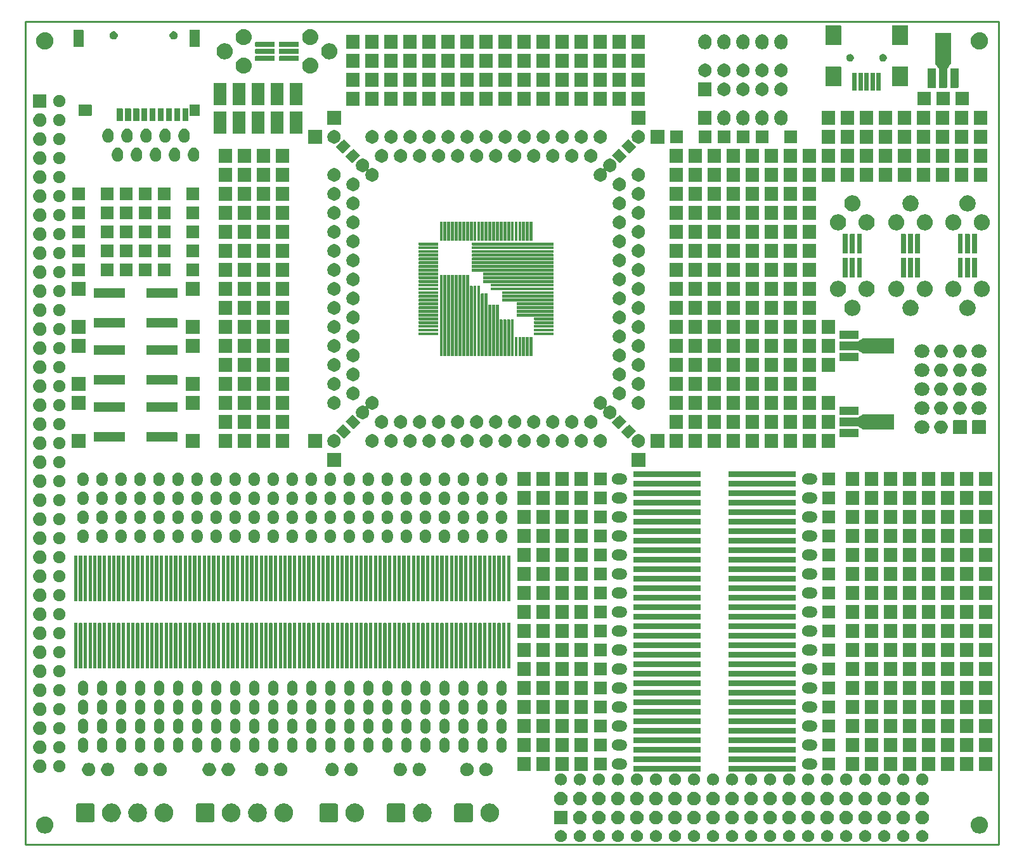
<source format=gbr>
%TF.GenerationSoftware,KiCad,Pcbnew,9.0.1*%
%TF.CreationDate,2025-05-07T00:22:53-04:00*%
%TF.ProjectId,smd-protoboard,736d642d-7072-46f7-946f-626f6172642e,rev?*%
%TF.SameCoordinates,Original*%
%TF.FileFunction,Soldermask,Top*%
%TF.FilePolarity,Negative*%
%FSLAX46Y46*%
G04 Gerber Fmt 4.6, Leading zero omitted, Abs format (unit mm)*
G04 Created by KiCad (PCBNEW 9.0.1) date 2025-05-07 00:22:53*
%MOMM*%
%LPD*%
G01*
G04 APERTURE LIST*
%TA.AperFunction,Profile*%
%ADD10C,0.254000*%
%TD*%
G04 APERTURE END LIST*
G36*
X151101203Y-147268979D02*
G01*
X151248411Y-147329954D01*
X151380895Y-147418477D01*
X151493563Y-147531145D01*
X151582086Y-147663629D01*
X151643061Y-147810837D01*
X151674146Y-147967112D01*
X151674146Y-148126448D01*
X151643061Y-148282723D01*
X151582086Y-148429931D01*
X151493563Y-148562415D01*
X151380895Y-148675083D01*
X151248411Y-148763606D01*
X151101203Y-148824581D01*
X150944928Y-148855666D01*
X150785592Y-148855666D01*
X150629317Y-148824581D01*
X150482109Y-148763606D01*
X150349625Y-148675083D01*
X150236957Y-148562415D01*
X150148434Y-148429931D01*
X150087459Y-148282723D01*
X150056374Y-148126448D01*
X150056374Y-147967112D01*
X150087459Y-147810837D01*
X150148434Y-147663629D01*
X150236957Y-147531145D01*
X150349625Y-147418477D01*
X150482109Y-147329954D01*
X150629317Y-147268979D01*
X150785592Y-147237894D01*
X150944928Y-147237894D01*
X151101203Y-147268979D01*
G37*
G36*
X153641203Y-147268979D02*
G01*
X153788411Y-147329954D01*
X153920895Y-147418477D01*
X154033563Y-147531145D01*
X154122086Y-147663629D01*
X154183061Y-147810837D01*
X154214146Y-147967112D01*
X154214146Y-148126448D01*
X154183061Y-148282723D01*
X154122086Y-148429931D01*
X154033563Y-148562415D01*
X153920895Y-148675083D01*
X153788411Y-148763606D01*
X153641203Y-148824581D01*
X153484928Y-148855666D01*
X153325592Y-148855666D01*
X153169317Y-148824581D01*
X153022109Y-148763606D01*
X152889625Y-148675083D01*
X152776957Y-148562415D01*
X152688434Y-148429931D01*
X152627459Y-148282723D01*
X152596374Y-148126448D01*
X152596374Y-147967112D01*
X152627459Y-147810837D01*
X152688434Y-147663629D01*
X152776957Y-147531145D01*
X152889625Y-147418477D01*
X153022109Y-147329954D01*
X153169317Y-147268979D01*
X153325592Y-147237894D01*
X153484928Y-147237894D01*
X153641203Y-147268979D01*
G37*
G36*
X156181203Y-147268979D02*
G01*
X156328411Y-147329954D01*
X156460895Y-147418477D01*
X156573563Y-147531145D01*
X156662086Y-147663629D01*
X156723061Y-147810837D01*
X156754146Y-147967112D01*
X156754146Y-148126448D01*
X156723061Y-148282723D01*
X156662086Y-148429931D01*
X156573563Y-148562415D01*
X156460895Y-148675083D01*
X156328411Y-148763606D01*
X156181203Y-148824581D01*
X156024928Y-148855666D01*
X155865592Y-148855666D01*
X155709317Y-148824581D01*
X155562109Y-148763606D01*
X155429625Y-148675083D01*
X155316957Y-148562415D01*
X155228434Y-148429931D01*
X155167459Y-148282723D01*
X155136374Y-148126448D01*
X155136374Y-147967112D01*
X155167459Y-147810837D01*
X155228434Y-147663629D01*
X155316957Y-147531145D01*
X155429625Y-147418477D01*
X155562109Y-147329954D01*
X155709317Y-147268979D01*
X155865592Y-147237894D01*
X156024928Y-147237894D01*
X156181203Y-147268979D01*
G37*
G36*
X158721203Y-147268979D02*
G01*
X158868411Y-147329954D01*
X159000895Y-147418477D01*
X159113563Y-147531145D01*
X159202086Y-147663629D01*
X159263061Y-147810837D01*
X159294146Y-147967112D01*
X159294146Y-148126448D01*
X159263061Y-148282723D01*
X159202086Y-148429931D01*
X159113563Y-148562415D01*
X159000895Y-148675083D01*
X158868411Y-148763606D01*
X158721203Y-148824581D01*
X158564928Y-148855666D01*
X158405592Y-148855666D01*
X158249317Y-148824581D01*
X158102109Y-148763606D01*
X157969625Y-148675083D01*
X157856957Y-148562415D01*
X157768434Y-148429931D01*
X157707459Y-148282723D01*
X157676374Y-148126448D01*
X157676374Y-147967112D01*
X157707459Y-147810837D01*
X157768434Y-147663629D01*
X157856957Y-147531145D01*
X157969625Y-147418477D01*
X158102109Y-147329954D01*
X158249317Y-147268979D01*
X158405592Y-147237894D01*
X158564928Y-147237894D01*
X158721203Y-147268979D01*
G37*
G36*
X161261203Y-147268979D02*
G01*
X161408411Y-147329954D01*
X161540895Y-147418477D01*
X161653563Y-147531145D01*
X161742086Y-147663629D01*
X161803061Y-147810837D01*
X161834146Y-147967112D01*
X161834146Y-148126448D01*
X161803061Y-148282723D01*
X161742086Y-148429931D01*
X161653563Y-148562415D01*
X161540895Y-148675083D01*
X161408411Y-148763606D01*
X161261203Y-148824581D01*
X161104928Y-148855666D01*
X160945592Y-148855666D01*
X160789317Y-148824581D01*
X160642109Y-148763606D01*
X160509625Y-148675083D01*
X160396957Y-148562415D01*
X160308434Y-148429931D01*
X160247459Y-148282723D01*
X160216374Y-148126448D01*
X160216374Y-147967112D01*
X160247459Y-147810837D01*
X160308434Y-147663629D01*
X160396957Y-147531145D01*
X160509625Y-147418477D01*
X160642109Y-147329954D01*
X160789317Y-147268979D01*
X160945592Y-147237894D01*
X161104928Y-147237894D01*
X161261203Y-147268979D01*
G37*
G36*
X163801203Y-147268979D02*
G01*
X163948411Y-147329954D01*
X164080895Y-147418477D01*
X164193563Y-147531145D01*
X164282086Y-147663629D01*
X164343061Y-147810837D01*
X164374146Y-147967112D01*
X164374146Y-148126448D01*
X164343061Y-148282723D01*
X164282086Y-148429931D01*
X164193563Y-148562415D01*
X164080895Y-148675083D01*
X163948411Y-148763606D01*
X163801203Y-148824581D01*
X163644928Y-148855666D01*
X163485592Y-148855666D01*
X163329317Y-148824581D01*
X163182109Y-148763606D01*
X163049625Y-148675083D01*
X162936957Y-148562415D01*
X162848434Y-148429931D01*
X162787459Y-148282723D01*
X162756374Y-148126448D01*
X162756374Y-147967112D01*
X162787459Y-147810837D01*
X162848434Y-147663629D01*
X162936957Y-147531145D01*
X163049625Y-147418477D01*
X163182109Y-147329954D01*
X163329317Y-147268979D01*
X163485592Y-147237894D01*
X163644928Y-147237894D01*
X163801203Y-147268979D01*
G37*
G36*
X166341203Y-147268979D02*
G01*
X166488411Y-147329954D01*
X166620895Y-147418477D01*
X166733563Y-147531145D01*
X166822086Y-147663629D01*
X166883061Y-147810837D01*
X166914146Y-147967112D01*
X166914146Y-148126448D01*
X166883061Y-148282723D01*
X166822086Y-148429931D01*
X166733563Y-148562415D01*
X166620895Y-148675083D01*
X166488411Y-148763606D01*
X166341203Y-148824581D01*
X166184928Y-148855666D01*
X166025592Y-148855666D01*
X165869317Y-148824581D01*
X165722109Y-148763606D01*
X165589625Y-148675083D01*
X165476957Y-148562415D01*
X165388434Y-148429931D01*
X165327459Y-148282723D01*
X165296374Y-148126448D01*
X165296374Y-147967112D01*
X165327459Y-147810837D01*
X165388434Y-147663629D01*
X165476957Y-147531145D01*
X165589625Y-147418477D01*
X165722109Y-147329954D01*
X165869317Y-147268979D01*
X166025592Y-147237894D01*
X166184928Y-147237894D01*
X166341203Y-147268979D01*
G37*
G36*
X168881203Y-147268979D02*
G01*
X169028411Y-147329954D01*
X169160895Y-147418477D01*
X169273563Y-147531145D01*
X169362086Y-147663629D01*
X169423061Y-147810837D01*
X169454146Y-147967112D01*
X169454146Y-148126448D01*
X169423061Y-148282723D01*
X169362086Y-148429931D01*
X169273563Y-148562415D01*
X169160895Y-148675083D01*
X169028411Y-148763606D01*
X168881203Y-148824581D01*
X168724928Y-148855666D01*
X168565592Y-148855666D01*
X168409317Y-148824581D01*
X168262109Y-148763606D01*
X168129625Y-148675083D01*
X168016957Y-148562415D01*
X167928434Y-148429931D01*
X167867459Y-148282723D01*
X167836374Y-148126448D01*
X167836374Y-147967112D01*
X167867459Y-147810837D01*
X167928434Y-147663629D01*
X168016957Y-147531145D01*
X168129625Y-147418477D01*
X168262109Y-147329954D01*
X168409317Y-147268979D01*
X168565592Y-147237894D01*
X168724928Y-147237894D01*
X168881203Y-147268979D01*
G37*
G36*
X171421203Y-147268979D02*
G01*
X171568411Y-147329954D01*
X171700895Y-147418477D01*
X171813563Y-147531145D01*
X171902086Y-147663629D01*
X171963061Y-147810837D01*
X171994146Y-147967112D01*
X171994146Y-148126448D01*
X171963061Y-148282723D01*
X171902086Y-148429931D01*
X171813563Y-148562415D01*
X171700895Y-148675083D01*
X171568411Y-148763606D01*
X171421203Y-148824581D01*
X171264928Y-148855666D01*
X171105592Y-148855666D01*
X170949317Y-148824581D01*
X170802109Y-148763606D01*
X170669625Y-148675083D01*
X170556957Y-148562415D01*
X170468434Y-148429931D01*
X170407459Y-148282723D01*
X170376374Y-148126448D01*
X170376374Y-147967112D01*
X170407459Y-147810837D01*
X170468434Y-147663629D01*
X170556957Y-147531145D01*
X170669625Y-147418477D01*
X170802109Y-147329954D01*
X170949317Y-147268979D01*
X171105592Y-147237894D01*
X171264928Y-147237894D01*
X171421203Y-147268979D01*
G37*
G36*
X173961203Y-147268979D02*
G01*
X174108411Y-147329954D01*
X174240895Y-147418477D01*
X174353563Y-147531145D01*
X174442086Y-147663629D01*
X174503061Y-147810837D01*
X174534146Y-147967112D01*
X174534146Y-148126448D01*
X174503061Y-148282723D01*
X174442086Y-148429931D01*
X174353563Y-148562415D01*
X174240895Y-148675083D01*
X174108411Y-148763606D01*
X173961203Y-148824581D01*
X173804928Y-148855666D01*
X173645592Y-148855666D01*
X173489317Y-148824581D01*
X173342109Y-148763606D01*
X173209625Y-148675083D01*
X173096957Y-148562415D01*
X173008434Y-148429931D01*
X172947459Y-148282723D01*
X172916374Y-148126448D01*
X172916374Y-147967112D01*
X172947459Y-147810837D01*
X173008434Y-147663629D01*
X173096957Y-147531145D01*
X173209625Y-147418477D01*
X173342109Y-147329954D01*
X173489317Y-147268979D01*
X173645592Y-147237894D01*
X173804928Y-147237894D01*
X173961203Y-147268979D01*
G37*
G36*
X176501203Y-147268979D02*
G01*
X176648411Y-147329954D01*
X176780895Y-147418477D01*
X176893563Y-147531145D01*
X176982086Y-147663629D01*
X177043061Y-147810837D01*
X177074146Y-147967112D01*
X177074146Y-148126448D01*
X177043061Y-148282723D01*
X176982086Y-148429931D01*
X176893563Y-148562415D01*
X176780895Y-148675083D01*
X176648411Y-148763606D01*
X176501203Y-148824581D01*
X176344928Y-148855666D01*
X176185592Y-148855666D01*
X176029317Y-148824581D01*
X175882109Y-148763606D01*
X175749625Y-148675083D01*
X175636957Y-148562415D01*
X175548434Y-148429931D01*
X175487459Y-148282723D01*
X175456374Y-148126448D01*
X175456374Y-147967112D01*
X175487459Y-147810837D01*
X175548434Y-147663629D01*
X175636957Y-147531145D01*
X175749625Y-147418477D01*
X175882109Y-147329954D01*
X176029317Y-147268979D01*
X176185592Y-147237894D01*
X176344928Y-147237894D01*
X176501203Y-147268979D01*
G37*
G36*
X179041203Y-147268979D02*
G01*
X179188411Y-147329954D01*
X179320895Y-147418477D01*
X179433563Y-147531145D01*
X179522086Y-147663629D01*
X179583061Y-147810837D01*
X179614146Y-147967112D01*
X179614146Y-148126448D01*
X179583061Y-148282723D01*
X179522086Y-148429931D01*
X179433563Y-148562415D01*
X179320895Y-148675083D01*
X179188411Y-148763606D01*
X179041203Y-148824581D01*
X178884928Y-148855666D01*
X178725592Y-148855666D01*
X178569317Y-148824581D01*
X178422109Y-148763606D01*
X178289625Y-148675083D01*
X178176957Y-148562415D01*
X178088434Y-148429931D01*
X178027459Y-148282723D01*
X177996374Y-148126448D01*
X177996374Y-147967112D01*
X178027459Y-147810837D01*
X178088434Y-147663629D01*
X178176957Y-147531145D01*
X178289625Y-147418477D01*
X178422109Y-147329954D01*
X178569317Y-147268979D01*
X178725592Y-147237894D01*
X178884928Y-147237894D01*
X179041203Y-147268979D01*
G37*
G36*
X181581203Y-147268979D02*
G01*
X181728411Y-147329954D01*
X181860895Y-147418477D01*
X181973563Y-147531145D01*
X182062086Y-147663629D01*
X182123061Y-147810837D01*
X182154146Y-147967112D01*
X182154146Y-148126448D01*
X182123061Y-148282723D01*
X182062086Y-148429931D01*
X181973563Y-148562415D01*
X181860895Y-148675083D01*
X181728411Y-148763606D01*
X181581203Y-148824581D01*
X181424928Y-148855666D01*
X181265592Y-148855666D01*
X181109317Y-148824581D01*
X180962109Y-148763606D01*
X180829625Y-148675083D01*
X180716957Y-148562415D01*
X180628434Y-148429931D01*
X180567459Y-148282723D01*
X180536374Y-148126448D01*
X180536374Y-147967112D01*
X180567459Y-147810837D01*
X180628434Y-147663629D01*
X180716957Y-147531145D01*
X180829625Y-147418477D01*
X180962109Y-147329954D01*
X181109317Y-147268979D01*
X181265592Y-147237894D01*
X181424928Y-147237894D01*
X181581203Y-147268979D01*
G37*
G36*
X184121203Y-147268979D02*
G01*
X184268411Y-147329954D01*
X184400895Y-147418477D01*
X184513563Y-147531145D01*
X184602086Y-147663629D01*
X184663061Y-147810837D01*
X184694146Y-147967112D01*
X184694146Y-148126448D01*
X184663061Y-148282723D01*
X184602086Y-148429931D01*
X184513563Y-148562415D01*
X184400895Y-148675083D01*
X184268411Y-148763606D01*
X184121203Y-148824581D01*
X183964928Y-148855666D01*
X183805592Y-148855666D01*
X183649317Y-148824581D01*
X183502109Y-148763606D01*
X183369625Y-148675083D01*
X183256957Y-148562415D01*
X183168434Y-148429931D01*
X183107459Y-148282723D01*
X183076374Y-148126448D01*
X183076374Y-147967112D01*
X183107459Y-147810837D01*
X183168434Y-147663629D01*
X183256957Y-147531145D01*
X183369625Y-147418477D01*
X183502109Y-147329954D01*
X183649317Y-147268979D01*
X183805592Y-147237894D01*
X183964928Y-147237894D01*
X184121203Y-147268979D01*
G37*
G36*
X186661203Y-147268979D02*
G01*
X186808411Y-147329954D01*
X186940895Y-147418477D01*
X187053563Y-147531145D01*
X187142086Y-147663629D01*
X187203061Y-147810837D01*
X187234146Y-147967112D01*
X187234146Y-148126448D01*
X187203061Y-148282723D01*
X187142086Y-148429931D01*
X187053563Y-148562415D01*
X186940895Y-148675083D01*
X186808411Y-148763606D01*
X186661203Y-148824581D01*
X186504928Y-148855666D01*
X186345592Y-148855666D01*
X186189317Y-148824581D01*
X186042109Y-148763606D01*
X185909625Y-148675083D01*
X185796957Y-148562415D01*
X185708434Y-148429931D01*
X185647459Y-148282723D01*
X185616374Y-148126448D01*
X185616374Y-147967112D01*
X185647459Y-147810837D01*
X185708434Y-147663629D01*
X185796957Y-147531145D01*
X185909625Y-147418477D01*
X186042109Y-147329954D01*
X186189317Y-147268979D01*
X186345592Y-147237894D01*
X186504928Y-147237894D01*
X186661203Y-147268979D01*
G37*
G36*
X189201203Y-147268979D02*
G01*
X189348411Y-147329954D01*
X189480895Y-147418477D01*
X189593563Y-147531145D01*
X189682086Y-147663629D01*
X189743061Y-147810837D01*
X189774146Y-147967112D01*
X189774146Y-148126448D01*
X189743061Y-148282723D01*
X189682086Y-148429931D01*
X189593563Y-148562415D01*
X189480895Y-148675083D01*
X189348411Y-148763606D01*
X189201203Y-148824581D01*
X189044928Y-148855666D01*
X188885592Y-148855666D01*
X188729317Y-148824581D01*
X188582109Y-148763606D01*
X188449625Y-148675083D01*
X188336957Y-148562415D01*
X188248434Y-148429931D01*
X188187459Y-148282723D01*
X188156374Y-148126448D01*
X188156374Y-147967112D01*
X188187459Y-147810837D01*
X188248434Y-147663629D01*
X188336957Y-147531145D01*
X188449625Y-147418477D01*
X188582109Y-147329954D01*
X188729317Y-147268979D01*
X188885592Y-147237894D01*
X189044928Y-147237894D01*
X189201203Y-147268979D01*
G37*
G36*
X191741203Y-147268979D02*
G01*
X191888411Y-147329954D01*
X192020895Y-147418477D01*
X192133563Y-147531145D01*
X192222086Y-147663629D01*
X192283061Y-147810837D01*
X192314146Y-147967112D01*
X192314146Y-148126448D01*
X192283061Y-148282723D01*
X192222086Y-148429931D01*
X192133563Y-148562415D01*
X192020895Y-148675083D01*
X191888411Y-148763606D01*
X191741203Y-148824581D01*
X191584928Y-148855666D01*
X191425592Y-148855666D01*
X191269317Y-148824581D01*
X191122109Y-148763606D01*
X190989625Y-148675083D01*
X190876957Y-148562415D01*
X190788434Y-148429931D01*
X190727459Y-148282723D01*
X190696374Y-148126448D01*
X190696374Y-147967112D01*
X190727459Y-147810837D01*
X190788434Y-147663629D01*
X190876957Y-147531145D01*
X190989625Y-147418477D01*
X191122109Y-147329954D01*
X191269317Y-147268979D01*
X191425592Y-147237894D01*
X191584928Y-147237894D01*
X191741203Y-147268979D01*
G37*
G36*
X194281203Y-147268979D02*
G01*
X194428411Y-147329954D01*
X194560895Y-147418477D01*
X194673563Y-147531145D01*
X194762086Y-147663629D01*
X194823061Y-147810837D01*
X194854146Y-147967112D01*
X194854146Y-148126448D01*
X194823061Y-148282723D01*
X194762086Y-148429931D01*
X194673563Y-148562415D01*
X194560895Y-148675083D01*
X194428411Y-148763606D01*
X194281203Y-148824581D01*
X194124928Y-148855666D01*
X193965592Y-148855666D01*
X193809317Y-148824581D01*
X193662109Y-148763606D01*
X193529625Y-148675083D01*
X193416957Y-148562415D01*
X193328434Y-148429931D01*
X193267459Y-148282723D01*
X193236374Y-148126448D01*
X193236374Y-147967112D01*
X193267459Y-147810837D01*
X193328434Y-147663629D01*
X193416957Y-147531145D01*
X193529625Y-147418477D01*
X193662109Y-147329954D01*
X193809317Y-147268979D01*
X193965592Y-147237894D01*
X194124928Y-147237894D01*
X194281203Y-147268979D01*
G37*
G36*
X196821203Y-147268979D02*
G01*
X196968411Y-147329954D01*
X197100895Y-147418477D01*
X197213563Y-147531145D01*
X197302086Y-147663629D01*
X197363061Y-147810837D01*
X197394146Y-147967112D01*
X197394146Y-148126448D01*
X197363061Y-148282723D01*
X197302086Y-148429931D01*
X197213563Y-148562415D01*
X197100895Y-148675083D01*
X196968411Y-148763606D01*
X196821203Y-148824581D01*
X196664928Y-148855666D01*
X196505592Y-148855666D01*
X196349317Y-148824581D01*
X196202109Y-148763606D01*
X196069625Y-148675083D01*
X195956957Y-148562415D01*
X195868434Y-148429931D01*
X195807459Y-148282723D01*
X195776374Y-148126448D01*
X195776374Y-147967112D01*
X195807459Y-147810837D01*
X195868434Y-147663629D01*
X195956957Y-147531145D01*
X196069625Y-147418477D01*
X196202109Y-147329954D01*
X196349317Y-147268979D01*
X196505592Y-147237894D01*
X196664928Y-147237894D01*
X196821203Y-147268979D01*
G37*
G36*
X199361203Y-147268979D02*
G01*
X199508411Y-147329954D01*
X199640895Y-147418477D01*
X199753563Y-147531145D01*
X199842086Y-147663629D01*
X199903061Y-147810837D01*
X199934146Y-147967112D01*
X199934146Y-148126448D01*
X199903061Y-148282723D01*
X199842086Y-148429931D01*
X199753563Y-148562415D01*
X199640895Y-148675083D01*
X199508411Y-148763606D01*
X199361203Y-148824581D01*
X199204928Y-148855666D01*
X199045592Y-148855666D01*
X198889317Y-148824581D01*
X198742109Y-148763606D01*
X198609625Y-148675083D01*
X198496957Y-148562415D01*
X198408434Y-148429931D01*
X198347459Y-148282723D01*
X198316374Y-148126448D01*
X198316374Y-147967112D01*
X198347459Y-147810837D01*
X198408434Y-147663629D01*
X198496957Y-147531145D01*
X198609625Y-147418477D01*
X198742109Y-147329954D01*
X198889317Y-147268979D01*
X199045592Y-147237894D01*
X199204928Y-147237894D01*
X199361203Y-147268979D01*
G37*
G36*
X82233909Y-145427777D02*
G01*
X82405652Y-145483579D01*
X82566551Y-145565562D01*
X82712645Y-145671705D01*
X82840335Y-145799395D01*
X82946478Y-145945489D01*
X83028461Y-146106388D01*
X83084263Y-146278131D01*
X83112512Y-146456489D01*
X83112512Y-146637071D01*
X83084263Y-146815429D01*
X83028461Y-146987172D01*
X82946478Y-147148071D01*
X82840335Y-147294165D01*
X82712645Y-147421855D01*
X82566551Y-147527998D01*
X82405652Y-147609981D01*
X82233909Y-147665783D01*
X82055551Y-147694032D01*
X81874969Y-147694032D01*
X81696611Y-147665783D01*
X81524868Y-147609981D01*
X81363969Y-147527998D01*
X81217875Y-147421855D01*
X81090185Y-147294165D01*
X80984042Y-147148071D01*
X80902059Y-146987172D01*
X80846257Y-146815429D01*
X80818008Y-146637071D01*
X80818008Y-146456489D01*
X80846257Y-146278131D01*
X80902059Y-146106388D01*
X80984042Y-145945489D01*
X81090185Y-145799395D01*
X81217875Y-145671705D01*
X81363969Y-145565562D01*
X81524868Y-145483579D01*
X81696611Y-145427777D01*
X81874969Y-145399528D01*
X82055551Y-145399528D01*
X82233909Y-145427777D01*
G37*
G36*
X207033909Y-145427777D02*
G01*
X207205652Y-145483579D01*
X207366551Y-145565562D01*
X207512645Y-145671705D01*
X207640335Y-145799395D01*
X207746478Y-145945489D01*
X207828461Y-146106388D01*
X207884263Y-146278131D01*
X207912512Y-146456489D01*
X207912512Y-146637071D01*
X207884263Y-146815429D01*
X207828461Y-146987172D01*
X207746478Y-147148071D01*
X207640335Y-147294165D01*
X207512645Y-147421855D01*
X207366551Y-147527998D01*
X207205652Y-147609981D01*
X207033909Y-147665783D01*
X206855551Y-147694032D01*
X206674969Y-147694032D01*
X206496611Y-147665783D01*
X206324868Y-147609981D01*
X206163969Y-147527998D01*
X206017875Y-147421855D01*
X205890185Y-147294165D01*
X205784042Y-147148071D01*
X205702059Y-146987172D01*
X205646257Y-146815429D01*
X205618008Y-146637071D01*
X205618008Y-146456489D01*
X205646257Y-146278131D01*
X205702059Y-146106388D01*
X205784042Y-145945489D01*
X205890185Y-145799395D01*
X206017875Y-145671705D01*
X206163969Y-145565562D01*
X206324868Y-145483579D01*
X206496611Y-145427777D01*
X206674969Y-145399528D01*
X206855551Y-145399528D01*
X207033909Y-145427777D01*
G37*
G36*
X151734700Y-144649847D02*
G01*
X151751181Y-144660859D01*
X151762193Y-144677340D01*
X151766060Y-144696780D01*
X151766060Y-146396780D01*
X151762193Y-146416220D01*
X151751181Y-146432701D01*
X151734700Y-146443713D01*
X151715260Y-146447580D01*
X150015260Y-146447580D01*
X149995820Y-146443713D01*
X149979339Y-146432701D01*
X149968327Y-146416220D01*
X149964460Y-146396780D01*
X149964460Y-144696780D01*
X149968327Y-144677340D01*
X149979339Y-144660859D01*
X149995820Y-144649847D01*
X150015260Y-144645980D01*
X151715260Y-144645980D01*
X151734700Y-144649847D01*
G37*
G36*
X153666748Y-144684768D02*
G01*
X153829894Y-144752345D01*
X153976721Y-144850452D01*
X154101588Y-144975319D01*
X154199695Y-145122146D01*
X154267272Y-145285292D01*
X154301722Y-145458486D01*
X154301722Y-145635074D01*
X154267272Y-145808268D01*
X154199695Y-145971414D01*
X154101588Y-146118241D01*
X153976721Y-146243108D01*
X153829894Y-146341215D01*
X153666748Y-146408792D01*
X153493554Y-146443242D01*
X153316966Y-146443242D01*
X153143772Y-146408792D01*
X152980626Y-146341215D01*
X152833799Y-146243108D01*
X152708932Y-146118241D01*
X152610825Y-145971414D01*
X152543248Y-145808268D01*
X152508798Y-145635074D01*
X152508798Y-145458486D01*
X152543248Y-145285292D01*
X152610825Y-145122146D01*
X152708932Y-144975319D01*
X152833799Y-144850452D01*
X152980626Y-144752345D01*
X153143772Y-144684768D01*
X153316966Y-144650318D01*
X153493554Y-144650318D01*
X153666748Y-144684768D01*
G37*
G36*
X156206748Y-144684768D02*
G01*
X156369894Y-144752345D01*
X156516721Y-144850452D01*
X156641588Y-144975319D01*
X156739695Y-145122146D01*
X156807272Y-145285292D01*
X156841722Y-145458486D01*
X156841722Y-145635074D01*
X156807272Y-145808268D01*
X156739695Y-145971414D01*
X156641588Y-146118241D01*
X156516721Y-146243108D01*
X156369894Y-146341215D01*
X156206748Y-146408792D01*
X156033554Y-146443242D01*
X155856966Y-146443242D01*
X155683772Y-146408792D01*
X155520626Y-146341215D01*
X155373799Y-146243108D01*
X155248932Y-146118241D01*
X155150825Y-145971414D01*
X155083248Y-145808268D01*
X155048798Y-145635074D01*
X155048798Y-145458486D01*
X155083248Y-145285292D01*
X155150825Y-145122146D01*
X155248932Y-144975319D01*
X155373799Y-144850452D01*
X155520626Y-144752345D01*
X155683772Y-144684768D01*
X155856966Y-144650318D01*
X156033554Y-144650318D01*
X156206748Y-144684768D01*
G37*
G36*
X158746748Y-144684768D02*
G01*
X158909894Y-144752345D01*
X159056721Y-144850452D01*
X159181588Y-144975319D01*
X159279695Y-145122146D01*
X159347272Y-145285292D01*
X159381722Y-145458486D01*
X159381722Y-145635074D01*
X159347272Y-145808268D01*
X159279695Y-145971414D01*
X159181588Y-146118241D01*
X159056721Y-146243108D01*
X158909894Y-146341215D01*
X158746748Y-146408792D01*
X158573554Y-146443242D01*
X158396966Y-146443242D01*
X158223772Y-146408792D01*
X158060626Y-146341215D01*
X157913799Y-146243108D01*
X157788932Y-146118241D01*
X157690825Y-145971414D01*
X157623248Y-145808268D01*
X157588798Y-145635074D01*
X157588798Y-145458486D01*
X157623248Y-145285292D01*
X157690825Y-145122146D01*
X157788932Y-144975319D01*
X157913799Y-144850452D01*
X158060626Y-144752345D01*
X158223772Y-144684768D01*
X158396966Y-144650318D01*
X158573554Y-144650318D01*
X158746748Y-144684768D01*
G37*
G36*
X161286748Y-144684768D02*
G01*
X161449894Y-144752345D01*
X161596721Y-144850452D01*
X161721588Y-144975319D01*
X161819695Y-145122146D01*
X161887272Y-145285292D01*
X161921722Y-145458486D01*
X161921722Y-145635074D01*
X161887272Y-145808268D01*
X161819695Y-145971414D01*
X161721588Y-146118241D01*
X161596721Y-146243108D01*
X161449894Y-146341215D01*
X161286748Y-146408792D01*
X161113554Y-146443242D01*
X160936966Y-146443242D01*
X160763772Y-146408792D01*
X160600626Y-146341215D01*
X160453799Y-146243108D01*
X160328932Y-146118241D01*
X160230825Y-145971414D01*
X160163248Y-145808268D01*
X160128798Y-145635074D01*
X160128798Y-145458486D01*
X160163248Y-145285292D01*
X160230825Y-145122146D01*
X160328932Y-144975319D01*
X160453799Y-144850452D01*
X160600626Y-144752345D01*
X160763772Y-144684768D01*
X160936966Y-144650318D01*
X161113554Y-144650318D01*
X161286748Y-144684768D01*
G37*
G36*
X163826748Y-144684768D02*
G01*
X163989894Y-144752345D01*
X164136721Y-144850452D01*
X164261588Y-144975319D01*
X164359695Y-145122146D01*
X164427272Y-145285292D01*
X164461722Y-145458486D01*
X164461722Y-145635074D01*
X164427272Y-145808268D01*
X164359695Y-145971414D01*
X164261588Y-146118241D01*
X164136721Y-146243108D01*
X163989894Y-146341215D01*
X163826748Y-146408792D01*
X163653554Y-146443242D01*
X163476966Y-146443242D01*
X163303772Y-146408792D01*
X163140626Y-146341215D01*
X162993799Y-146243108D01*
X162868932Y-146118241D01*
X162770825Y-145971414D01*
X162703248Y-145808268D01*
X162668798Y-145635074D01*
X162668798Y-145458486D01*
X162703248Y-145285292D01*
X162770825Y-145122146D01*
X162868932Y-144975319D01*
X162993799Y-144850452D01*
X163140626Y-144752345D01*
X163303772Y-144684768D01*
X163476966Y-144650318D01*
X163653554Y-144650318D01*
X163826748Y-144684768D01*
G37*
G36*
X166366748Y-144684768D02*
G01*
X166529894Y-144752345D01*
X166676721Y-144850452D01*
X166801588Y-144975319D01*
X166899695Y-145122146D01*
X166967272Y-145285292D01*
X167001722Y-145458486D01*
X167001722Y-145635074D01*
X166967272Y-145808268D01*
X166899695Y-145971414D01*
X166801588Y-146118241D01*
X166676721Y-146243108D01*
X166529894Y-146341215D01*
X166366748Y-146408792D01*
X166193554Y-146443242D01*
X166016966Y-146443242D01*
X165843772Y-146408792D01*
X165680626Y-146341215D01*
X165533799Y-146243108D01*
X165408932Y-146118241D01*
X165310825Y-145971414D01*
X165243248Y-145808268D01*
X165208798Y-145635074D01*
X165208798Y-145458486D01*
X165243248Y-145285292D01*
X165310825Y-145122146D01*
X165408932Y-144975319D01*
X165533799Y-144850452D01*
X165680626Y-144752345D01*
X165843772Y-144684768D01*
X166016966Y-144650318D01*
X166193554Y-144650318D01*
X166366748Y-144684768D01*
G37*
G36*
X168906748Y-144684768D02*
G01*
X169069894Y-144752345D01*
X169216721Y-144850452D01*
X169341588Y-144975319D01*
X169439695Y-145122146D01*
X169507272Y-145285292D01*
X169541722Y-145458486D01*
X169541722Y-145635074D01*
X169507272Y-145808268D01*
X169439695Y-145971414D01*
X169341588Y-146118241D01*
X169216721Y-146243108D01*
X169069894Y-146341215D01*
X168906748Y-146408792D01*
X168733554Y-146443242D01*
X168556966Y-146443242D01*
X168383772Y-146408792D01*
X168220626Y-146341215D01*
X168073799Y-146243108D01*
X167948932Y-146118241D01*
X167850825Y-145971414D01*
X167783248Y-145808268D01*
X167748798Y-145635074D01*
X167748798Y-145458486D01*
X167783248Y-145285292D01*
X167850825Y-145122146D01*
X167948932Y-144975319D01*
X168073799Y-144850452D01*
X168220626Y-144752345D01*
X168383772Y-144684768D01*
X168556966Y-144650318D01*
X168733554Y-144650318D01*
X168906748Y-144684768D01*
G37*
G36*
X171446748Y-144684768D02*
G01*
X171609894Y-144752345D01*
X171756721Y-144850452D01*
X171881588Y-144975319D01*
X171979695Y-145122146D01*
X172047272Y-145285292D01*
X172081722Y-145458486D01*
X172081722Y-145635074D01*
X172047272Y-145808268D01*
X171979695Y-145971414D01*
X171881588Y-146118241D01*
X171756721Y-146243108D01*
X171609894Y-146341215D01*
X171446748Y-146408792D01*
X171273554Y-146443242D01*
X171096966Y-146443242D01*
X170923772Y-146408792D01*
X170760626Y-146341215D01*
X170613799Y-146243108D01*
X170488932Y-146118241D01*
X170390825Y-145971414D01*
X170323248Y-145808268D01*
X170288798Y-145635074D01*
X170288798Y-145458486D01*
X170323248Y-145285292D01*
X170390825Y-145122146D01*
X170488932Y-144975319D01*
X170613799Y-144850452D01*
X170760626Y-144752345D01*
X170923772Y-144684768D01*
X171096966Y-144650318D01*
X171273554Y-144650318D01*
X171446748Y-144684768D01*
G37*
G36*
X173986748Y-144684768D02*
G01*
X174149894Y-144752345D01*
X174296721Y-144850452D01*
X174421588Y-144975319D01*
X174519695Y-145122146D01*
X174587272Y-145285292D01*
X174621722Y-145458486D01*
X174621722Y-145635074D01*
X174587272Y-145808268D01*
X174519695Y-145971414D01*
X174421588Y-146118241D01*
X174296721Y-146243108D01*
X174149894Y-146341215D01*
X173986748Y-146408792D01*
X173813554Y-146443242D01*
X173636966Y-146443242D01*
X173463772Y-146408792D01*
X173300626Y-146341215D01*
X173153799Y-146243108D01*
X173028932Y-146118241D01*
X172930825Y-145971414D01*
X172863248Y-145808268D01*
X172828798Y-145635074D01*
X172828798Y-145458486D01*
X172863248Y-145285292D01*
X172930825Y-145122146D01*
X173028932Y-144975319D01*
X173153799Y-144850452D01*
X173300626Y-144752345D01*
X173463772Y-144684768D01*
X173636966Y-144650318D01*
X173813554Y-144650318D01*
X173986748Y-144684768D01*
G37*
G36*
X176526748Y-144684768D02*
G01*
X176689894Y-144752345D01*
X176836721Y-144850452D01*
X176961588Y-144975319D01*
X177059695Y-145122146D01*
X177127272Y-145285292D01*
X177161722Y-145458486D01*
X177161722Y-145635074D01*
X177127272Y-145808268D01*
X177059695Y-145971414D01*
X176961588Y-146118241D01*
X176836721Y-146243108D01*
X176689894Y-146341215D01*
X176526748Y-146408792D01*
X176353554Y-146443242D01*
X176176966Y-146443242D01*
X176003772Y-146408792D01*
X175840626Y-146341215D01*
X175693799Y-146243108D01*
X175568932Y-146118241D01*
X175470825Y-145971414D01*
X175403248Y-145808268D01*
X175368798Y-145635074D01*
X175368798Y-145458486D01*
X175403248Y-145285292D01*
X175470825Y-145122146D01*
X175568932Y-144975319D01*
X175693799Y-144850452D01*
X175840626Y-144752345D01*
X176003772Y-144684768D01*
X176176966Y-144650318D01*
X176353554Y-144650318D01*
X176526748Y-144684768D01*
G37*
G36*
X179066748Y-144684768D02*
G01*
X179229894Y-144752345D01*
X179376721Y-144850452D01*
X179501588Y-144975319D01*
X179599695Y-145122146D01*
X179667272Y-145285292D01*
X179701722Y-145458486D01*
X179701722Y-145635074D01*
X179667272Y-145808268D01*
X179599695Y-145971414D01*
X179501588Y-146118241D01*
X179376721Y-146243108D01*
X179229894Y-146341215D01*
X179066748Y-146408792D01*
X178893554Y-146443242D01*
X178716966Y-146443242D01*
X178543772Y-146408792D01*
X178380626Y-146341215D01*
X178233799Y-146243108D01*
X178108932Y-146118241D01*
X178010825Y-145971414D01*
X177943248Y-145808268D01*
X177908798Y-145635074D01*
X177908798Y-145458486D01*
X177943248Y-145285292D01*
X178010825Y-145122146D01*
X178108932Y-144975319D01*
X178233799Y-144850452D01*
X178380626Y-144752345D01*
X178543772Y-144684768D01*
X178716966Y-144650318D01*
X178893554Y-144650318D01*
X179066748Y-144684768D01*
G37*
G36*
X181606748Y-144684768D02*
G01*
X181769894Y-144752345D01*
X181916721Y-144850452D01*
X182041588Y-144975319D01*
X182139695Y-145122146D01*
X182207272Y-145285292D01*
X182241722Y-145458486D01*
X182241722Y-145635074D01*
X182207272Y-145808268D01*
X182139695Y-145971414D01*
X182041588Y-146118241D01*
X181916721Y-146243108D01*
X181769894Y-146341215D01*
X181606748Y-146408792D01*
X181433554Y-146443242D01*
X181256966Y-146443242D01*
X181083772Y-146408792D01*
X180920626Y-146341215D01*
X180773799Y-146243108D01*
X180648932Y-146118241D01*
X180550825Y-145971414D01*
X180483248Y-145808268D01*
X180448798Y-145635074D01*
X180448798Y-145458486D01*
X180483248Y-145285292D01*
X180550825Y-145122146D01*
X180648932Y-144975319D01*
X180773799Y-144850452D01*
X180920626Y-144752345D01*
X181083772Y-144684768D01*
X181256966Y-144650318D01*
X181433554Y-144650318D01*
X181606748Y-144684768D01*
G37*
G36*
X184146748Y-144684768D02*
G01*
X184309894Y-144752345D01*
X184456721Y-144850452D01*
X184581588Y-144975319D01*
X184679695Y-145122146D01*
X184747272Y-145285292D01*
X184781722Y-145458486D01*
X184781722Y-145635074D01*
X184747272Y-145808268D01*
X184679695Y-145971414D01*
X184581588Y-146118241D01*
X184456721Y-146243108D01*
X184309894Y-146341215D01*
X184146748Y-146408792D01*
X183973554Y-146443242D01*
X183796966Y-146443242D01*
X183623772Y-146408792D01*
X183460626Y-146341215D01*
X183313799Y-146243108D01*
X183188932Y-146118241D01*
X183090825Y-145971414D01*
X183023248Y-145808268D01*
X182988798Y-145635074D01*
X182988798Y-145458486D01*
X183023248Y-145285292D01*
X183090825Y-145122146D01*
X183188932Y-144975319D01*
X183313799Y-144850452D01*
X183460626Y-144752345D01*
X183623772Y-144684768D01*
X183796966Y-144650318D01*
X183973554Y-144650318D01*
X184146748Y-144684768D01*
G37*
G36*
X186686748Y-144684768D02*
G01*
X186849894Y-144752345D01*
X186996721Y-144850452D01*
X187121588Y-144975319D01*
X187219695Y-145122146D01*
X187287272Y-145285292D01*
X187321722Y-145458486D01*
X187321722Y-145635074D01*
X187287272Y-145808268D01*
X187219695Y-145971414D01*
X187121588Y-146118241D01*
X186996721Y-146243108D01*
X186849894Y-146341215D01*
X186686748Y-146408792D01*
X186513554Y-146443242D01*
X186336966Y-146443242D01*
X186163772Y-146408792D01*
X186000626Y-146341215D01*
X185853799Y-146243108D01*
X185728932Y-146118241D01*
X185630825Y-145971414D01*
X185563248Y-145808268D01*
X185528798Y-145635074D01*
X185528798Y-145458486D01*
X185563248Y-145285292D01*
X185630825Y-145122146D01*
X185728932Y-144975319D01*
X185853799Y-144850452D01*
X186000626Y-144752345D01*
X186163772Y-144684768D01*
X186336966Y-144650318D01*
X186513554Y-144650318D01*
X186686748Y-144684768D01*
G37*
G36*
X189226748Y-144684768D02*
G01*
X189389894Y-144752345D01*
X189536721Y-144850452D01*
X189661588Y-144975319D01*
X189759695Y-145122146D01*
X189827272Y-145285292D01*
X189861722Y-145458486D01*
X189861722Y-145635074D01*
X189827272Y-145808268D01*
X189759695Y-145971414D01*
X189661588Y-146118241D01*
X189536721Y-146243108D01*
X189389894Y-146341215D01*
X189226748Y-146408792D01*
X189053554Y-146443242D01*
X188876966Y-146443242D01*
X188703772Y-146408792D01*
X188540626Y-146341215D01*
X188393799Y-146243108D01*
X188268932Y-146118241D01*
X188170825Y-145971414D01*
X188103248Y-145808268D01*
X188068798Y-145635074D01*
X188068798Y-145458486D01*
X188103248Y-145285292D01*
X188170825Y-145122146D01*
X188268932Y-144975319D01*
X188393799Y-144850452D01*
X188540626Y-144752345D01*
X188703772Y-144684768D01*
X188876966Y-144650318D01*
X189053554Y-144650318D01*
X189226748Y-144684768D01*
G37*
G36*
X191766748Y-144684768D02*
G01*
X191929894Y-144752345D01*
X192076721Y-144850452D01*
X192201588Y-144975319D01*
X192299695Y-145122146D01*
X192367272Y-145285292D01*
X192401722Y-145458486D01*
X192401722Y-145635074D01*
X192367272Y-145808268D01*
X192299695Y-145971414D01*
X192201588Y-146118241D01*
X192076721Y-146243108D01*
X191929894Y-146341215D01*
X191766748Y-146408792D01*
X191593554Y-146443242D01*
X191416966Y-146443242D01*
X191243772Y-146408792D01*
X191080626Y-146341215D01*
X190933799Y-146243108D01*
X190808932Y-146118241D01*
X190710825Y-145971414D01*
X190643248Y-145808268D01*
X190608798Y-145635074D01*
X190608798Y-145458486D01*
X190643248Y-145285292D01*
X190710825Y-145122146D01*
X190808932Y-144975319D01*
X190933799Y-144850452D01*
X191080626Y-144752345D01*
X191243772Y-144684768D01*
X191416966Y-144650318D01*
X191593554Y-144650318D01*
X191766748Y-144684768D01*
G37*
G36*
X194306748Y-144684768D02*
G01*
X194469894Y-144752345D01*
X194616721Y-144850452D01*
X194741588Y-144975319D01*
X194839695Y-145122146D01*
X194907272Y-145285292D01*
X194941722Y-145458486D01*
X194941722Y-145635074D01*
X194907272Y-145808268D01*
X194839695Y-145971414D01*
X194741588Y-146118241D01*
X194616721Y-146243108D01*
X194469894Y-146341215D01*
X194306748Y-146408792D01*
X194133554Y-146443242D01*
X193956966Y-146443242D01*
X193783772Y-146408792D01*
X193620626Y-146341215D01*
X193473799Y-146243108D01*
X193348932Y-146118241D01*
X193250825Y-145971414D01*
X193183248Y-145808268D01*
X193148798Y-145635074D01*
X193148798Y-145458486D01*
X193183248Y-145285292D01*
X193250825Y-145122146D01*
X193348932Y-144975319D01*
X193473799Y-144850452D01*
X193620626Y-144752345D01*
X193783772Y-144684768D01*
X193956966Y-144650318D01*
X194133554Y-144650318D01*
X194306748Y-144684768D01*
G37*
G36*
X196846748Y-144684768D02*
G01*
X197009894Y-144752345D01*
X197156721Y-144850452D01*
X197281588Y-144975319D01*
X197379695Y-145122146D01*
X197447272Y-145285292D01*
X197481722Y-145458486D01*
X197481722Y-145635074D01*
X197447272Y-145808268D01*
X197379695Y-145971414D01*
X197281588Y-146118241D01*
X197156721Y-146243108D01*
X197009894Y-146341215D01*
X196846748Y-146408792D01*
X196673554Y-146443242D01*
X196496966Y-146443242D01*
X196323772Y-146408792D01*
X196160626Y-146341215D01*
X196013799Y-146243108D01*
X195888932Y-146118241D01*
X195790825Y-145971414D01*
X195723248Y-145808268D01*
X195688798Y-145635074D01*
X195688798Y-145458486D01*
X195723248Y-145285292D01*
X195790825Y-145122146D01*
X195888932Y-144975319D01*
X196013799Y-144850452D01*
X196160626Y-144752345D01*
X196323772Y-144684768D01*
X196496966Y-144650318D01*
X196673554Y-144650318D01*
X196846748Y-144684768D01*
G37*
G36*
X199386748Y-144684768D02*
G01*
X199549894Y-144752345D01*
X199696721Y-144850452D01*
X199821588Y-144975319D01*
X199919695Y-145122146D01*
X199987272Y-145285292D01*
X200021722Y-145458486D01*
X200021722Y-145635074D01*
X199987272Y-145808268D01*
X199919695Y-145971414D01*
X199821588Y-146118241D01*
X199696721Y-146243108D01*
X199549894Y-146341215D01*
X199386748Y-146408792D01*
X199213554Y-146443242D01*
X199036966Y-146443242D01*
X198863772Y-146408792D01*
X198700626Y-146341215D01*
X198553799Y-146243108D01*
X198428932Y-146118241D01*
X198330825Y-145971414D01*
X198263248Y-145808268D01*
X198228798Y-145635074D01*
X198228798Y-145458486D01*
X198263248Y-145285292D01*
X198330825Y-145122146D01*
X198428932Y-144975319D01*
X198553799Y-144850452D01*
X198700626Y-144752345D01*
X198863772Y-144684768D01*
X199036966Y-144650318D01*
X199213554Y-144650318D01*
X199386748Y-144684768D01*
G37*
G36*
X88384128Y-143671470D02*
G01*
X88388308Y-143673315D01*
X88392496Y-143673867D01*
X88444888Y-143698298D01*
X88485253Y-143716121D01*
X88487126Y-143717994D01*
X88487565Y-143718199D01*
X88561340Y-143791974D01*
X88561544Y-143792412D01*
X88563419Y-143794287D01*
X88581251Y-143834673D01*
X88605672Y-143887043D01*
X88606223Y-143891229D01*
X88608070Y-143895412D01*
X88616059Y-143964282D01*
X88616059Y-143965939D01*
X88616060Y-143965947D01*
X88616060Y-144975319D01*
X88616060Y-145864279D01*
X88608070Y-145933148D01*
X88606222Y-145937331D01*
X88605672Y-145941516D01*
X88581259Y-145993868D01*
X88563419Y-146034273D01*
X88561543Y-146036148D01*
X88561340Y-146036585D01*
X88487565Y-146110360D01*
X88487128Y-146110563D01*
X88485253Y-146112439D01*
X88444848Y-146130279D01*
X88392496Y-146154692D01*
X88388311Y-146155242D01*
X88384128Y-146157090D01*
X88315258Y-146165079D01*
X88313599Y-146165079D01*
X88313592Y-146165080D01*
X86416928Y-146165080D01*
X86416927Y-146165079D01*
X86415261Y-146165080D01*
X86346392Y-146157090D01*
X86342209Y-146155243D01*
X86338023Y-146154692D01*
X86285653Y-146130271D01*
X86245267Y-146112439D01*
X86243392Y-146110564D01*
X86242954Y-146110360D01*
X86169179Y-146036585D01*
X86168974Y-146036146D01*
X86167101Y-146034273D01*
X86149278Y-145993908D01*
X86124847Y-145941516D01*
X86124295Y-145937328D01*
X86122450Y-145933148D01*
X86114461Y-145864278D01*
X86114460Y-145862619D01*
X86114460Y-145862612D01*
X86114460Y-143965947D01*
X86114460Y-143965946D01*
X86114460Y-143964281D01*
X86122450Y-143895412D01*
X86124295Y-143891232D01*
X86124847Y-143887043D01*
X86149286Y-143834632D01*
X86167101Y-143794287D01*
X86168973Y-143792414D01*
X86169179Y-143791974D01*
X86242954Y-143718199D01*
X86243394Y-143717993D01*
X86245267Y-143716121D01*
X86285612Y-143698306D01*
X86338023Y-143673867D01*
X86342212Y-143673315D01*
X86346392Y-143671470D01*
X86415262Y-143663481D01*
X86416920Y-143663480D01*
X86416928Y-143663480D01*
X88313592Y-143663480D01*
X88315259Y-143663480D01*
X88384128Y-143671470D01*
G37*
G36*
X104384128Y-143671470D02*
G01*
X104388308Y-143673315D01*
X104392496Y-143673867D01*
X104444888Y-143698298D01*
X104485253Y-143716121D01*
X104487126Y-143717994D01*
X104487565Y-143718199D01*
X104561340Y-143791974D01*
X104561544Y-143792412D01*
X104563419Y-143794287D01*
X104581251Y-143834673D01*
X104605672Y-143887043D01*
X104606223Y-143891229D01*
X104608070Y-143895412D01*
X104616059Y-143964282D01*
X104616059Y-143965939D01*
X104616060Y-143965947D01*
X104616060Y-144975319D01*
X104616060Y-145864279D01*
X104608070Y-145933148D01*
X104606222Y-145937331D01*
X104605672Y-145941516D01*
X104581259Y-145993868D01*
X104563419Y-146034273D01*
X104561543Y-146036148D01*
X104561340Y-146036585D01*
X104487565Y-146110360D01*
X104487128Y-146110563D01*
X104485253Y-146112439D01*
X104444848Y-146130279D01*
X104392496Y-146154692D01*
X104388311Y-146155242D01*
X104384128Y-146157090D01*
X104315258Y-146165079D01*
X104313599Y-146165079D01*
X104313592Y-146165080D01*
X102416928Y-146165080D01*
X102416927Y-146165079D01*
X102415261Y-146165080D01*
X102346392Y-146157090D01*
X102342209Y-146155243D01*
X102338023Y-146154692D01*
X102285653Y-146130271D01*
X102245267Y-146112439D01*
X102243392Y-146110564D01*
X102242954Y-146110360D01*
X102169179Y-146036585D01*
X102168974Y-146036146D01*
X102167101Y-146034273D01*
X102149278Y-145993908D01*
X102124847Y-145941516D01*
X102124295Y-145937328D01*
X102122450Y-145933148D01*
X102114461Y-145864278D01*
X102114460Y-145862619D01*
X102114460Y-145862612D01*
X102114460Y-143965947D01*
X102114460Y-143965946D01*
X102114460Y-143964281D01*
X102122450Y-143895412D01*
X102124295Y-143891232D01*
X102124847Y-143887043D01*
X102149286Y-143834632D01*
X102167101Y-143794287D01*
X102168973Y-143792414D01*
X102169179Y-143791974D01*
X102242954Y-143718199D01*
X102243394Y-143717993D01*
X102245267Y-143716121D01*
X102285612Y-143698306D01*
X102338023Y-143673867D01*
X102342212Y-143673315D01*
X102346392Y-143671470D01*
X102415262Y-143663481D01*
X102416920Y-143663480D01*
X102416928Y-143663480D01*
X104313592Y-143663480D01*
X104315259Y-143663480D01*
X104384128Y-143671470D01*
G37*
G36*
X120884128Y-143671470D02*
G01*
X120888308Y-143673315D01*
X120892496Y-143673867D01*
X120944888Y-143698298D01*
X120985253Y-143716121D01*
X120987126Y-143717994D01*
X120987565Y-143718199D01*
X121061340Y-143791974D01*
X121061544Y-143792412D01*
X121063419Y-143794287D01*
X121081251Y-143834673D01*
X121105672Y-143887043D01*
X121106223Y-143891229D01*
X121108070Y-143895412D01*
X121116059Y-143964282D01*
X121116059Y-143965939D01*
X121116060Y-143965947D01*
X121116060Y-144975319D01*
X121116060Y-145864279D01*
X121108070Y-145933148D01*
X121106222Y-145937331D01*
X121105672Y-145941516D01*
X121081259Y-145993868D01*
X121063419Y-146034273D01*
X121061543Y-146036148D01*
X121061340Y-146036585D01*
X120987565Y-146110360D01*
X120987128Y-146110563D01*
X120985253Y-146112439D01*
X120944848Y-146130279D01*
X120892496Y-146154692D01*
X120888311Y-146155242D01*
X120884128Y-146157090D01*
X120815258Y-146165079D01*
X120813599Y-146165079D01*
X120813592Y-146165080D01*
X118916928Y-146165080D01*
X118916927Y-146165079D01*
X118915261Y-146165080D01*
X118846392Y-146157090D01*
X118842209Y-146155243D01*
X118838023Y-146154692D01*
X118785653Y-146130271D01*
X118745267Y-146112439D01*
X118743392Y-146110564D01*
X118742954Y-146110360D01*
X118669179Y-146036585D01*
X118668974Y-146036146D01*
X118667101Y-146034273D01*
X118649278Y-145993908D01*
X118624847Y-145941516D01*
X118624295Y-145937328D01*
X118622450Y-145933148D01*
X118614461Y-145864278D01*
X118614460Y-145862619D01*
X118614460Y-145862612D01*
X118614460Y-143965947D01*
X118614460Y-143965946D01*
X118614460Y-143964281D01*
X118622450Y-143895412D01*
X118624295Y-143891232D01*
X118624847Y-143887043D01*
X118649286Y-143834632D01*
X118667101Y-143794287D01*
X118668973Y-143792414D01*
X118669179Y-143791974D01*
X118742954Y-143718199D01*
X118743394Y-143717993D01*
X118745267Y-143716121D01*
X118785612Y-143698306D01*
X118838023Y-143673867D01*
X118842212Y-143673315D01*
X118846392Y-143671470D01*
X118915262Y-143663481D01*
X118916920Y-143663480D01*
X118916928Y-143663480D01*
X120813592Y-143663480D01*
X120815259Y-143663480D01*
X120884128Y-143671470D01*
G37*
G36*
X129884128Y-143671470D02*
G01*
X129888308Y-143673315D01*
X129892496Y-143673867D01*
X129944888Y-143698298D01*
X129985253Y-143716121D01*
X129987126Y-143717994D01*
X129987565Y-143718199D01*
X130061340Y-143791974D01*
X130061544Y-143792412D01*
X130063419Y-143794287D01*
X130081251Y-143834673D01*
X130105672Y-143887043D01*
X130106223Y-143891229D01*
X130108070Y-143895412D01*
X130116059Y-143964282D01*
X130116059Y-143965939D01*
X130116060Y-143965947D01*
X130116060Y-144975319D01*
X130116060Y-145864279D01*
X130108070Y-145933148D01*
X130106222Y-145937331D01*
X130105672Y-145941516D01*
X130081259Y-145993868D01*
X130063419Y-146034273D01*
X130061543Y-146036148D01*
X130061340Y-146036585D01*
X129987565Y-146110360D01*
X129987128Y-146110563D01*
X129985253Y-146112439D01*
X129944848Y-146130279D01*
X129892496Y-146154692D01*
X129888311Y-146155242D01*
X129884128Y-146157090D01*
X129815258Y-146165079D01*
X129813599Y-146165079D01*
X129813592Y-146165080D01*
X127916928Y-146165080D01*
X127916927Y-146165079D01*
X127915261Y-146165080D01*
X127846392Y-146157090D01*
X127842209Y-146155243D01*
X127838023Y-146154692D01*
X127785653Y-146130271D01*
X127745267Y-146112439D01*
X127743392Y-146110564D01*
X127742954Y-146110360D01*
X127669179Y-146036585D01*
X127668974Y-146036146D01*
X127667101Y-146034273D01*
X127649278Y-145993908D01*
X127624847Y-145941516D01*
X127624295Y-145937328D01*
X127622450Y-145933148D01*
X127614461Y-145864278D01*
X127614460Y-145862619D01*
X127614460Y-145862612D01*
X127614460Y-143965947D01*
X127614460Y-143965946D01*
X127614460Y-143964281D01*
X127622450Y-143895412D01*
X127624295Y-143891232D01*
X127624847Y-143887043D01*
X127649286Y-143834632D01*
X127667101Y-143794287D01*
X127668973Y-143792414D01*
X127669179Y-143791974D01*
X127742954Y-143718199D01*
X127743394Y-143717993D01*
X127745267Y-143716121D01*
X127785612Y-143698306D01*
X127838023Y-143673867D01*
X127842212Y-143673315D01*
X127846392Y-143671470D01*
X127915262Y-143663481D01*
X127916920Y-143663480D01*
X127916928Y-143663480D01*
X129813592Y-143663480D01*
X129815259Y-143663480D01*
X129884128Y-143671470D01*
G37*
G36*
X138884128Y-143671470D02*
G01*
X138888308Y-143673315D01*
X138892496Y-143673867D01*
X138944888Y-143698298D01*
X138985253Y-143716121D01*
X138987126Y-143717994D01*
X138987565Y-143718199D01*
X139061340Y-143791974D01*
X139061544Y-143792412D01*
X139063419Y-143794287D01*
X139081251Y-143834673D01*
X139105672Y-143887043D01*
X139106223Y-143891229D01*
X139108070Y-143895412D01*
X139116059Y-143964282D01*
X139116059Y-143965939D01*
X139116060Y-143965947D01*
X139116060Y-144975319D01*
X139116060Y-145864279D01*
X139108070Y-145933148D01*
X139106222Y-145937331D01*
X139105672Y-145941516D01*
X139081259Y-145993868D01*
X139063419Y-146034273D01*
X139061543Y-146036148D01*
X139061340Y-146036585D01*
X138987565Y-146110360D01*
X138987128Y-146110563D01*
X138985253Y-146112439D01*
X138944848Y-146130279D01*
X138892496Y-146154692D01*
X138888311Y-146155242D01*
X138884128Y-146157090D01*
X138815258Y-146165079D01*
X138813599Y-146165079D01*
X138813592Y-146165080D01*
X136916928Y-146165080D01*
X136916927Y-146165079D01*
X136915261Y-146165080D01*
X136846392Y-146157090D01*
X136842209Y-146155243D01*
X136838023Y-146154692D01*
X136785653Y-146130271D01*
X136745267Y-146112439D01*
X136743392Y-146110564D01*
X136742954Y-146110360D01*
X136669179Y-146036585D01*
X136668974Y-146036146D01*
X136667101Y-146034273D01*
X136649278Y-145993908D01*
X136624847Y-145941516D01*
X136624295Y-145937328D01*
X136622450Y-145933148D01*
X136614461Y-145864278D01*
X136614460Y-145862619D01*
X136614460Y-145862612D01*
X136614460Y-143965947D01*
X136614460Y-143965946D01*
X136614460Y-143964281D01*
X136622450Y-143895412D01*
X136624295Y-143891232D01*
X136624847Y-143887043D01*
X136649286Y-143834632D01*
X136667101Y-143794287D01*
X136668973Y-143792414D01*
X136669179Y-143791974D01*
X136742954Y-143718199D01*
X136743394Y-143717993D01*
X136745267Y-143716121D01*
X136785612Y-143698306D01*
X136838023Y-143673867D01*
X136842212Y-143673315D01*
X136846392Y-143671470D01*
X136915262Y-143663481D01*
X136916920Y-143663480D01*
X136916928Y-143663480D01*
X138813592Y-143663480D01*
X138815259Y-143663480D01*
X138884128Y-143671470D01*
G37*
G36*
X91157253Y-143698040D02*
G01*
X91343920Y-143758691D01*
X91518801Y-143847798D01*
X91677590Y-143963164D01*
X91816376Y-144101950D01*
X91931742Y-144260739D01*
X92020849Y-144435620D01*
X92081500Y-144622287D01*
X92112204Y-144816143D01*
X92112204Y-145012417D01*
X92081500Y-145206273D01*
X92020849Y-145392940D01*
X91931742Y-145567821D01*
X91816376Y-145726610D01*
X91677590Y-145865396D01*
X91518801Y-145980762D01*
X91343920Y-146069869D01*
X91157253Y-146130520D01*
X90963397Y-146161224D01*
X90767123Y-146161224D01*
X90573267Y-146130520D01*
X90386600Y-146069869D01*
X90211719Y-145980762D01*
X90052930Y-145865396D01*
X89914144Y-145726610D01*
X89798778Y-145567821D01*
X89709671Y-145392940D01*
X89649020Y-145206273D01*
X89618316Y-145012417D01*
X89618316Y-144816143D01*
X89649020Y-144622287D01*
X89709671Y-144435620D01*
X89798778Y-144260739D01*
X89914144Y-144101950D01*
X90052930Y-143963164D01*
X90211719Y-143847798D01*
X90386600Y-143758691D01*
X90573267Y-143698040D01*
X90767123Y-143667336D01*
X90963397Y-143667336D01*
X91157253Y-143698040D01*
G37*
G36*
X94657253Y-143698040D02*
G01*
X94843920Y-143758691D01*
X95018801Y-143847798D01*
X95177590Y-143963164D01*
X95316376Y-144101950D01*
X95431742Y-144260739D01*
X95520849Y-144435620D01*
X95581500Y-144622287D01*
X95612204Y-144816143D01*
X95612204Y-145012417D01*
X95581500Y-145206273D01*
X95520849Y-145392940D01*
X95431742Y-145567821D01*
X95316376Y-145726610D01*
X95177590Y-145865396D01*
X95018801Y-145980762D01*
X94843920Y-146069869D01*
X94657253Y-146130520D01*
X94463397Y-146161224D01*
X94267123Y-146161224D01*
X94073267Y-146130520D01*
X93886600Y-146069869D01*
X93711719Y-145980762D01*
X93552930Y-145865396D01*
X93414144Y-145726610D01*
X93298778Y-145567821D01*
X93209671Y-145392940D01*
X93149020Y-145206273D01*
X93118316Y-145012417D01*
X93118316Y-144816143D01*
X93149020Y-144622287D01*
X93209671Y-144435620D01*
X93298778Y-144260739D01*
X93414144Y-144101950D01*
X93552930Y-143963164D01*
X93711719Y-143847798D01*
X93886600Y-143758691D01*
X94073267Y-143698040D01*
X94267123Y-143667336D01*
X94463397Y-143667336D01*
X94657253Y-143698040D01*
G37*
G36*
X98157253Y-143698040D02*
G01*
X98343920Y-143758691D01*
X98518801Y-143847798D01*
X98677590Y-143963164D01*
X98816376Y-144101950D01*
X98931742Y-144260739D01*
X99020849Y-144435620D01*
X99081500Y-144622287D01*
X99112204Y-144816143D01*
X99112204Y-145012417D01*
X99081500Y-145206273D01*
X99020849Y-145392940D01*
X98931742Y-145567821D01*
X98816376Y-145726610D01*
X98677590Y-145865396D01*
X98518801Y-145980762D01*
X98343920Y-146069869D01*
X98157253Y-146130520D01*
X97963397Y-146161224D01*
X97767123Y-146161224D01*
X97573267Y-146130520D01*
X97386600Y-146069869D01*
X97211719Y-145980762D01*
X97052930Y-145865396D01*
X96914144Y-145726610D01*
X96798778Y-145567821D01*
X96709671Y-145392940D01*
X96649020Y-145206273D01*
X96618316Y-145012417D01*
X96618316Y-144816143D01*
X96649020Y-144622287D01*
X96709671Y-144435620D01*
X96798778Y-144260739D01*
X96914144Y-144101950D01*
X97052930Y-143963164D01*
X97211719Y-143847798D01*
X97386600Y-143758691D01*
X97573267Y-143698040D01*
X97767123Y-143667336D01*
X97963397Y-143667336D01*
X98157253Y-143698040D01*
G37*
G36*
X107157253Y-143698040D02*
G01*
X107343920Y-143758691D01*
X107518801Y-143847798D01*
X107677590Y-143963164D01*
X107816376Y-144101950D01*
X107931742Y-144260739D01*
X108020849Y-144435620D01*
X108081500Y-144622287D01*
X108112204Y-144816143D01*
X108112204Y-145012417D01*
X108081500Y-145206273D01*
X108020849Y-145392940D01*
X107931742Y-145567821D01*
X107816376Y-145726610D01*
X107677590Y-145865396D01*
X107518801Y-145980762D01*
X107343920Y-146069869D01*
X107157253Y-146130520D01*
X106963397Y-146161224D01*
X106767123Y-146161224D01*
X106573267Y-146130520D01*
X106386600Y-146069869D01*
X106211719Y-145980762D01*
X106052930Y-145865396D01*
X105914144Y-145726610D01*
X105798778Y-145567821D01*
X105709671Y-145392940D01*
X105649020Y-145206273D01*
X105618316Y-145012417D01*
X105618316Y-144816143D01*
X105649020Y-144622287D01*
X105709671Y-144435620D01*
X105798778Y-144260739D01*
X105914144Y-144101950D01*
X106052930Y-143963164D01*
X106211719Y-143847798D01*
X106386600Y-143758691D01*
X106573267Y-143698040D01*
X106767123Y-143667336D01*
X106963397Y-143667336D01*
X107157253Y-143698040D01*
G37*
G36*
X110657253Y-143698040D02*
G01*
X110843920Y-143758691D01*
X111018801Y-143847798D01*
X111177590Y-143963164D01*
X111316376Y-144101950D01*
X111431742Y-144260739D01*
X111520849Y-144435620D01*
X111581500Y-144622287D01*
X111612204Y-144816143D01*
X111612204Y-145012417D01*
X111581500Y-145206273D01*
X111520849Y-145392940D01*
X111431742Y-145567821D01*
X111316376Y-145726610D01*
X111177590Y-145865396D01*
X111018801Y-145980762D01*
X110843920Y-146069869D01*
X110657253Y-146130520D01*
X110463397Y-146161224D01*
X110267123Y-146161224D01*
X110073267Y-146130520D01*
X109886600Y-146069869D01*
X109711719Y-145980762D01*
X109552930Y-145865396D01*
X109414144Y-145726610D01*
X109298778Y-145567821D01*
X109209671Y-145392940D01*
X109149020Y-145206273D01*
X109118316Y-145012417D01*
X109118316Y-144816143D01*
X109149020Y-144622287D01*
X109209671Y-144435620D01*
X109298778Y-144260739D01*
X109414144Y-144101950D01*
X109552930Y-143963164D01*
X109711719Y-143847798D01*
X109886600Y-143758691D01*
X110073267Y-143698040D01*
X110267123Y-143667336D01*
X110463397Y-143667336D01*
X110657253Y-143698040D01*
G37*
G36*
X114157253Y-143698040D02*
G01*
X114343920Y-143758691D01*
X114518801Y-143847798D01*
X114677590Y-143963164D01*
X114816376Y-144101950D01*
X114931742Y-144260739D01*
X115020849Y-144435620D01*
X115081500Y-144622287D01*
X115112204Y-144816143D01*
X115112204Y-145012417D01*
X115081500Y-145206273D01*
X115020849Y-145392940D01*
X114931742Y-145567821D01*
X114816376Y-145726610D01*
X114677590Y-145865396D01*
X114518801Y-145980762D01*
X114343920Y-146069869D01*
X114157253Y-146130520D01*
X113963397Y-146161224D01*
X113767123Y-146161224D01*
X113573267Y-146130520D01*
X113386600Y-146069869D01*
X113211719Y-145980762D01*
X113052930Y-145865396D01*
X112914144Y-145726610D01*
X112798778Y-145567821D01*
X112709671Y-145392940D01*
X112649020Y-145206273D01*
X112618316Y-145012417D01*
X112618316Y-144816143D01*
X112649020Y-144622287D01*
X112709671Y-144435620D01*
X112798778Y-144260739D01*
X112914144Y-144101950D01*
X113052930Y-143963164D01*
X113211719Y-143847798D01*
X113386600Y-143758691D01*
X113573267Y-143698040D01*
X113767123Y-143667336D01*
X113963397Y-143667336D01*
X114157253Y-143698040D01*
G37*
G36*
X123657253Y-143698040D02*
G01*
X123843920Y-143758691D01*
X124018801Y-143847798D01*
X124177590Y-143963164D01*
X124316376Y-144101950D01*
X124431742Y-144260739D01*
X124520849Y-144435620D01*
X124581500Y-144622287D01*
X124612204Y-144816143D01*
X124612204Y-145012417D01*
X124581500Y-145206273D01*
X124520849Y-145392940D01*
X124431742Y-145567821D01*
X124316376Y-145726610D01*
X124177590Y-145865396D01*
X124018801Y-145980762D01*
X123843920Y-146069869D01*
X123657253Y-146130520D01*
X123463397Y-146161224D01*
X123267123Y-146161224D01*
X123073267Y-146130520D01*
X122886600Y-146069869D01*
X122711719Y-145980762D01*
X122552930Y-145865396D01*
X122414144Y-145726610D01*
X122298778Y-145567821D01*
X122209671Y-145392940D01*
X122149020Y-145206273D01*
X122118316Y-145012417D01*
X122118316Y-144816143D01*
X122149020Y-144622287D01*
X122209671Y-144435620D01*
X122298778Y-144260739D01*
X122414144Y-144101950D01*
X122552930Y-143963164D01*
X122711719Y-143847798D01*
X122886600Y-143758691D01*
X123073267Y-143698040D01*
X123267123Y-143667336D01*
X123463397Y-143667336D01*
X123657253Y-143698040D01*
G37*
G36*
X132657253Y-143698040D02*
G01*
X132843920Y-143758691D01*
X133018801Y-143847798D01*
X133177590Y-143963164D01*
X133316376Y-144101950D01*
X133431742Y-144260739D01*
X133520849Y-144435620D01*
X133581500Y-144622287D01*
X133612204Y-144816143D01*
X133612204Y-145012417D01*
X133581500Y-145206273D01*
X133520849Y-145392940D01*
X133431742Y-145567821D01*
X133316376Y-145726610D01*
X133177590Y-145865396D01*
X133018801Y-145980762D01*
X132843920Y-146069869D01*
X132657253Y-146130520D01*
X132463397Y-146161224D01*
X132267123Y-146161224D01*
X132073267Y-146130520D01*
X131886600Y-146069869D01*
X131711719Y-145980762D01*
X131552930Y-145865396D01*
X131414144Y-145726610D01*
X131298778Y-145567821D01*
X131209671Y-145392940D01*
X131149020Y-145206273D01*
X131118316Y-145012417D01*
X131118316Y-144816143D01*
X131149020Y-144622287D01*
X131209671Y-144435620D01*
X131298778Y-144260739D01*
X131414144Y-144101950D01*
X131552930Y-143963164D01*
X131711719Y-143847798D01*
X131886600Y-143758691D01*
X132073267Y-143698040D01*
X132267123Y-143667336D01*
X132463397Y-143667336D01*
X132657253Y-143698040D01*
G37*
G36*
X141657253Y-143698040D02*
G01*
X141843920Y-143758691D01*
X142018801Y-143847798D01*
X142177590Y-143963164D01*
X142316376Y-144101950D01*
X142431742Y-144260739D01*
X142520849Y-144435620D01*
X142581500Y-144622287D01*
X142612204Y-144816143D01*
X142612204Y-145012417D01*
X142581500Y-145206273D01*
X142520849Y-145392940D01*
X142431742Y-145567821D01*
X142316376Y-145726610D01*
X142177590Y-145865396D01*
X142018801Y-145980762D01*
X141843920Y-146069869D01*
X141657253Y-146130520D01*
X141463397Y-146161224D01*
X141267123Y-146161224D01*
X141073267Y-146130520D01*
X140886600Y-146069869D01*
X140711719Y-145980762D01*
X140552930Y-145865396D01*
X140414144Y-145726610D01*
X140298778Y-145567821D01*
X140209671Y-145392940D01*
X140149020Y-145206273D01*
X140118316Y-145012417D01*
X140118316Y-144816143D01*
X140149020Y-144622287D01*
X140209671Y-144435620D01*
X140298778Y-144260739D01*
X140414144Y-144101950D01*
X140552930Y-143963164D01*
X140711719Y-143847798D01*
X140886600Y-143758691D01*
X141073267Y-143698040D01*
X141267123Y-143667336D01*
X141463397Y-143667336D01*
X141657253Y-143698040D01*
G37*
G36*
X151126748Y-142144768D02*
G01*
X151289894Y-142212345D01*
X151436721Y-142310452D01*
X151561588Y-142435319D01*
X151659695Y-142582146D01*
X151727272Y-142745292D01*
X151761722Y-142918486D01*
X151761722Y-143095074D01*
X151727272Y-143268268D01*
X151659695Y-143431414D01*
X151561588Y-143578241D01*
X151436721Y-143703108D01*
X151289894Y-143801215D01*
X151126748Y-143868792D01*
X150953554Y-143903242D01*
X150776966Y-143903242D01*
X150603772Y-143868792D01*
X150440626Y-143801215D01*
X150293799Y-143703108D01*
X150168932Y-143578241D01*
X150070825Y-143431414D01*
X150003248Y-143268268D01*
X149968798Y-143095074D01*
X149968798Y-142918486D01*
X150003248Y-142745292D01*
X150070825Y-142582146D01*
X150168932Y-142435319D01*
X150293799Y-142310452D01*
X150440626Y-142212345D01*
X150603772Y-142144768D01*
X150776966Y-142110318D01*
X150953554Y-142110318D01*
X151126748Y-142144768D01*
G37*
G36*
X153666748Y-142144768D02*
G01*
X153829894Y-142212345D01*
X153976721Y-142310452D01*
X154101588Y-142435319D01*
X154199695Y-142582146D01*
X154267272Y-142745292D01*
X154301722Y-142918486D01*
X154301722Y-143095074D01*
X154267272Y-143268268D01*
X154199695Y-143431414D01*
X154101588Y-143578241D01*
X153976721Y-143703108D01*
X153829894Y-143801215D01*
X153666748Y-143868792D01*
X153493554Y-143903242D01*
X153316966Y-143903242D01*
X153143772Y-143868792D01*
X152980626Y-143801215D01*
X152833799Y-143703108D01*
X152708932Y-143578241D01*
X152610825Y-143431414D01*
X152543248Y-143268268D01*
X152508798Y-143095074D01*
X152508798Y-142918486D01*
X152543248Y-142745292D01*
X152610825Y-142582146D01*
X152708932Y-142435319D01*
X152833799Y-142310452D01*
X152980626Y-142212345D01*
X153143772Y-142144768D01*
X153316966Y-142110318D01*
X153493554Y-142110318D01*
X153666748Y-142144768D01*
G37*
G36*
X156206748Y-142144768D02*
G01*
X156369894Y-142212345D01*
X156516721Y-142310452D01*
X156641588Y-142435319D01*
X156739695Y-142582146D01*
X156807272Y-142745292D01*
X156841722Y-142918486D01*
X156841722Y-143095074D01*
X156807272Y-143268268D01*
X156739695Y-143431414D01*
X156641588Y-143578241D01*
X156516721Y-143703108D01*
X156369894Y-143801215D01*
X156206748Y-143868792D01*
X156033554Y-143903242D01*
X155856966Y-143903242D01*
X155683772Y-143868792D01*
X155520626Y-143801215D01*
X155373799Y-143703108D01*
X155248932Y-143578241D01*
X155150825Y-143431414D01*
X155083248Y-143268268D01*
X155048798Y-143095074D01*
X155048798Y-142918486D01*
X155083248Y-142745292D01*
X155150825Y-142582146D01*
X155248932Y-142435319D01*
X155373799Y-142310452D01*
X155520626Y-142212345D01*
X155683772Y-142144768D01*
X155856966Y-142110318D01*
X156033554Y-142110318D01*
X156206748Y-142144768D01*
G37*
G36*
X158746748Y-142144768D02*
G01*
X158909894Y-142212345D01*
X159056721Y-142310452D01*
X159181588Y-142435319D01*
X159279695Y-142582146D01*
X159347272Y-142745292D01*
X159381722Y-142918486D01*
X159381722Y-143095074D01*
X159347272Y-143268268D01*
X159279695Y-143431414D01*
X159181588Y-143578241D01*
X159056721Y-143703108D01*
X158909894Y-143801215D01*
X158746748Y-143868792D01*
X158573554Y-143903242D01*
X158396966Y-143903242D01*
X158223772Y-143868792D01*
X158060626Y-143801215D01*
X157913799Y-143703108D01*
X157788932Y-143578241D01*
X157690825Y-143431414D01*
X157623248Y-143268268D01*
X157588798Y-143095074D01*
X157588798Y-142918486D01*
X157623248Y-142745292D01*
X157690825Y-142582146D01*
X157788932Y-142435319D01*
X157913799Y-142310452D01*
X158060626Y-142212345D01*
X158223772Y-142144768D01*
X158396966Y-142110318D01*
X158573554Y-142110318D01*
X158746748Y-142144768D01*
G37*
G36*
X161286748Y-142144768D02*
G01*
X161449894Y-142212345D01*
X161596721Y-142310452D01*
X161721588Y-142435319D01*
X161819695Y-142582146D01*
X161887272Y-142745292D01*
X161921722Y-142918486D01*
X161921722Y-143095074D01*
X161887272Y-143268268D01*
X161819695Y-143431414D01*
X161721588Y-143578241D01*
X161596721Y-143703108D01*
X161449894Y-143801215D01*
X161286748Y-143868792D01*
X161113554Y-143903242D01*
X160936966Y-143903242D01*
X160763772Y-143868792D01*
X160600626Y-143801215D01*
X160453799Y-143703108D01*
X160328932Y-143578241D01*
X160230825Y-143431414D01*
X160163248Y-143268268D01*
X160128798Y-143095074D01*
X160128798Y-142918486D01*
X160163248Y-142745292D01*
X160230825Y-142582146D01*
X160328932Y-142435319D01*
X160453799Y-142310452D01*
X160600626Y-142212345D01*
X160763772Y-142144768D01*
X160936966Y-142110318D01*
X161113554Y-142110318D01*
X161286748Y-142144768D01*
G37*
G36*
X163826748Y-142144768D02*
G01*
X163989894Y-142212345D01*
X164136721Y-142310452D01*
X164261588Y-142435319D01*
X164359695Y-142582146D01*
X164427272Y-142745292D01*
X164461722Y-142918486D01*
X164461722Y-143095074D01*
X164427272Y-143268268D01*
X164359695Y-143431414D01*
X164261588Y-143578241D01*
X164136721Y-143703108D01*
X163989894Y-143801215D01*
X163826748Y-143868792D01*
X163653554Y-143903242D01*
X163476966Y-143903242D01*
X163303772Y-143868792D01*
X163140626Y-143801215D01*
X162993799Y-143703108D01*
X162868932Y-143578241D01*
X162770825Y-143431414D01*
X162703248Y-143268268D01*
X162668798Y-143095074D01*
X162668798Y-142918486D01*
X162703248Y-142745292D01*
X162770825Y-142582146D01*
X162868932Y-142435319D01*
X162993799Y-142310452D01*
X163140626Y-142212345D01*
X163303772Y-142144768D01*
X163476966Y-142110318D01*
X163653554Y-142110318D01*
X163826748Y-142144768D01*
G37*
G36*
X166366748Y-142144768D02*
G01*
X166529894Y-142212345D01*
X166676721Y-142310452D01*
X166801588Y-142435319D01*
X166899695Y-142582146D01*
X166967272Y-142745292D01*
X167001722Y-142918486D01*
X167001722Y-143095074D01*
X166967272Y-143268268D01*
X166899695Y-143431414D01*
X166801588Y-143578241D01*
X166676721Y-143703108D01*
X166529894Y-143801215D01*
X166366748Y-143868792D01*
X166193554Y-143903242D01*
X166016966Y-143903242D01*
X165843772Y-143868792D01*
X165680626Y-143801215D01*
X165533799Y-143703108D01*
X165408932Y-143578241D01*
X165310825Y-143431414D01*
X165243248Y-143268268D01*
X165208798Y-143095074D01*
X165208798Y-142918486D01*
X165243248Y-142745292D01*
X165310825Y-142582146D01*
X165408932Y-142435319D01*
X165533799Y-142310452D01*
X165680626Y-142212345D01*
X165843772Y-142144768D01*
X166016966Y-142110318D01*
X166193554Y-142110318D01*
X166366748Y-142144768D01*
G37*
G36*
X168906748Y-142144768D02*
G01*
X169069894Y-142212345D01*
X169216721Y-142310452D01*
X169341588Y-142435319D01*
X169439695Y-142582146D01*
X169507272Y-142745292D01*
X169541722Y-142918486D01*
X169541722Y-143095074D01*
X169507272Y-143268268D01*
X169439695Y-143431414D01*
X169341588Y-143578241D01*
X169216721Y-143703108D01*
X169069894Y-143801215D01*
X168906748Y-143868792D01*
X168733554Y-143903242D01*
X168556966Y-143903242D01*
X168383772Y-143868792D01*
X168220626Y-143801215D01*
X168073799Y-143703108D01*
X167948932Y-143578241D01*
X167850825Y-143431414D01*
X167783248Y-143268268D01*
X167748798Y-143095074D01*
X167748798Y-142918486D01*
X167783248Y-142745292D01*
X167850825Y-142582146D01*
X167948932Y-142435319D01*
X168073799Y-142310452D01*
X168220626Y-142212345D01*
X168383772Y-142144768D01*
X168556966Y-142110318D01*
X168733554Y-142110318D01*
X168906748Y-142144768D01*
G37*
G36*
X171446748Y-142144768D02*
G01*
X171609894Y-142212345D01*
X171756721Y-142310452D01*
X171881588Y-142435319D01*
X171979695Y-142582146D01*
X172047272Y-142745292D01*
X172081722Y-142918486D01*
X172081722Y-143095074D01*
X172047272Y-143268268D01*
X171979695Y-143431414D01*
X171881588Y-143578241D01*
X171756721Y-143703108D01*
X171609894Y-143801215D01*
X171446748Y-143868792D01*
X171273554Y-143903242D01*
X171096966Y-143903242D01*
X170923772Y-143868792D01*
X170760626Y-143801215D01*
X170613799Y-143703108D01*
X170488932Y-143578241D01*
X170390825Y-143431414D01*
X170323248Y-143268268D01*
X170288798Y-143095074D01*
X170288798Y-142918486D01*
X170323248Y-142745292D01*
X170390825Y-142582146D01*
X170488932Y-142435319D01*
X170613799Y-142310452D01*
X170760626Y-142212345D01*
X170923772Y-142144768D01*
X171096966Y-142110318D01*
X171273554Y-142110318D01*
X171446748Y-142144768D01*
G37*
G36*
X173986748Y-142144768D02*
G01*
X174149894Y-142212345D01*
X174296721Y-142310452D01*
X174421588Y-142435319D01*
X174519695Y-142582146D01*
X174587272Y-142745292D01*
X174621722Y-142918486D01*
X174621722Y-143095074D01*
X174587272Y-143268268D01*
X174519695Y-143431414D01*
X174421588Y-143578241D01*
X174296721Y-143703108D01*
X174149894Y-143801215D01*
X173986748Y-143868792D01*
X173813554Y-143903242D01*
X173636966Y-143903242D01*
X173463772Y-143868792D01*
X173300626Y-143801215D01*
X173153799Y-143703108D01*
X173028932Y-143578241D01*
X172930825Y-143431414D01*
X172863248Y-143268268D01*
X172828798Y-143095074D01*
X172828798Y-142918486D01*
X172863248Y-142745292D01*
X172930825Y-142582146D01*
X173028932Y-142435319D01*
X173153799Y-142310452D01*
X173300626Y-142212345D01*
X173463772Y-142144768D01*
X173636966Y-142110318D01*
X173813554Y-142110318D01*
X173986748Y-142144768D01*
G37*
G36*
X176526748Y-142144768D02*
G01*
X176689894Y-142212345D01*
X176836721Y-142310452D01*
X176961588Y-142435319D01*
X177059695Y-142582146D01*
X177127272Y-142745292D01*
X177161722Y-142918486D01*
X177161722Y-143095074D01*
X177127272Y-143268268D01*
X177059695Y-143431414D01*
X176961588Y-143578241D01*
X176836721Y-143703108D01*
X176689894Y-143801215D01*
X176526748Y-143868792D01*
X176353554Y-143903242D01*
X176176966Y-143903242D01*
X176003772Y-143868792D01*
X175840626Y-143801215D01*
X175693799Y-143703108D01*
X175568932Y-143578241D01*
X175470825Y-143431414D01*
X175403248Y-143268268D01*
X175368798Y-143095074D01*
X175368798Y-142918486D01*
X175403248Y-142745292D01*
X175470825Y-142582146D01*
X175568932Y-142435319D01*
X175693799Y-142310452D01*
X175840626Y-142212345D01*
X176003772Y-142144768D01*
X176176966Y-142110318D01*
X176353554Y-142110318D01*
X176526748Y-142144768D01*
G37*
G36*
X179066748Y-142144768D02*
G01*
X179229894Y-142212345D01*
X179376721Y-142310452D01*
X179501588Y-142435319D01*
X179599695Y-142582146D01*
X179667272Y-142745292D01*
X179701722Y-142918486D01*
X179701722Y-143095074D01*
X179667272Y-143268268D01*
X179599695Y-143431414D01*
X179501588Y-143578241D01*
X179376721Y-143703108D01*
X179229894Y-143801215D01*
X179066748Y-143868792D01*
X178893554Y-143903242D01*
X178716966Y-143903242D01*
X178543772Y-143868792D01*
X178380626Y-143801215D01*
X178233799Y-143703108D01*
X178108932Y-143578241D01*
X178010825Y-143431414D01*
X177943248Y-143268268D01*
X177908798Y-143095074D01*
X177908798Y-142918486D01*
X177943248Y-142745292D01*
X178010825Y-142582146D01*
X178108932Y-142435319D01*
X178233799Y-142310452D01*
X178380626Y-142212345D01*
X178543772Y-142144768D01*
X178716966Y-142110318D01*
X178893554Y-142110318D01*
X179066748Y-142144768D01*
G37*
G36*
X181606748Y-142144768D02*
G01*
X181769894Y-142212345D01*
X181916721Y-142310452D01*
X182041588Y-142435319D01*
X182139695Y-142582146D01*
X182207272Y-142745292D01*
X182241722Y-142918486D01*
X182241722Y-143095074D01*
X182207272Y-143268268D01*
X182139695Y-143431414D01*
X182041588Y-143578241D01*
X181916721Y-143703108D01*
X181769894Y-143801215D01*
X181606748Y-143868792D01*
X181433554Y-143903242D01*
X181256966Y-143903242D01*
X181083772Y-143868792D01*
X180920626Y-143801215D01*
X180773799Y-143703108D01*
X180648932Y-143578241D01*
X180550825Y-143431414D01*
X180483248Y-143268268D01*
X180448798Y-143095074D01*
X180448798Y-142918486D01*
X180483248Y-142745292D01*
X180550825Y-142582146D01*
X180648932Y-142435319D01*
X180773799Y-142310452D01*
X180920626Y-142212345D01*
X181083772Y-142144768D01*
X181256966Y-142110318D01*
X181433554Y-142110318D01*
X181606748Y-142144768D01*
G37*
G36*
X184146748Y-142144768D02*
G01*
X184309894Y-142212345D01*
X184456721Y-142310452D01*
X184581588Y-142435319D01*
X184679695Y-142582146D01*
X184747272Y-142745292D01*
X184781722Y-142918486D01*
X184781722Y-143095074D01*
X184747272Y-143268268D01*
X184679695Y-143431414D01*
X184581588Y-143578241D01*
X184456721Y-143703108D01*
X184309894Y-143801215D01*
X184146748Y-143868792D01*
X183973554Y-143903242D01*
X183796966Y-143903242D01*
X183623772Y-143868792D01*
X183460626Y-143801215D01*
X183313799Y-143703108D01*
X183188932Y-143578241D01*
X183090825Y-143431414D01*
X183023248Y-143268268D01*
X182988798Y-143095074D01*
X182988798Y-142918486D01*
X183023248Y-142745292D01*
X183090825Y-142582146D01*
X183188932Y-142435319D01*
X183313799Y-142310452D01*
X183460626Y-142212345D01*
X183623772Y-142144768D01*
X183796966Y-142110318D01*
X183973554Y-142110318D01*
X184146748Y-142144768D01*
G37*
G36*
X186686748Y-142144768D02*
G01*
X186849894Y-142212345D01*
X186996721Y-142310452D01*
X187121588Y-142435319D01*
X187219695Y-142582146D01*
X187287272Y-142745292D01*
X187321722Y-142918486D01*
X187321722Y-143095074D01*
X187287272Y-143268268D01*
X187219695Y-143431414D01*
X187121588Y-143578241D01*
X186996721Y-143703108D01*
X186849894Y-143801215D01*
X186686748Y-143868792D01*
X186513554Y-143903242D01*
X186336966Y-143903242D01*
X186163772Y-143868792D01*
X186000626Y-143801215D01*
X185853799Y-143703108D01*
X185728932Y-143578241D01*
X185630825Y-143431414D01*
X185563248Y-143268268D01*
X185528798Y-143095074D01*
X185528798Y-142918486D01*
X185563248Y-142745292D01*
X185630825Y-142582146D01*
X185728932Y-142435319D01*
X185853799Y-142310452D01*
X186000626Y-142212345D01*
X186163772Y-142144768D01*
X186336966Y-142110318D01*
X186513554Y-142110318D01*
X186686748Y-142144768D01*
G37*
G36*
X189226748Y-142144768D02*
G01*
X189389894Y-142212345D01*
X189536721Y-142310452D01*
X189661588Y-142435319D01*
X189759695Y-142582146D01*
X189827272Y-142745292D01*
X189861722Y-142918486D01*
X189861722Y-143095074D01*
X189827272Y-143268268D01*
X189759695Y-143431414D01*
X189661588Y-143578241D01*
X189536721Y-143703108D01*
X189389894Y-143801215D01*
X189226748Y-143868792D01*
X189053554Y-143903242D01*
X188876966Y-143903242D01*
X188703772Y-143868792D01*
X188540626Y-143801215D01*
X188393799Y-143703108D01*
X188268932Y-143578241D01*
X188170825Y-143431414D01*
X188103248Y-143268268D01*
X188068798Y-143095074D01*
X188068798Y-142918486D01*
X188103248Y-142745292D01*
X188170825Y-142582146D01*
X188268932Y-142435319D01*
X188393799Y-142310452D01*
X188540626Y-142212345D01*
X188703772Y-142144768D01*
X188876966Y-142110318D01*
X189053554Y-142110318D01*
X189226748Y-142144768D01*
G37*
G36*
X191766748Y-142144768D02*
G01*
X191929894Y-142212345D01*
X192076721Y-142310452D01*
X192201588Y-142435319D01*
X192299695Y-142582146D01*
X192367272Y-142745292D01*
X192401722Y-142918486D01*
X192401722Y-143095074D01*
X192367272Y-143268268D01*
X192299695Y-143431414D01*
X192201588Y-143578241D01*
X192076721Y-143703108D01*
X191929894Y-143801215D01*
X191766748Y-143868792D01*
X191593554Y-143903242D01*
X191416966Y-143903242D01*
X191243772Y-143868792D01*
X191080626Y-143801215D01*
X190933799Y-143703108D01*
X190808932Y-143578241D01*
X190710825Y-143431414D01*
X190643248Y-143268268D01*
X190608798Y-143095074D01*
X190608798Y-142918486D01*
X190643248Y-142745292D01*
X190710825Y-142582146D01*
X190808932Y-142435319D01*
X190933799Y-142310452D01*
X191080626Y-142212345D01*
X191243772Y-142144768D01*
X191416966Y-142110318D01*
X191593554Y-142110318D01*
X191766748Y-142144768D01*
G37*
G36*
X194306748Y-142144768D02*
G01*
X194469894Y-142212345D01*
X194616721Y-142310452D01*
X194741588Y-142435319D01*
X194839695Y-142582146D01*
X194907272Y-142745292D01*
X194941722Y-142918486D01*
X194941722Y-143095074D01*
X194907272Y-143268268D01*
X194839695Y-143431414D01*
X194741588Y-143578241D01*
X194616721Y-143703108D01*
X194469894Y-143801215D01*
X194306748Y-143868792D01*
X194133554Y-143903242D01*
X193956966Y-143903242D01*
X193783772Y-143868792D01*
X193620626Y-143801215D01*
X193473799Y-143703108D01*
X193348932Y-143578241D01*
X193250825Y-143431414D01*
X193183248Y-143268268D01*
X193148798Y-143095074D01*
X193148798Y-142918486D01*
X193183248Y-142745292D01*
X193250825Y-142582146D01*
X193348932Y-142435319D01*
X193473799Y-142310452D01*
X193620626Y-142212345D01*
X193783772Y-142144768D01*
X193956966Y-142110318D01*
X194133554Y-142110318D01*
X194306748Y-142144768D01*
G37*
G36*
X196846748Y-142144768D02*
G01*
X197009894Y-142212345D01*
X197156721Y-142310452D01*
X197281588Y-142435319D01*
X197379695Y-142582146D01*
X197447272Y-142745292D01*
X197481722Y-142918486D01*
X197481722Y-143095074D01*
X197447272Y-143268268D01*
X197379695Y-143431414D01*
X197281588Y-143578241D01*
X197156721Y-143703108D01*
X197009894Y-143801215D01*
X196846748Y-143868792D01*
X196673554Y-143903242D01*
X196496966Y-143903242D01*
X196323772Y-143868792D01*
X196160626Y-143801215D01*
X196013799Y-143703108D01*
X195888932Y-143578241D01*
X195790825Y-143431414D01*
X195723248Y-143268268D01*
X195688798Y-143095074D01*
X195688798Y-142918486D01*
X195723248Y-142745292D01*
X195790825Y-142582146D01*
X195888932Y-142435319D01*
X196013799Y-142310452D01*
X196160626Y-142212345D01*
X196323772Y-142144768D01*
X196496966Y-142110318D01*
X196673554Y-142110318D01*
X196846748Y-142144768D01*
G37*
G36*
X199386748Y-142144768D02*
G01*
X199549894Y-142212345D01*
X199696721Y-142310452D01*
X199821588Y-142435319D01*
X199919695Y-142582146D01*
X199987272Y-142745292D01*
X200021722Y-142918486D01*
X200021722Y-143095074D01*
X199987272Y-143268268D01*
X199919695Y-143431414D01*
X199821588Y-143578241D01*
X199696721Y-143703108D01*
X199549894Y-143801215D01*
X199386748Y-143868792D01*
X199213554Y-143903242D01*
X199036966Y-143903242D01*
X198863772Y-143868792D01*
X198700626Y-143801215D01*
X198553799Y-143703108D01*
X198428932Y-143578241D01*
X198330825Y-143431414D01*
X198263248Y-143268268D01*
X198228798Y-143095074D01*
X198228798Y-142918486D01*
X198263248Y-142745292D01*
X198330825Y-142582146D01*
X198428932Y-142435319D01*
X198553799Y-142310452D01*
X198700626Y-142212345D01*
X198863772Y-142144768D01*
X199036966Y-142110318D01*
X199213554Y-142110318D01*
X199386748Y-142144768D01*
G37*
G36*
X151101203Y-139668979D02*
G01*
X151248411Y-139729954D01*
X151380895Y-139818477D01*
X151493563Y-139931145D01*
X151582086Y-140063629D01*
X151643061Y-140210837D01*
X151674146Y-140367112D01*
X151674146Y-140526448D01*
X151643061Y-140682723D01*
X151582086Y-140829931D01*
X151493563Y-140962415D01*
X151380895Y-141075083D01*
X151248411Y-141163606D01*
X151101203Y-141224581D01*
X150944928Y-141255666D01*
X150785592Y-141255666D01*
X150629317Y-141224581D01*
X150482109Y-141163606D01*
X150349625Y-141075083D01*
X150236957Y-140962415D01*
X150148434Y-140829931D01*
X150087459Y-140682723D01*
X150056374Y-140526448D01*
X150056374Y-140367112D01*
X150087459Y-140210837D01*
X150148434Y-140063629D01*
X150236957Y-139931145D01*
X150349625Y-139818477D01*
X150482109Y-139729954D01*
X150629317Y-139668979D01*
X150785592Y-139637894D01*
X150944928Y-139637894D01*
X151101203Y-139668979D01*
G37*
G36*
X153641203Y-139668979D02*
G01*
X153788411Y-139729954D01*
X153920895Y-139818477D01*
X154033563Y-139931145D01*
X154122086Y-140063629D01*
X154183061Y-140210837D01*
X154214146Y-140367112D01*
X154214146Y-140526448D01*
X154183061Y-140682723D01*
X154122086Y-140829931D01*
X154033563Y-140962415D01*
X153920895Y-141075083D01*
X153788411Y-141163606D01*
X153641203Y-141224581D01*
X153484928Y-141255666D01*
X153325592Y-141255666D01*
X153169317Y-141224581D01*
X153022109Y-141163606D01*
X152889625Y-141075083D01*
X152776957Y-140962415D01*
X152688434Y-140829931D01*
X152627459Y-140682723D01*
X152596374Y-140526448D01*
X152596374Y-140367112D01*
X152627459Y-140210837D01*
X152688434Y-140063629D01*
X152776957Y-139931145D01*
X152889625Y-139818477D01*
X153022109Y-139729954D01*
X153169317Y-139668979D01*
X153325592Y-139637894D01*
X153484928Y-139637894D01*
X153641203Y-139668979D01*
G37*
G36*
X156181203Y-139668979D02*
G01*
X156328411Y-139729954D01*
X156460895Y-139818477D01*
X156573563Y-139931145D01*
X156662086Y-140063629D01*
X156723061Y-140210837D01*
X156754146Y-140367112D01*
X156754146Y-140526448D01*
X156723061Y-140682723D01*
X156662086Y-140829931D01*
X156573563Y-140962415D01*
X156460895Y-141075083D01*
X156328411Y-141163606D01*
X156181203Y-141224581D01*
X156024928Y-141255666D01*
X155865592Y-141255666D01*
X155709317Y-141224581D01*
X155562109Y-141163606D01*
X155429625Y-141075083D01*
X155316957Y-140962415D01*
X155228434Y-140829931D01*
X155167459Y-140682723D01*
X155136374Y-140526448D01*
X155136374Y-140367112D01*
X155167459Y-140210837D01*
X155228434Y-140063629D01*
X155316957Y-139931145D01*
X155429625Y-139818477D01*
X155562109Y-139729954D01*
X155709317Y-139668979D01*
X155865592Y-139637894D01*
X156024928Y-139637894D01*
X156181203Y-139668979D01*
G37*
G36*
X158721203Y-139668979D02*
G01*
X158868411Y-139729954D01*
X159000895Y-139818477D01*
X159113563Y-139931145D01*
X159202086Y-140063629D01*
X159263061Y-140210837D01*
X159294146Y-140367112D01*
X159294146Y-140526448D01*
X159263061Y-140682723D01*
X159202086Y-140829931D01*
X159113563Y-140962415D01*
X159000895Y-141075083D01*
X158868411Y-141163606D01*
X158721203Y-141224581D01*
X158564928Y-141255666D01*
X158405592Y-141255666D01*
X158249317Y-141224581D01*
X158102109Y-141163606D01*
X157969625Y-141075083D01*
X157856957Y-140962415D01*
X157768434Y-140829931D01*
X157707459Y-140682723D01*
X157676374Y-140526448D01*
X157676374Y-140367112D01*
X157707459Y-140210837D01*
X157768434Y-140063629D01*
X157856957Y-139931145D01*
X157969625Y-139818477D01*
X158102109Y-139729954D01*
X158249317Y-139668979D01*
X158405592Y-139637894D01*
X158564928Y-139637894D01*
X158721203Y-139668979D01*
G37*
G36*
X161261203Y-139668979D02*
G01*
X161408411Y-139729954D01*
X161540895Y-139818477D01*
X161653563Y-139931145D01*
X161742086Y-140063629D01*
X161803061Y-140210837D01*
X161834146Y-140367112D01*
X161834146Y-140526448D01*
X161803061Y-140682723D01*
X161742086Y-140829931D01*
X161653563Y-140962415D01*
X161540895Y-141075083D01*
X161408411Y-141163606D01*
X161261203Y-141224581D01*
X161104928Y-141255666D01*
X160945592Y-141255666D01*
X160789317Y-141224581D01*
X160642109Y-141163606D01*
X160509625Y-141075083D01*
X160396957Y-140962415D01*
X160308434Y-140829931D01*
X160247459Y-140682723D01*
X160216374Y-140526448D01*
X160216374Y-140367112D01*
X160247459Y-140210837D01*
X160308434Y-140063629D01*
X160396957Y-139931145D01*
X160509625Y-139818477D01*
X160642109Y-139729954D01*
X160789317Y-139668979D01*
X160945592Y-139637894D01*
X161104928Y-139637894D01*
X161261203Y-139668979D01*
G37*
G36*
X163801203Y-139668979D02*
G01*
X163948411Y-139729954D01*
X164080895Y-139818477D01*
X164193563Y-139931145D01*
X164282086Y-140063629D01*
X164343061Y-140210837D01*
X164374146Y-140367112D01*
X164374146Y-140526448D01*
X164343061Y-140682723D01*
X164282086Y-140829931D01*
X164193563Y-140962415D01*
X164080895Y-141075083D01*
X163948411Y-141163606D01*
X163801203Y-141224581D01*
X163644928Y-141255666D01*
X163485592Y-141255666D01*
X163329317Y-141224581D01*
X163182109Y-141163606D01*
X163049625Y-141075083D01*
X162936957Y-140962415D01*
X162848434Y-140829931D01*
X162787459Y-140682723D01*
X162756374Y-140526448D01*
X162756374Y-140367112D01*
X162787459Y-140210837D01*
X162848434Y-140063629D01*
X162936957Y-139931145D01*
X163049625Y-139818477D01*
X163182109Y-139729954D01*
X163329317Y-139668979D01*
X163485592Y-139637894D01*
X163644928Y-139637894D01*
X163801203Y-139668979D01*
G37*
G36*
X166341203Y-139668979D02*
G01*
X166488411Y-139729954D01*
X166620895Y-139818477D01*
X166733563Y-139931145D01*
X166822086Y-140063629D01*
X166883061Y-140210837D01*
X166914146Y-140367112D01*
X166914146Y-140526448D01*
X166883061Y-140682723D01*
X166822086Y-140829931D01*
X166733563Y-140962415D01*
X166620895Y-141075083D01*
X166488411Y-141163606D01*
X166341203Y-141224581D01*
X166184928Y-141255666D01*
X166025592Y-141255666D01*
X165869317Y-141224581D01*
X165722109Y-141163606D01*
X165589625Y-141075083D01*
X165476957Y-140962415D01*
X165388434Y-140829931D01*
X165327459Y-140682723D01*
X165296374Y-140526448D01*
X165296374Y-140367112D01*
X165327459Y-140210837D01*
X165388434Y-140063629D01*
X165476957Y-139931145D01*
X165589625Y-139818477D01*
X165722109Y-139729954D01*
X165869317Y-139668979D01*
X166025592Y-139637894D01*
X166184928Y-139637894D01*
X166341203Y-139668979D01*
G37*
G36*
X168881203Y-139668979D02*
G01*
X169028411Y-139729954D01*
X169160895Y-139818477D01*
X169273563Y-139931145D01*
X169362086Y-140063629D01*
X169423061Y-140210837D01*
X169454146Y-140367112D01*
X169454146Y-140526448D01*
X169423061Y-140682723D01*
X169362086Y-140829931D01*
X169273563Y-140962415D01*
X169160895Y-141075083D01*
X169028411Y-141163606D01*
X168881203Y-141224581D01*
X168724928Y-141255666D01*
X168565592Y-141255666D01*
X168409317Y-141224581D01*
X168262109Y-141163606D01*
X168129625Y-141075083D01*
X168016957Y-140962415D01*
X167928434Y-140829931D01*
X167867459Y-140682723D01*
X167836374Y-140526448D01*
X167836374Y-140367112D01*
X167867459Y-140210837D01*
X167928434Y-140063629D01*
X168016957Y-139931145D01*
X168129625Y-139818477D01*
X168262109Y-139729954D01*
X168409317Y-139668979D01*
X168565592Y-139637894D01*
X168724928Y-139637894D01*
X168881203Y-139668979D01*
G37*
G36*
X171421203Y-139668979D02*
G01*
X171568411Y-139729954D01*
X171700895Y-139818477D01*
X171813563Y-139931145D01*
X171902086Y-140063629D01*
X171963061Y-140210837D01*
X171994146Y-140367112D01*
X171994146Y-140526448D01*
X171963061Y-140682723D01*
X171902086Y-140829931D01*
X171813563Y-140962415D01*
X171700895Y-141075083D01*
X171568411Y-141163606D01*
X171421203Y-141224581D01*
X171264928Y-141255666D01*
X171105592Y-141255666D01*
X170949317Y-141224581D01*
X170802109Y-141163606D01*
X170669625Y-141075083D01*
X170556957Y-140962415D01*
X170468434Y-140829931D01*
X170407459Y-140682723D01*
X170376374Y-140526448D01*
X170376374Y-140367112D01*
X170407459Y-140210837D01*
X170468434Y-140063629D01*
X170556957Y-139931145D01*
X170669625Y-139818477D01*
X170802109Y-139729954D01*
X170949317Y-139668979D01*
X171105592Y-139637894D01*
X171264928Y-139637894D01*
X171421203Y-139668979D01*
G37*
G36*
X173961203Y-139668979D02*
G01*
X174108411Y-139729954D01*
X174240895Y-139818477D01*
X174353563Y-139931145D01*
X174442086Y-140063629D01*
X174503061Y-140210837D01*
X174534146Y-140367112D01*
X174534146Y-140526448D01*
X174503061Y-140682723D01*
X174442086Y-140829931D01*
X174353563Y-140962415D01*
X174240895Y-141075083D01*
X174108411Y-141163606D01*
X173961203Y-141224581D01*
X173804928Y-141255666D01*
X173645592Y-141255666D01*
X173489317Y-141224581D01*
X173342109Y-141163606D01*
X173209625Y-141075083D01*
X173096957Y-140962415D01*
X173008434Y-140829931D01*
X172947459Y-140682723D01*
X172916374Y-140526448D01*
X172916374Y-140367112D01*
X172947459Y-140210837D01*
X173008434Y-140063629D01*
X173096957Y-139931145D01*
X173209625Y-139818477D01*
X173342109Y-139729954D01*
X173489317Y-139668979D01*
X173645592Y-139637894D01*
X173804928Y-139637894D01*
X173961203Y-139668979D01*
G37*
G36*
X176501203Y-139668979D02*
G01*
X176648411Y-139729954D01*
X176780895Y-139818477D01*
X176893563Y-139931145D01*
X176982086Y-140063629D01*
X177043061Y-140210837D01*
X177074146Y-140367112D01*
X177074146Y-140526448D01*
X177043061Y-140682723D01*
X176982086Y-140829931D01*
X176893563Y-140962415D01*
X176780895Y-141075083D01*
X176648411Y-141163606D01*
X176501203Y-141224581D01*
X176344928Y-141255666D01*
X176185592Y-141255666D01*
X176029317Y-141224581D01*
X175882109Y-141163606D01*
X175749625Y-141075083D01*
X175636957Y-140962415D01*
X175548434Y-140829931D01*
X175487459Y-140682723D01*
X175456374Y-140526448D01*
X175456374Y-140367112D01*
X175487459Y-140210837D01*
X175548434Y-140063629D01*
X175636957Y-139931145D01*
X175749625Y-139818477D01*
X175882109Y-139729954D01*
X176029317Y-139668979D01*
X176185592Y-139637894D01*
X176344928Y-139637894D01*
X176501203Y-139668979D01*
G37*
G36*
X179041203Y-139668979D02*
G01*
X179188411Y-139729954D01*
X179320895Y-139818477D01*
X179433563Y-139931145D01*
X179522086Y-140063629D01*
X179583061Y-140210837D01*
X179614146Y-140367112D01*
X179614146Y-140526448D01*
X179583061Y-140682723D01*
X179522086Y-140829931D01*
X179433563Y-140962415D01*
X179320895Y-141075083D01*
X179188411Y-141163606D01*
X179041203Y-141224581D01*
X178884928Y-141255666D01*
X178725592Y-141255666D01*
X178569317Y-141224581D01*
X178422109Y-141163606D01*
X178289625Y-141075083D01*
X178176957Y-140962415D01*
X178088434Y-140829931D01*
X178027459Y-140682723D01*
X177996374Y-140526448D01*
X177996374Y-140367112D01*
X178027459Y-140210837D01*
X178088434Y-140063629D01*
X178176957Y-139931145D01*
X178289625Y-139818477D01*
X178422109Y-139729954D01*
X178569317Y-139668979D01*
X178725592Y-139637894D01*
X178884928Y-139637894D01*
X179041203Y-139668979D01*
G37*
G36*
X181581203Y-139668979D02*
G01*
X181728411Y-139729954D01*
X181860895Y-139818477D01*
X181973563Y-139931145D01*
X182062086Y-140063629D01*
X182123061Y-140210837D01*
X182154146Y-140367112D01*
X182154146Y-140526448D01*
X182123061Y-140682723D01*
X182062086Y-140829931D01*
X181973563Y-140962415D01*
X181860895Y-141075083D01*
X181728411Y-141163606D01*
X181581203Y-141224581D01*
X181424928Y-141255666D01*
X181265592Y-141255666D01*
X181109317Y-141224581D01*
X180962109Y-141163606D01*
X180829625Y-141075083D01*
X180716957Y-140962415D01*
X180628434Y-140829931D01*
X180567459Y-140682723D01*
X180536374Y-140526448D01*
X180536374Y-140367112D01*
X180567459Y-140210837D01*
X180628434Y-140063629D01*
X180716957Y-139931145D01*
X180829625Y-139818477D01*
X180962109Y-139729954D01*
X181109317Y-139668979D01*
X181265592Y-139637894D01*
X181424928Y-139637894D01*
X181581203Y-139668979D01*
G37*
G36*
X184121203Y-139668979D02*
G01*
X184268411Y-139729954D01*
X184400895Y-139818477D01*
X184513563Y-139931145D01*
X184602086Y-140063629D01*
X184663061Y-140210837D01*
X184694146Y-140367112D01*
X184694146Y-140526448D01*
X184663061Y-140682723D01*
X184602086Y-140829931D01*
X184513563Y-140962415D01*
X184400895Y-141075083D01*
X184268411Y-141163606D01*
X184121203Y-141224581D01*
X183964928Y-141255666D01*
X183805592Y-141255666D01*
X183649317Y-141224581D01*
X183502109Y-141163606D01*
X183369625Y-141075083D01*
X183256957Y-140962415D01*
X183168434Y-140829931D01*
X183107459Y-140682723D01*
X183076374Y-140526448D01*
X183076374Y-140367112D01*
X183107459Y-140210837D01*
X183168434Y-140063629D01*
X183256957Y-139931145D01*
X183369625Y-139818477D01*
X183502109Y-139729954D01*
X183649317Y-139668979D01*
X183805592Y-139637894D01*
X183964928Y-139637894D01*
X184121203Y-139668979D01*
G37*
G36*
X186661203Y-139668979D02*
G01*
X186808411Y-139729954D01*
X186940895Y-139818477D01*
X187053563Y-139931145D01*
X187142086Y-140063629D01*
X187203061Y-140210837D01*
X187234146Y-140367112D01*
X187234146Y-140526448D01*
X187203061Y-140682723D01*
X187142086Y-140829931D01*
X187053563Y-140962415D01*
X186940895Y-141075083D01*
X186808411Y-141163606D01*
X186661203Y-141224581D01*
X186504928Y-141255666D01*
X186345592Y-141255666D01*
X186189317Y-141224581D01*
X186042109Y-141163606D01*
X185909625Y-141075083D01*
X185796957Y-140962415D01*
X185708434Y-140829931D01*
X185647459Y-140682723D01*
X185616374Y-140526448D01*
X185616374Y-140367112D01*
X185647459Y-140210837D01*
X185708434Y-140063629D01*
X185796957Y-139931145D01*
X185909625Y-139818477D01*
X186042109Y-139729954D01*
X186189317Y-139668979D01*
X186345592Y-139637894D01*
X186504928Y-139637894D01*
X186661203Y-139668979D01*
G37*
G36*
X189201203Y-139668979D02*
G01*
X189348411Y-139729954D01*
X189480895Y-139818477D01*
X189593563Y-139931145D01*
X189682086Y-140063629D01*
X189743061Y-140210837D01*
X189774146Y-140367112D01*
X189774146Y-140526448D01*
X189743061Y-140682723D01*
X189682086Y-140829931D01*
X189593563Y-140962415D01*
X189480895Y-141075083D01*
X189348411Y-141163606D01*
X189201203Y-141224581D01*
X189044928Y-141255666D01*
X188885592Y-141255666D01*
X188729317Y-141224581D01*
X188582109Y-141163606D01*
X188449625Y-141075083D01*
X188336957Y-140962415D01*
X188248434Y-140829931D01*
X188187459Y-140682723D01*
X188156374Y-140526448D01*
X188156374Y-140367112D01*
X188187459Y-140210837D01*
X188248434Y-140063629D01*
X188336957Y-139931145D01*
X188449625Y-139818477D01*
X188582109Y-139729954D01*
X188729317Y-139668979D01*
X188885592Y-139637894D01*
X189044928Y-139637894D01*
X189201203Y-139668979D01*
G37*
G36*
X191741203Y-139668979D02*
G01*
X191888411Y-139729954D01*
X192020895Y-139818477D01*
X192133563Y-139931145D01*
X192222086Y-140063629D01*
X192283061Y-140210837D01*
X192314146Y-140367112D01*
X192314146Y-140526448D01*
X192283061Y-140682723D01*
X192222086Y-140829931D01*
X192133563Y-140962415D01*
X192020895Y-141075083D01*
X191888411Y-141163606D01*
X191741203Y-141224581D01*
X191584928Y-141255666D01*
X191425592Y-141255666D01*
X191269317Y-141224581D01*
X191122109Y-141163606D01*
X190989625Y-141075083D01*
X190876957Y-140962415D01*
X190788434Y-140829931D01*
X190727459Y-140682723D01*
X190696374Y-140526448D01*
X190696374Y-140367112D01*
X190727459Y-140210837D01*
X190788434Y-140063629D01*
X190876957Y-139931145D01*
X190989625Y-139818477D01*
X191122109Y-139729954D01*
X191269317Y-139668979D01*
X191425592Y-139637894D01*
X191584928Y-139637894D01*
X191741203Y-139668979D01*
G37*
G36*
X194281203Y-139668979D02*
G01*
X194428411Y-139729954D01*
X194560895Y-139818477D01*
X194673563Y-139931145D01*
X194762086Y-140063629D01*
X194823061Y-140210837D01*
X194854146Y-140367112D01*
X194854146Y-140526448D01*
X194823061Y-140682723D01*
X194762086Y-140829931D01*
X194673563Y-140962415D01*
X194560895Y-141075083D01*
X194428411Y-141163606D01*
X194281203Y-141224581D01*
X194124928Y-141255666D01*
X193965592Y-141255666D01*
X193809317Y-141224581D01*
X193662109Y-141163606D01*
X193529625Y-141075083D01*
X193416957Y-140962415D01*
X193328434Y-140829931D01*
X193267459Y-140682723D01*
X193236374Y-140526448D01*
X193236374Y-140367112D01*
X193267459Y-140210837D01*
X193328434Y-140063629D01*
X193416957Y-139931145D01*
X193529625Y-139818477D01*
X193662109Y-139729954D01*
X193809317Y-139668979D01*
X193965592Y-139637894D01*
X194124928Y-139637894D01*
X194281203Y-139668979D01*
G37*
G36*
X196821203Y-139668979D02*
G01*
X196968411Y-139729954D01*
X197100895Y-139818477D01*
X197213563Y-139931145D01*
X197302086Y-140063629D01*
X197363061Y-140210837D01*
X197394146Y-140367112D01*
X197394146Y-140526448D01*
X197363061Y-140682723D01*
X197302086Y-140829931D01*
X197213563Y-140962415D01*
X197100895Y-141075083D01*
X196968411Y-141163606D01*
X196821203Y-141224581D01*
X196664928Y-141255666D01*
X196505592Y-141255666D01*
X196349317Y-141224581D01*
X196202109Y-141163606D01*
X196069625Y-141075083D01*
X195956957Y-140962415D01*
X195868434Y-140829931D01*
X195807459Y-140682723D01*
X195776374Y-140526448D01*
X195776374Y-140367112D01*
X195807459Y-140210837D01*
X195868434Y-140063629D01*
X195956957Y-139931145D01*
X196069625Y-139818477D01*
X196202109Y-139729954D01*
X196349317Y-139668979D01*
X196505592Y-139637894D01*
X196664928Y-139637894D01*
X196821203Y-139668979D01*
G37*
G36*
X199361203Y-139668979D02*
G01*
X199508411Y-139729954D01*
X199640895Y-139818477D01*
X199753563Y-139931145D01*
X199842086Y-140063629D01*
X199903061Y-140210837D01*
X199934146Y-140367112D01*
X199934146Y-140526448D01*
X199903061Y-140682723D01*
X199842086Y-140829931D01*
X199753563Y-140962415D01*
X199640895Y-141075083D01*
X199508411Y-141163606D01*
X199361203Y-141224581D01*
X199204928Y-141255666D01*
X199045592Y-141255666D01*
X198889317Y-141224581D01*
X198742109Y-141163606D01*
X198609625Y-141075083D01*
X198496957Y-140962415D01*
X198408434Y-140829931D01*
X198347459Y-140682723D01*
X198316374Y-140526448D01*
X198316374Y-140367112D01*
X198347459Y-140210837D01*
X198408434Y-140063629D01*
X198496957Y-139931145D01*
X198609625Y-139818477D01*
X198742109Y-139729954D01*
X198889317Y-139668979D01*
X199045592Y-139637894D01*
X199204928Y-139637894D01*
X199361203Y-139668979D01*
G37*
G36*
X88086748Y-138274768D02*
G01*
X88249894Y-138342345D01*
X88396721Y-138440452D01*
X88521588Y-138565319D01*
X88619695Y-138712146D01*
X88687272Y-138875292D01*
X88721722Y-139048486D01*
X88721722Y-139225074D01*
X88687272Y-139398268D01*
X88619695Y-139561414D01*
X88521588Y-139708241D01*
X88396721Y-139833108D01*
X88249894Y-139931215D01*
X88086748Y-139998792D01*
X87913554Y-140033242D01*
X87736966Y-140033242D01*
X87563772Y-139998792D01*
X87400626Y-139931215D01*
X87253799Y-139833108D01*
X87128932Y-139708241D01*
X87030825Y-139561414D01*
X86963248Y-139398268D01*
X86928798Y-139225074D01*
X86928798Y-139048486D01*
X86963248Y-138875292D01*
X87030825Y-138712146D01*
X87128932Y-138565319D01*
X87253799Y-138440452D01*
X87400626Y-138342345D01*
X87563772Y-138274768D01*
X87736966Y-138240318D01*
X87913554Y-138240318D01*
X88086748Y-138274768D01*
G37*
G36*
X90626748Y-138274768D02*
G01*
X90789894Y-138342345D01*
X90936721Y-138440452D01*
X91061588Y-138565319D01*
X91159695Y-138712146D01*
X91227272Y-138875292D01*
X91261722Y-139048486D01*
X91261722Y-139225074D01*
X91227272Y-139398268D01*
X91159695Y-139561414D01*
X91061588Y-139708241D01*
X90936721Y-139833108D01*
X90789894Y-139931215D01*
X90626748Y-139998792D01*
X90453554Y-140033242D01*
X90276966Y-140033242D01*
X90103772Y-139998792D01*
X89940626Y-139931215D01*
X89793799Y-139833108D01*
X89668932Y-139708241D01*
X89570825Y-139561414D01*
X89503248Y-139398268D01*
X89468798Y-139225074D01*
X89468798Y-139048486D01*
X89503248Y-138875292D01*
X89570825Y-138712146D01*
X89668932Y-138565319D01*
X89793799Y-138440452D01*
X89940626Y-138342345D01*
X90103772Y-138274768D01*
X90276966Y-138240318D01*
X90453554Y-138240318D01*
X90626748Y-138274768D01*
G37*
G36*
X95086748Y-138274768D02*
G01*
X95249894Y-138342345D01*
X95396721Y-138440452D01*
X95521588Y-138565319D01*
X95619695Y-138712146D01*
X95687272Y-138875292D01*
X95721722Y-139048486D01*
X95721722Y-139225074D01*
X95687272Y-139398268D01*
X95619695Y-139561414D01*
X95521588Y-139708241D01*
X95396721Y-139833108D01*
X95249894Y-139931215D01*
X95086748Y-139998792D01*
X94913554Y-140033242D01*
X94736966Y-140033242D01*
X94563772Y-139998792D01*
X94400626Y-139931215D01*
X94253799Y-139833108D01*
X94128932Y-139708241D01*
X94030825Y-139561414D01*
X93963248Y-139398268D01*
X93928798Y-139225074D01*
X93928798Y-139048486D01*
X93963248Y-138875292D01*
X94030825Y-138712146D01*
X94128932Y-138565319D01*
X94253799Y-138440452D01*
X94400626Y-138342345D01*
X94563772Y-138274768D01*
X94736966Y-138240318D01*
X94913554Y-138240318D01*
X95086748Y-138274768D01*
G37*
G36*
X97626748Y-138274768D02*
G01*
X97789894Y-138342345D01*
X97936721Y-138440452D01*
X98061588Y-138565319D01*
X98159695Y-138712146D01*
X98227272Y-138875292D01*
X98261722Y-139048486D01*
X98261722Y-139225074D01*
X98227272Y-139398268D01*
X98159695Y-139561414D01*
X98061588Y-139708241D01*
X97936721Y-139833108D01*
X97789894Y-139931215D01*
X97626748Y-139998792D01*
X97453554Y-140033242D01*
X97276966Y-140033242D01*
X97103772Y-139998792D01*
X96940626Y-139931215D01*
X96793799Y-139833108D01*
X96668932Y-139708241D01*
X96570825Y-139561414D01*
X96503248Y-139398268D01*
X96468798Y-139225074D01*
X96468798Y-139048486D01*
X96503248Y-138875292D01*
X96570825Y-138712146D01*
X96668932Y-138565319D01*
X96793799Y-138440452D01*
X96940626Y-138342345D01*
X97103772Y-138274768D01*
X97276966Y-138240318D01*
X97453554Y-138240318D01*
X97626748Y-138274768D01*
G37*
G36*
X104186748Y-138274768D02*
G01*
X104349894Y-138342345D01*
X104496721Y-138440452D01*
X104621588Y-138565319D01*
X104719695Y-138712146D01*
X104787272Y-138875292D01*
X104821722Y-139048486D01*
X104821722Y-139225074D01*
X104787272Y-139398268D01*
X104719695Y-139561414D01*
X104621588Y-139708241D01*
X104496721Y-139833108D01*
X104349894Y-139931215D01*
X104186748Y-139998792D01*
X104013554Y-140033242D01*
X103836966Y-140033242D01*
X103663772Y-139998792D01*
X103500626Y-139931215D01*
X103353799Y-139833108D01*
X103228932Y-139708241D01*
X103130825Y-139561414D01*
X103063248Y-139398268D01*
X103028798Y-139225074D01*
X103028798Y-139048486D01*
X103063248Y-138875292D01*
X103130825Y-138712146D01*
X103228932Y-138565319D01*
X103353799Y-138440452D01*
X103500626Y-138342345D01*
X103663772Y-138274768D01*
X103836966Y-138240318D01*
X104013554Y-138240318D01*
X104186748Y-138274768D01*
G37*
G36*
X106726748Y-138274768D02*
G01*
X106889894Y-138342345D01*
X107036721Y-138440452D01*
X107161588Y-138565319D01*
X107259695Y-138712146D01*
X107327272Y-138875292D01*
X107361722Y-139048486D01*
X107361722Y-139225074D01*
X107327272Y-139398268D01*
X107259695Y-139561414D01*
X107161588Y-139708241D01*
X107036721Y-139833108D01*
X106889894Y-139931215D01*
X106726748Y-139998792D01*
X106553554Y-140033242D01*
X106376966Y-140033242D01*
X106203772Y-139998792D01*
X106040626Y-139931215D01*
X105893799Y-139833108D01*
X105768932Y-139708241D01*
X105670825Y-139561414D01*
X105603248Y-139398268D01*
X105568798Y-139225074D01*
X105568798Y-139048486D01*
X105603248Y-138875292D01*
X105670825Y-138712146D01*
X105768932Y-138565319D01*
X105893799Y-138440452D01*
X106040626Y-138342345D01*
X106203772Y-138274768D01*
X106376966Y-138240318D01*
X106553554Y-138240318D01*
X106726748Y-138274768D01*
G37*
G36*
X111186748Y-138274768D02*
G01*
X111349894Y-138342345D01*
X111496721Y-138440452D01*
X111621588Y-138565319D01*
X111719695Y-138712146D01*
X111787272Y-138875292D01*
X111821722Y-139048486D01*
X111821722Y-139225074D01*
X111787272Y-139398268D01*
X111719695Y-139561414D01*
X111621588Y-139708241D01*
X111496721Y-139833108D01*
X111349894Y-139931215D01*
X111186748Y-139998792D01*
X111013554Y-140033242D01*
X110836966Y-140033242D01*
X110663772Y-139998792D01*
X110500626Y-139931215D01*
X110353799Y-139833108D01*
X110228932Y-139708241D01*
X110130825Y-139561414D01*
X110063248Y-139398268D01*
X110028798Y-139225074D01*
X110028798Y-139048486D01*
X110063248Y-138875292D01*
X110130825Y-138712146D01*
X110228932Y-138565319D01*
X110353799Y-138440452D01*
X110500626Y-138342345D01*
X110663772Y-138274768D01*
X110836966Y-138240318D01*
X111013554Y-138240318D01*
X111186748Y-138274768D01*
G37*
G36*
X113726748Y-138274768D02*
G01*
X113889894Y-138342345D01*
X114036721Y-138440452D01*
X114161588Y-138565319D01*
X114259695Y-138712146D01*
X114327272Y-138875292D01*
X114361722Y-139048486D01*
X114361722Y-139225074D01*
X114327272Y-139398268D01*
X114259695Y-139561414D01*
X114161588Y-139708241D01*
X114036721Y-139833108D01*
X113889894Y-139931215D01*
X113726748Y-139998792D01*
X113553554Y-140033242D01*
X113376966Y-140033242D01*
X113203772Y-139998792D01*
X113040626Y-139931215D01*
X112893799Y-139833108D01*
X112768932Y-139708241D01*
X112670825Y-139561414D01*
X112603248Y-139398268D01*
X112568798Y-139225074D01*
X112568798Y-139048486D01*
X112603248Y-138875292D01*
X112670825Y-138712146D01*
X112768932Y-138565319D01*
X112893799Y-138440452D01*
X113040626Y-138342345D01*
X113203772Y-138274768D01*
X113376966Y-138240318D01*
X113553554Y-138240318D01*
X113726748Y-138274768D01*
G37*
G36*
X120586748Y-138274768D02*
G01*
X120749894Y-138342345D01*
X120896721Y-138440452D01*
X121021588Y-138565319D01*
X121119695Y-138712146D01*
X121187272Y-138875292D01*
X121221722Y-139048486D01*
X121221722Y-139225074D01*
X121187272Y-139398268D01*
X121119695Y-139561414D01*
X121021588Y-139708241D01*
X120896721Y-139833108D01*
X120749894Y-139931215D01*
X120586748Y-139998792D01*
X120413554Y-140033242D01*
X120236966Y-140033242D01*
X120063772Y-139998792D01*
X119900626Y-139931215D01*
X119753799Y-139833108D01*
X119628932Y-139708241D01*
X119530825Y-139561414D01*
X119463248Y-139398268D01*
X119428798Y-139225074D01*
X119428798Y-139048486D01*
X119463248Y-138875292D01*
X119530825Y-138712146D01*
X119628932Y-138565319D01*
X119753799Y-138440452D01*
X119900626Y-138342345D01*
X120063772Y-138274768D01*
X120236966Y-138240318D01*
X120413554Y-138240318D01*
X120586748Y-138274768D01*
G37*
G36*
X123126748Y-138274768D02*
G01*
X123289894Y-138342345D01*
X123436721Y-138440452D01*
X123561588Y-138565319D01*
X123659695Y-138712146D01*
X123727272Y-138875292D01*
X123761722Y-139048486D01*
X123761722Y-139225074D01*
X123727272Y-139398268D01*
X123659695Y-139561414D01*
X123561588Y-139708241D01*
X123436721Y-139833108D01*
X123289894Y-139931215D01*
X123126748Y-139998792D01*
X122953554Y-140033242D01*
X122776966Y-140033242D01*
X122603772Y-139998792D01*
X122440626Y-139931215D01*
X122293799Y-139833108D01*
X122168932Y-139708241D01*
X122070825Y-139561414D01*
X122003248Y-139398268D01*
X121968798Y-139225074D01*
X121968798Y-139048486D01*
X122003248Y-138875292D01*
X122070825Y-138712146D01*
X122168932Y-138565319D01*
X122293799Y-138440452D01*
X122440626Y-138342345D01*
X122603772Y-138274768D01*
X122776966Y-138240318D01*
X122953554Y-138240318D01*
X123126748Y-138274768D01*
G37*
G36*
X129686748Y-138274768D02*
G01*
X129849894Y-138342345D01*
X129996721Y-138440452D01*
X130121588Y-138565319D01*
X130219695Y-138712146D01*
X130287272Y-138875292D01*
X130321722Y-139048486D01*
X130321722Y-139225074D01*
X130287272Y-139398268D01*
X130219695Y-139561414D01*
X130121588Y-139708241D01*
X129996721Y-139833108D01*
X129849894Y-139931215D01*
X129686748Y-139998792D01*
X129513554Y-140033242D01*
X129336966Y-140033242D01*
X129163772Y-139998792D01*
X129000626Y-139931215D01*
X128853799Y-139833108D01*
X128728932Y-139708241D01*
X128630825Y-139561414D01*
X128563248Y-139398268D01*
X128528798Y-139225074D01*
X128528798Y-139048486D01*
X128563248Y-138875292D01*
X128630825Y-138712146D01*
X128728932Y-138565319D01*
X128853799Y-138440452D01*
X129000626Y-138342345D01*
X129163772Y-138274768D01*
X129336966Y-138240318D01*
X129513554Y-138240318D01*
X129686748Y-138274768D01*
G37*
G36*
X132226748Y-138274768D02*
G01*
X132389894Y-138342345D01*
X132536721Y-138440452D01*
X132661588Y-138565319D01*
X132759695Y-138712146D01*
X132827272Y-138875292D01*
X132861722Y-139048486D01*
X132861722Y-139225074D01*
X132827272Y-139398268D01*
X132759695Y-139561414D01*
X132661588Y-139708241D01*
X132536721Y-139833108D01*
X132389894Y-139931215D01*
X132226748Y-139998792D01*
X132053554Y-140033242D01*
X131876966Y-140033242D01*
X131703772Y-139998792D01*
X131540626Y-139931215D01*
X131393799Y-139833108D01*
X131268932Y-139708241D01*
X131170825Y-139561414D01*
X131103248Y-139398268D01*
X131068798Y-139225074D01*
X131068798Y-139048486D01*
X131103248Y-138875292D01*
X131170825Y-138712146D01*
X131268932Y-138565319D01*
X131393799Y-138440452D01*
X131540626Y-138342345D01*
X131703772Y-138274768D01*
X131876966Y-138240318D01*
X132053554Y-138240318D01*
X132226748Y-138274768D01*
G37*
G36*
X138586748Y-138274768D02*
G01*
X138749894Y-138342345D01*
X138896721Y-138440452D01*
X139021588Y-138565319D01*
X139119695Y-138712146D01*
X139187272Y-138875292D01*
X139221722Y-139048486D01*
X139221722Y-139225074D01*
X139187272Y-139398268D01*
X139119695Y-139561414D01*
X139021588Y-139708241D01*
X138896721Y-139833108D01*
X138749894Y-139931215D01*
X138586748Y-139998792D01*
X138413554Y-140033242D01*
X138236966Y-140033242D01*
X138063772Y-139998792D01*
X137900626Y-139931215D01*
X137753799Y-139833108D01*
X137628932Y-139708241D01*
X137530825Y-139561414D01*
X137463248Y-139398268D01*
X137428798Y-139225074D01*
X137428798Y-139048486D01*
X137463248Y-138875292D01*
X137530825Y-138712146D01*
X137628932Y-138565319D01*
X137753799Y-138440452D01*
X137900626Y-138342345D01*
X138063772Y-138274768D01*
X138236966Y-138240318D01*
X138413554Y-138240318D01*
X138586748Y-138274768D01*
G37*
G36*
X141126748Y-138274768D02*
G01*
X141289894Y-138342345D01*
X141436721Y-138440452D01*
X141561588Y-138565319D01*
X141659695Y-138712146D01*
X141727272Y-138875292D01*
X141761722Y-139048486D01*
X141761722Y-139225074D01*
X141727272Y-139398268D01*
X141659695Y-139561414D01*
X141561588Y-139708241D01*
X141436721Y-139833108D01*
X141289894Y-139931215D01*
X141126748Y-139998792D01*
X140953554Y-140033242D01*
X140776966Y-140033242D01*
X140603772Y-139998792D01*
X140440626Y-139931215D01*
X140293799Y-139833108D01*
X140168932Y-139708241D01*
X140070825Y-139561414D01*
X140003248Y-139398268D01*
X139968798Y-139225074D01*
X139968798Y-139048486D01*
X140003248Y-138875292D01*
X140070825Y-138712146D01*
X140168932Y-138565319D01*
X140293799Y-138440452D01*
X140440626Y-138342345D01*
X140603772Y-138274768D01*
X140776966Y-138240318D01*
X140953554Y-138240318D01*
X141126748Y-138274768D01*
G37*
G36*
X81561488Y-137837988D02*
G01*
X81724634Y-137905565D01*
X81871461Y-138003672D01*
X81996328Y-138128539D01*
X82094435Y-138275366D01*
X82162012Y-138438512D01*
X82196462Y-138611706D01*
X82196462Y-138788294D01*
X82162012Y-138961488D01*
X82094435Y-139124634D01*
X81996328Y-139271461D01*
X81871461Y-139396328D01*
X81724634Y-139494435D01*
X81561488Y-139562012D01*
X81388294Y-139596462D01*
X81211706Y-139596462D01*
X81038512Y-139562012D01*
X80875366Y-139494435D01*
X80728539Y-139396328D01*
X80603672Y-139271461D01*
X80505565Y-139124634D01*
X80437988Y-138961488D01*
X80403538Y-138788294D01*
X80403538Y-138611706D01*
X80437988Y-138438512D01*
X80505565Y-138275366D01*
X80603672Y-138128539D01*
X80728539Y-138003672D01*
X80875366Y-137905565D01*
X81038512Y-137837988D01*
X81211706Y-137803538D01*
X81388294Y-137803538D01*
X81561488Y-137837988D01*
G37*
G36*
X84135943Y-137922199D02*
G01*
X84283151Y-137983174D01*
X84415635Y-138071697D01*
X84528303Y-138184365D01*
X84616826Y-138316849D01*
X84677801Y-138464057D01*
X84708886Y-138620332D01*
X84708886Y-138779668D01*
X84677801Y-138935943D01*
X84616826Y-139083151D01*
X84528303Y-139215635D01*
X84415635Y-139328303D01*
X84283151Y-139416826D01*
X84135943Y-139477801D01*
X83979668Y-139508886D01*
X83820332Y-139508886D01*
X83664057Y-139477801D01*
X83516849Y-139416826D01*
X83384365Y-139328303D01*
X83271697Y-139215635D01*
X83183174Y-139083151D01*
X83122199Y-138935943D01*
X83091114Y-138779668D01*
X83091114Y-138620332D01*
X83122199Y-138464057D01*
X83183174Y-138316849D01*
X83271697Y-138184365D01*
X83384365Y-138071697D01*
X83516849Y-137983174D01*
X83664057Y-137922199D01*
X83820332Y-137891114D01*
X83979668Y-137891114D01*
X84135943Y-137922199D01*
G37*
G36*
X169494440Y-138663067D02*
G01*
X169510921Y-138674079D01*
X169521933Y-138690560D01*
X169525800Y-138710000D01*
X169525800Y-139360000D01*
X169521933Y-139379440D01*
X169510921Y-139395921D01*
X169494440Y-139406933D01*
X169475000Y-139410800D01*
X160585000Y-139410800D01*
X160565560Y-139406933D01*
X160549079Y-139395921D01*
X160538067Y-139379440D01*
X160534200Y-139360000D01*
X160534200Y-138710000D01*
X160538067Y-138690560D01*
X160549079Y-138674079D01*
X160565560Y-138663067D01*
X160585000Y-138659200D01*
X169475000Y-138659200D01*
X169494440Y-138663067D01*
G37*
G36*
X182194440Y-138663067D02*
G01*
X182210921Y-138674079D01*
X182221933Y-138690560D01*
X182225800Y-138710000D01*
X182225800Y-139360000D01*
X182221933Y-139379440D01*
X182210921Y-139395921D01*
X182194440Y-139406933D01*
X182175000Y-139410800D01*
X173285000Y-139410800D01*
X173265560Y-139406933D01*
X173249079Y-139395921D01*
X173238067Y-139379440D01*
X173234200Y-139360000D01*
X173234200Y-138710000D01*
X173238067Y-138690560D01*
X173249079Y-138674079D01*
X173265560Y-138663067D01*
X173285000Y-138659200D01*
X182175000Y-138659200D01*
X182194440Y-138663067D01*
G37*
G36*
X146849440Y-137503067D02*
G01*
X146865921Y-137514079D01*
X146876933Y-137530560D01*
X146880800Y-137550000D01*
X146880800Y-139250000D01*
X146876933Y-139269440D01*
X146865921Y-139285921D01*
X146849440Y-139296933D01*
X146830000Y-139300800D01*
X145130000Y-139300800D01*
X145110560Y-139296933D01*
X145094079Y-139285921D01*
X145083067Y-139269440D01*
X145079200Y-139250000D01*
X145079200Y-137550000D01*
X145083067Y-137530560D01*
X145094079Y-137514079D01*
X145110560Y-137503067D01*
X145130000Y-137499200D01*
X146830000Y-137499200D01*
X146849440Y-137503067D01*
G37*
G36*
X149389440Y-137503067D02*
G01*
X149405921Y-137514079D01*
X149416933Y-137530560D01*
X149420800Y-137550000D01*
X149420800Y-139250000D01*
X149416933Y-139269440D01*
X149405921Y-139285921D01*
X149389440Y-139296933D01*
X149370000Y-139300800D01*
X147670000Y-139300800D01*
X147650560Y-139296933D01*
X147634079Y-139285921D01*
X147623067Y-139269440D01*
X147619200Y-139250000D01*
X147619200Y-137550000D01*
X147623067Y-137530560D01*
X147634079Y-137514079D01*
X147650560Y-137503067D01*
X147670000Y-137499200D01*
X149370000Y-137499200D01*
X149389440Y-137503067D01*
G37*
G36*
X151929440Y-137503067D02*
G01*
X151945921Y-137514079D01*
X151956933Y-137530560D01*
X151960800Y-137550000D01*
X151960800Y-139250000D01*
X151956933Y-139269440D01*
X151945921Y-139285921D01*
X151929440Y-139296933D01*
X151910000Y-139300800D01*
X150210000Y-139300800D01*
X150190560Y-139296933D01*
X150174079Y-139285921D01*
X150163067Y-139269440D01*
X150159200Y-139250000D01*
X150159200Y-137550000D01*
X150163067Y-137530560D01*
X150174079Y-137514079D01*
X150190560Y-137503067D01*
X150210000Y-137499200D01*
X151910000Y-137499200D01*
X151929440Y-137503067D01*
G37*
G36*
X154469440Y-137503067D02*
G01*
X154485921Y-137514079D01*
X154496933Y-137530560D01*
X154500800Y-137550000D01*
X154500800Y-139250000D01*
X154496933Y-139269440D01*
X154485921Y-139285921D01*
X154469440Y-139296933D01*
X154450000Y-139300800D01*
X152750000Y-139300800D01*
X152730560Y-139296933D01*
X152714079Y-139285921D01*
X152703067Y-139269440D01*
X152699200Y-139250000D01*
X152699200Y-137550000D01*
X152703067Y-137530560D01*
X152714079Y-137514079D01*
X152730560Y-137503067D01*
X152750000Y-137499200D01*
X154450000Y-137499200D01*
X154469440Y-137503067D01*
G37*
G36*
X190664440Y-137503067D02*
G01*
X190680921Y-137514079D01*
X190691933Y-137530560D01*
X190695800Y-137550000D01*
X190695800Y-139250000D01*
X190691933Y-139269440D01*
X190680921Y-139285921D01*
X190664440Y-139296933D01*
X190645000Y-139300800D01*
X188945000Y-139300800D01*
X188925560Y-139296933D01*
X188909079Y-139285921D01*
X188898067Y-139269440D01*
X188894200Y-139250000D01*
X188894200Y-137550000D01*
X188898067Y-137530560D01*
X188909079Y-137514079D01*
X188925560Y-137503067D01*
X188945000Y-137499200D01*
X190645000Y-137499200D01*
X190664440Y-137503067D01*
G37*
G36*
X193204440Y-137503067D02*
G01*
X193220921Y-137514079D01*
X193231933Y-137530560D01*
X193235800Y-137550000D01*
X193235800Y-139250000D01*
X193231933Y-139269440D01*
X193220921Y-139285921D01*
X193204440Y-139296933D01*
X193185000Y-139300800D01*
X191485000Y-139300800D01*
X191465560Y-139296933D01*
X191449079Y-139285921D01*
X191438067Y-139269440D01*
X191434200Y-139250000D01*
X191434200Y-137550000D01*
X191438067Y-137530560D01*
X191449079Y-137514079D01*
X191465560Y-137503067D01*
X191485000Y-137499200D01*
X193185000Y-137499200D01*
X193204440Y-137503067D01*
G37*
G36*
X195744440Y-137503067D02*
G01*
X195760921Y-137514079D01*
X195771933Y-137530560D01*
X195775800Y-137550000D01*
X195775800Y-139250000D01*
X195771933Y-139269440D01*
X195760921Y-139285921D01*
X195744440Y-139296933D01*
X195725000Y-139300800D01*
X194025000Y-139300800D01*
X194005560Y-139296933D01*
X193989079Y-139285921D01*
X193978067Y-139269440D01*
X193974200Y-139250000D01*
X193974200Y-137550000D01*
X193978067Y-137530560D01*
X193989079Y-137514079D01*
X194005560Y-137503067D01*
X194025000Y-137499200D01*
X195725000Y-137499200D01*
X195744440Y-137503067D01*
G37*
G36*
X198284440Y-137503067D02*
G01*
X198300921Y-137514079D01*
X198311933Y-137530560D01*
X198315800Y-137550000D01*
X198315800Y-139250000D01*
X198311933Y-139269440D01*
X198300921Y-139285921D01*
X198284440Y-139296933D01*
X198265000Y-139300800D01*
X196565000Y-139300800D01*
X196545560Y-139296933D01*
X196529079Y-139285921D01*
X196518067Y-139269440D01*
X196514200Y-139250000D01*
X196514200Y-137550000D01*
X196518067Y-137530560D01*
X196529079Y-137514079D01*
X196545560Y-137503067D01*
X196565000Y-137499200D01*
X198265000Y-137499200D01*
X198284440Y-137503067D01*
G37*
G36*
X200824440Y-137503067D02*
G01*
X200840921Y-137514079D01*
X200851933Y-137530560D01*
X200855800Y-137550000D01*
X200855800Y-139250000D01*
X200851933Y-139269440D01*
X200840921Y-139285921D01*
X200824440Y-139296933D01*
X200805000Y-139300800D01*
X199105000Y-139300800D01*
X199085560Y-139296933D01*
X199069079Y-139285921D01*
X199058067Y-139269440D01*
X199054200Y-139250000D01*
X199054200Y-137550000D01*
X199058067Y-137530560D01*
X199069079Y-137514079D01*
X199085560Y-137503067D01*
X199105000Y-137499200D01*
X200805000Y-137499200D01*
X200824440Y-137503067D01*
G37*
G36*
X203364440Y-137503067D02*
G01*
X203380921Y-137514079D01*
X203391933Y-137530560D01*
X203395800Y-137550000D01*
X203395800Y-139250000D01*
X203391933Y-139269440D01*
X203380921Y-139285921D01*
X203364440Y-139296933D01*
X203345000Y-139300800D01*
X201645000Y-139300800D01*
X201625560Y-139296933D01*
X201609079Y-139285921D01*
X201598067Y-139269440D01*
X201594200Y-139250000D01*
X201594200Y-137550000D01*
X201598067Y-137530560D01*
X201609079Y-137514079D01*
X201625560Y-137503067D01*
X201645000Y-137499200D01*
X203345000Y-137499200D01*
X203364440Y-137503067D01*
G37*
G36*
X205904440Y-137503067D02*
G01*
X205920921Y-137514079D01*
X205931933Y-137530560D01*
X205935800Y-137550000D01*
X205935800Y-139250000D01*
X205931933Y-139269440D01*
X205920921Y-139285921D01*
X205904440Y-139296933D01*
X205885000Y-139300800D01*
X204185000Y-139300800D01*
X204165560Y-139296933D01*
X204149079Y-139285921D01*
X204138067Y-139269440D01*
X204134200Y-139250000D01*
X204134200Y-137550000D01*
X204138067Y-137530560D01*
X204149079Y-137514079D01*
X204165560Y-137503067D01*
X204185000Y-137499200D01*
X205885000Y-137499200D01*
X205904440Y-137503067D01*
G37*
G36*
X208444440Y-137503067D02*
G01*
X208460921Y-137514079D01*
X208471933Y-137530560D01*
X208475800Y-137550000D01*
X208475800Y-139250000D01*
X208471933Y-139269440D01*
X208460921Y-139285921D01*
X208444440Y-139296933D01*
X208425000Y-139300800D01*
X206725000Y-139300800D01*
X206705560Y-139296933D01*
X206689079Y-139285921D01*
X206678067Y-139269440D01*
X206674200Y-139250000D01*
X206674200Y-137550000D01*
X206678067Y-137530560D01*
X206689079Y-137514079D01*
X206705560Y-137503067D01*
X206725000Y-137499200D01*
X208425000Y-137499200D01*
X208444440Y-137503067D01*
G37*
G36*
X156959440Y-137553067D02*
G01*
X156975921Y-137564079D01*
X156986933Y-137580560D01*
X156990800Y-137600000D01*
X156990800Y-139200000D01*
X156986933Y-139219440D01*
X156975921Y-139235921D01*
X156959440Y-139246933D01*
X156940000Y-139250800D01*
X155340000Y-139250800D01*
X155320560Y-139246933D01*
X155304079Y-139235921D01*
X155293067Y-139219440D01*
X155289200Y-139200000D01*
X155289200Y-137600000D01*
X155293067Y-137580560D01*
X155304079Y-137564079D01*
X155320560Y-137553067D01*
X155340000Y-137549200D01*
X156940000Y-137549200D01*
X156959440Y-137553067D01*
G37*
G36*
X187439440Y-137553067D02*
G01*
X187455921Y-137564079D01*
X187466933Y-137580560D01*
X187470800Y-137600000D01*
X187470800Y-139200000D01*
X187466933Y-139219440D01*
X187455921Y-139235921D01*
X187439440Y-139246933D01*
X187420000Y-139250800D01*
X185820000Y-139250800D01*
X185800560Y-139246933D01*
X185784079Y-139235921D01*
X185773067Y-139219440D01*
X185769200Y-139200000D01*
X185769200Y-137600000D01*
X185773067Y-137580560D01*
X185784079Y-137564079D01*
X185800560Y-137553067D01*
X185820000Y-137549200D01*
X187420000Y-137549200D01*
X187439440Y-137553067D01*
G37*
G36*
X159003591Y-137652815D02*
G01*
X159147946Y-137681529D01*
X159283925Y-137737854D01*
X159406302Y-137819624D01*
X159510376Y-137923698D01*
X159592146Y-138046075D01*
X159648471Y-138182054D01*
X159677185Y-138326409D01*
X159677185Y-138473591D01*
X159648471Y-138617946D01*
X159592146Y-138753925D01*
X159510376Y-138876302D01*
X159406302Y-138980376D01*
X159283925Y-139062146D01*
X159147946Y-139118471D01*
X159003591Y-139147185D01*
X158930000Y-139150800D01*
X158929385Y-139150800D01*
X158430615Y-139150800D01*
X158430000Y-139150800D01*
X158356409Y-139147185D01*
X158212054Y-139118471D01*
X158076075Y-139062146D01*
X157953698Y-138980376D01*
X157849624Y-138876302D01*
X157767854Y-138753925D01*
X157711529Y-138617946D01*
X157682815Y-138473591D01*
X157682815Y-138326409D01*
X157711529Y-138182054D01*
X157767854Y-138046075D01*
X157849624Y-137923698D01*
X157953698Y-137819624D01*
X158076075Y-137737854D01*
X158212054Y-137681529D01*
X158356409Y-137652815D01*
X158430000Y-137649200D01*
X158930000Y-137649200D01*
X159003591Y-137652815D01*
G37*
G36*
X184403591Y-137652815D02*
G01*
X184547946Y-137681529D01*
X184683925Y-137737854D01*
X184806302Y-137819624D01*
X184910376Y-137923698D01*
X184992146Y-138046075D01*
X185048471Y-138182054D01*
X185077185Y-138326409D01*
X185077185Y-138473591D01*
X185048471Y-138617946D01*
X184992146Y-138753925D01*
X184910376Y-138876302D01*
X184806302Y-138980376D01*
X184683925Y-139062146D01*
X184547946Y-139118471D01*
X184403591Y-139147185D01*
X184330000Y-139150800D01*
X184329385Y-139150800D01*
X183830615Y-139150800D01*
X183830000Y-139150800D01*
X183756409Y-139147185D01*
X183612054Y-139118471D01*
X183476075Y-139062146D01*
X183353698Y-138980376D01*
X183249624Y-138876302D01*
X183167854Y-138753925D01*
X183111529Y-138617946D01*
X183082815Y-138473591D01*
X183082815Y-138326409D01*
X183111529Y-138182054D01*
X183167854Y-138046075D01*
X183249624Y-137923698D01*
X183353698Y-137819624D01*
X183476075Y-137737854D01*
X183612054Y-137681529D01*
X183756409Y-137652815D01*
X183830000Y-137649200D01*
X184330000Y-137649200D01*
X184403591Y-137652815D01*
G37*
G36*
X169494440Y-137393067D02*
G01*
X169510921Y-137404079D01*
X169521933Y-137420560D01*
X169525800Y-137440000D01*
X169525800Y-138090000D01*
X169521933Y-138109440D01*
X169510921Y-138125921D01*
X169494440Y-138136933D01*
X169475000Y-138140800D01*
X160585000Y-138140800D01*
X160565560Y-138136933D01*
X160549079Y-138125921D01*
X160538067Y-138109440D01*
X160534200Y-138090000D01*
X160534200Y-137440000D01*
X160538067Y-137420560D01*
X160549079Y-137404079D01*
X160565560Y-137393067D01*
X160585000Y-137389200D01*
X169475000Y-137389200D01*
X169494440Y-137393067D01*
G37*
G36*
X182194440Y-137393067D02*
G01*
X182210921Y-137404079D01*
X182221933Y-137420560D01*
X182225800Y-137440000D01*
X182225800Y-138090000D01*
X182221933Y-138109440D01*
X182210921Y-138125921D01*
X182194440Y-138136933D01*
X182175000Y-138140800D01*
X173285000Y-138140800D01*
X173265560Y-138136933D01*
X173249079Y-138125921D01*
X173238067Y-138109440D01*
X173234200Y-138090000D01*
X173234200Y-137440000D01*
X173238067Y-137420560D01*
X173249079Y-137404079D01*
X173265560Y-137393067D01*
X173285000Y-137389200D01*
X182175000Y-137389200D01*
X182194440Y-137393067D01*
G37*
G36*
X81561488Y-135297988D02*
G01*
X81724634Y-135365565D01*
X81871461Y-135463672D01*
X81996328Y-135588539D01*
X82094435Y-135735366D01*
X82162012Y-135898512D01*
X82196462Y-136071706D01*
X82196462Y-136248294D01*
X82162012Y-136421488D01*
X82094435Y-136584634D01*
X81996328Y-136731461D01*
X81871461Y-136856328D01*
X81724634Y-136954435D01*
X81561488Y-137022012D01*
X81388294Y-137056462D01*
X81211706Y-137056462D01*
X81038512Y-137022012D01*
X80875366Y-136954435D01*
X80728539Y-136856328D01*
X80603672Y-136731461D01*
X80505565Y-136584634D01*
X80437988Y-136421488D01*
X80403538Y-136248294D01*
X80403538Y-136071706D01*
X80437988Y-135898512D01*
X80505565Y-135735366D01*
X80603672Y-135588539D01*
X80728539Y-135463672D01*
X80875366Y-135365565D01*
X81038512Y-135297988D01*
X81211706Y-135263538D01*
X81388294Y-135263538D01*
X81561488Y-135297988D01*
G37*
G36*
X84135943Y-135382199D02*
G01*
X84283151Y-135443174D01*
X84415635Y-135531697D01*
X84528303Y-135644365D01*
X84616826Y-135776849D01*
X84677801Y-135924057D01*
X84708886Y-136080332D01*
X84708886Y-136239668D01*
X84677801Y-136395943D01*
X84616826Y-136543151D01*
X84528303Y-136675635D01*
X84415635Y-136788303D01*
X84283151Y-136876826D01*
X84135943Y-136937801D01*
X83979668Y-136968886D01*
X83820332Y-136968886D01*
X83664057Y-136937801D01*
X83516849Y-136876826D01*
X83384365Y-136788303D01*
X83271697Y-136675635D01*
X83183174Y-136543151D01*
X83122199Y-136395943D01*
X83091114Y-136239668D01*
X83091114Y-136080332D01*
X83122199Y-135924057D01*
X83183174Y-135776849D01*
X83271697Y-135644365D01*
X83384365Y-135531697D01*
X83516849Y-135443174D01*
X83664057Y-135382199D01*
X83820332Y-135351114D01*
X83979668Y-135351114D01*
X84135943Y-135382199D01*
G37*
G36*
X87268432Y-134909376D02*
G01*
X87395355Y-134961950D01*
X87509583Y-135038274D01*
X87606726Y-135135417D01*
X87683050Y-135249645D01*
X87735624Y-135376568D01*
X87762425Y-135511310D01*
X87765800Y-135580000D01*
X87765800Y-136180000D01*
X87762425Y-136248690D01*
X87735624Y-136383432D01*
X87683050Y-136510355D01*
X87606726Y-136624583D01*
X87509583Y-136721726D01*
X87395355Y-136798050D01*
X87268432Y-136850624D01*
X87133690Y-136877425D01*
X86996310Y-136877425D01*
X86861568Y-136850624D01*
X86734645Y-136798050D01*
X86620417Y-136721726D01*
X86523274Y-136624583D01*
X86446950Y-136510355D01*
X86394376Y-136383432D01*
X86367575Y-136248690D01*
X86364200Y-136180000D01*
X86364200Y-135580000D01*
X86367575Y-135511310D01*
X86394376Y-135376568D01*
X86446950Y-135249645D01*
X86523274Y-135135417D01*
X86620417Y-135038274D01*
X86734645Y-134961950D01*
X86861568Y-134909376D01*
X86996310Y-134882575D01*
X87133690Y-134882575D01*
X87268432Y-134909376D01*
G37*
G36*
X89808432Y-134909376D02*
G01*
X89935355Y-134961950D01*
X90049583Y-135038274D01*
X90146726Y-135135417D01*
X90223050Y-135249645D01*
X90275624Y-135376568D01*
X90302425Y-135511310D01*
X90305800Y-135580000D01*
X90305800Y-136180000D01*
X90302425Y-136248690D01*
X90275624Y-136383432D01*
X90223050Y-136510355D01*
X90146726Y-136624583D01*
X90049583Y-136721726D01*
X89935355Y-136798050D01*
X89808432Y-136850624D01*
X89673690Y-136877425D01*
X89536310Y-136877425D01*
X89401568Y-136850624D01*
X89274645Y-136798050D01*
X89160417Y-136721726D01*
X89063274Y-136624583D01*
X88986950Y-136510355D01*
X88934376Y-136383432D01*
X88907575Y-136248690D01*
X88904200Y-136180000D01*
X88904200Y-135580000D01*
X88907575Y-135511310D01*
X88934376Y-135376568D01*
X88986950Y-135249645D01*
X89063274Y-135135417D01*
X89160417Y-135038274D01*
X89274645Y-134961950D01*
X89401568Y-134909376D01*
X89536310Y-134882575D01*
X89673690Y-134882575D01*
X89808432Y-134909376D01*
G37*
G36*
X92348432Y-134909376D02*
G01*
X92475355Y-134961950D01*
X92589583Y-135038274D01*
X92686726Y-135135417D01*
X92763050Y-135249645D01*
X92815624Y-135376568D01*
X92842425Y-135511310D01*
X92845800Y-135580000D01*
X92845800Y-136180000D01*
X92842425Y-136248690D01*
X92815624Y-136383432D01*
X92763050Y-136510355D01*
X92686726Y-136624583D01*
X92589583Y-136721726D01*
X92475355Y-136798050D01*
X92348432Y-136850624D01*
X92213690Y-136877425D01*
X92076310Y-136877425D01*
X91941568Y-136850624D01*
X91814645Y-136798050D01*
X91700417Y-136721726D01*
X91603274Y-136624583D01*
X91526950Y-136510355D01*
X91474376Y-136383432D01*
X91447575Y-136248690D01*
X91444200Y-136180000D01*
X91444200Y-135580000D01*
X91447575Y-135511310D01*
X91474376Y-135376568D01*
X91526950Y-135249645D01*
X91603274Y-135135417D01*
X91700417Y-135038274D01*
X91814645Y-134961950D01*
X91941568Y-134909376D01*
X92076310Y-134882575D01*
X92213690Y-134882575D01*
X92348432Y-134909376D01*
G37*
G36*
X94888432Y-134909376D02*
G01*
X95015355Y-134961950D01*
X95129583Y-135038274D01*
X95226726Y-135135417D01*
X95303050Y-135249645D01*
X95355624Y-135376568D01*
X95382425Y-135511310D01*
X95385800Y-135580000D01*
X95385800Y-136180000D01*
X95382425Y-136248690D01*
X95355624Y-136383432D01*
X95303050Y-136510355D01*
X95226726Y-136624583D01*
X95129583Y-136721726D01*
X95015355Y-136798050D01*
X94888432Y-136850624D01*
X94753690Y-136877425D01*
X94616310Y-136877425D01*
X94481568Y-136850624D01*
X94354645Y-136798050D01*
X94240417Y-136721726D01*
X94143274Y-136624583D01*
X94066950Y-136510355D01*
X94014376Y-136383432D01*
X93987575Y-136248690D01*
X93984200Y-136180000D01*
X93984200Y-135580000D01*
X93987575Y-135511310D01*
X94014376Y-135376568D01*
X94066950Y-135249645D01*
X94143274Y-135135417D01*
X94240417Y-135038274D01*
X94354645Y-134961950D01*
X94481568Y-134909376D01*
X94616310Y-134882575D01*
X94753690Y-134882575D01*
X94888432Y-134909376D01*
G37*
G36*
X97428432Y-134909376D02*
G01*
X97555355Y-134961950D01*
X97669583Y-135038274D01*
X97766726Y-135135417D01*
X97843050Y-135249645D01*
X97895624Y-135376568D01*
X97922425Y-135511310D01*
X97925800Y-135580000D01*
X97925800Y-136180000D01*
X97922425Y-136248690D01*
X97895624Y-136383432D01*
X97843050Y-136510355D01*
X97766726Y-136624583D01*
X97669583Y-136721726D01*
X97555355Y-136798050D01*
X97428432Y-136850624D01*
X97293690Y-136877425D01*
X97156310Y-136877425D01*
X97021568Y-136850624D01*
X96894645Y-136798050D01*
X96780417Y-136721726D01*
X96683274Y-136624583D01*
X96606950Y-136510355D01*
X96554376Y-136383432D01*
X96527575Y-136248690D01*
X96524200Y-136180000D01*
X96524200Y-135580000D01*
X96527575Y-135511310D01*
X96554376Y-135376568D01*
X96606950Y-135249645D01*
X96683274Y-135135417D01*
X96780417Y-135038274D01*
X96894645Y-134961950D01*
X97021568Y-134909376D01*
X97156310Y-134882575D01*
X97293690Y-134882575D01*
X97428432Y-134909376D01*
G37*
G36*
X99968432Y-134909376D02*
G01*
X100095355Y-134961950D01*
X100209583Y-135038274D01*
X100306726Y-135135417D01*
X100383050Y-135249645D01*
X100435624Y-135376568D01*
X100462425Y-135511310D01*
X100465800Y-135580000D01*
X100465800Y-136180000D01*
X100462425Y-136248690D01*
X100435624Y-136383432D01*
X100383050Y-136510355D01*
X100306726Y-136624583D01*
X100209583Y-136721726D01*
X100095355Y-136798050D01*
X99968432Y-136850624D01*
X99833690Y-136877425D01*
X99696310Y-136877425D01*
X99561568Y-136850624D01*
X99434645Y-136798050D01*
X99320417Y-136721726D01*
X99223274Y-136624583D01*
X99146950Y-136510355D01*
X99094376Y-136383432D01*
X99067575Y-136248690D01*
X99064200Y-136180000D01*
X99064200Y-135580000D01*
X99067575Y-135511310D01*
X99094376Y-135376568D01*
X99146950Y-135249645D01*
X99223274Y-135135417D01*
X99320417Y-135038274D01*
X99434645Y-134961950D01*
X99561568Y-134909376D01*
X99696310Y-134882575D01*
X99833690Y-134882575D01*
X99968432Y-134909376D01*
G37*
G36*
X102508432Y-134909376D02*
G01*
X102635355Y-134961950D01*
X102749583Y-135038274D01*
X102846726Y-135135417D01*
X102923050Y-135249645D01*
X102975624Y-135376568D01*
X103002425Y-135511310D01*
X103005800Y-135580000D01*
X103005800Y-136180000D01*
X103002425Y-136248690D01*
X102975624Y-136383432D01*
X102923050Y-136510355D01*
X102846726Y-136624583D01*
X102749583Y-136721726D01*
X102635355Y-136798050D01*
X102508432Y-136850624D01*
X102373690Y-136877425D01*
X102236310Y-136877425D01*
X102101568Y-136850624D01*
X101974645Y-136798050D01*
X101860417Y-136721726D01*
X101763274Y-136624583D01*
X101686950Y-136510355D01*
X101634376Y-136383432D01*
X101607575Y-136248690D01*
X101604200Y-136180000D01*
X101604200Y-135580000D01*
X101607575Y-135511310D01*
X101634376Y-135376568D01*
X101686950Y-135249645D01*
X101763274Y-135135417D01*
X101860417Y-135038274D01*
X101974645Y-134961950D01*
X102101568Y-134909376D01*
X102236310Y-134882575D01*
X102373690Y-134882575D01*
X102508432Y-134909376D01*
G37*
G36*
X105048432Y-134909376D02*
G01*
X105175355Y-134961950D01*
X105289583Y-135038274D01*
X105386726Y-135135417D01*
X105463050Y-135249645D01*
X105515624Y-135376568D01*
X105542425Y-135511310D01*
X105545800Y-135580000D01*
X105545800Y-136180000D01*
X105542425Y-136248690D01*
X105515624Y-136383432D01*
X105463050Y-136510355D01*
X105386726Y-136624583D01*
X105289583Y-136721726D01*
X105175355Y-136798050D01*
X105048432Y-136850624D01*
X104913690Y-136877425D01*
X104776310Y-136877425D01*
X104641568Y-136850624D01*
X104514645Y-136798050D01*
X104400417Y-136721726D01*
X104303274Y-136624583D01*
X104226950Y-136510355D01*
X104174376Y-136383432D01*
X104147575Y-136248690D01*
X104144200Y-136180000D01*
X104144200Y-135580000D01*
X104147575Y-135511310D01*
X104174376Y-135376568D01*
X104226950Y-135249645D01*
X104303274Y-135135417D01*
X104400417Y-135038274D01*
X104514645Y-134961950D01*
X104641568Y-134909376D01*
X104776310Y-134882575D01*
X104913690Y-134882575D01*
X105048432Y-134909376D01*
G37*
G36*
X107588432Y-134909376D02*
G01*
X107715355Y-134961950D01*
X107829583Y-135038274D01*
X107926726Y-135135417D01*
X108003050Y-135249645D01*
X108055624Y-135376568D01*
X108082425Y-135511310D01*
X108085800Y-135580000D01*
X108085800Y-136180000D01*
X108082425Y-136248690D01*
X108055624Y-136383432D01*
X108003050Y-136510355D01*
X107926726Y-136624583D01*
X107829583Y-136721726D01*
X107715355Y-136798050D01*
X107588432Y-136850624D01*
X107453690Y-136877425D01*
X107316310Y-136877425D01*
X107181568Y-136850624D01*
X107054645Y-136798050D01*
X106940417Y-136721726D01*
X106843274Y-136624583D01*
X106766950Y-136510355D01*
X106714376Y-136383432D01*
X106687575Y-136248690D01*
X106684200Y-136180000D01*
X106684200Y-135580000D01*
X106687575Y-135511310D01*
X106714376Y-135376568D01*
X106766950Y-135249645D01*
X106843274Y-135135417D01*
X106940417Y-135038274D01*
X107054645Y-134961950D01*
X107181568Y-134909376D01*
X107316310Y-134882575D01*
X107453690Y-134882575D01*
X107588432Y-134909376D01*
G37*
G36*
X110128432Y-134909376D02*
G01*
X110255355Y-134961950D01*
X110369583Y-135038274D01*
X110466726Y-135135417D01*
X110543050Y-135249645D01*
X110595624Y-135376568D01*
X110622425Y-135511310D01*
X110625800Y-135580000D01*
X110625800Y-136180000D01*
X110622425Y-136248690D01*
X110595624Y-136383432D01*
X110543050Y-136510355D01*
X110466726Y-136624583D01*
X110369583Y-136721726D01*
X110255355Y-136798050D01*
X110128432Y-136850624D01*
X109993690Y-136877425D01*
X109856310Y-136877425D01*
X109721568Y-136850624D01*
X109594645Y-136798050D01*
X109480417Y-136721726D01*
X109383274Y-136624583D01*
X109306950Y-136510355D01*
X109254376Y-136383432D01*
X109227575Y-136248690D01*
X109224200Y-136180000D01*
X109224200Y-135580000D01*
X109227575Y-135511310D01*
X109254376Y-135376568D01*
X109306950Y-135249645D01*
X109383274Y-135135417D01*
X109480417Y-135038274D01*
X109594645Y-134961950D01*
X109721568Y-134909376D01*
X109856310Y-134882575D01*
X109993690Y-134882575D01*
X110128432Y-134909376D01*
G37*
G36*
X112668432Y-134909376D02*
G01*
X112795355Y-134961950D01*
X112909583Y-135038274D01*
X113006726Y-135135417D01*
X113083050Y-135249645D01*
X113135624Y-135376568D01*
X113162425Y-135511310D01*
X113165800Y-135580000D01*
X113165800Y-136180000D01*
X113162425Y-136248690D01*
X113135624Y-136383432D01*
X113083050Y-136510355D01*
X113006726Y-136624583D01*
X112909583Y-136721726D01*
X112795355Y-136798050D01*
X112668432Y-136850624D01*
X112533690Y-136877425D01*
X112396310Y-136877425D01*
X112261568Y-136850624D01*
X112134645Y-136798050D01*
X112020417Y-136721726D01*
X111923274Y-136624583D01*
X111846950Y-136510355D01*
X111794376Y-136383432D01*
X111767575Y-136248690D01*
X111764200Y-136180000D01*
X111764200Y-135580000D01*
X111767575Y-135511310D01*
X111794376Y-135376568D01*
X111846950Y-135249645D01*
X111923274Y-135135417D01*
X112020417Y-135038274D01*
X112134645Y-134961950D01*
X112261568Y-134909376D01*
X112396310Y-134882575D01*
X112533690Y-134882575D01*
X112668432Y-134909376D01*
G37*
G36*
X115208432Y-134909376D02*
G01*
X115335355Y-134961950D01*
X115449583Y-135038274D01*
X115546726Y-135135417D01*
X115623050Y-135249645D01*
X115675624Y-135376568D01*
X115702425Y-135511310D01*
X115705800Y-135580000D01*
X115705800Y-136180000D01*
X115702425Y-136248690D01*
X115675624Y-136383432D01*
X115623050Y-136510355D01*
X115546726Y-136624583D01*
X115449583Y-136721726D01*
X115335355Y-136798050D01*
X115208432Y-136850624D01*
X115073690Y-136877425D01*
X114936310Y-136877425D01*
X114801568Y-136850624D01*
X114674645Y-136798050D01*
X114560417Y-136721726D01*
X114463274Y-136624583D01*
X114386950Y-136510355D01*
X114334376Y-136383432D01*
X114307575Y-136248690D01*
X114304200Y-136180000D01*
X114304200Y-135580000D01*
X114307575Y-135511310D01*
X114334376Y-135376568D01*
X114386950Y-135249645D01*
X114463274Y-135135417D01*
X114560417Y-135038274D01*
X114674645Y-134961950D01*
X114801568Y-134909376D01*
X114936310Y-134882575D01*
X115073690Y-134882575D01*
X115208432Y-134909376D01*
G37*
G36*
X117748432Y-134909376D02*
G01*
X117875355Y-134961950D01*
X117989583Y-135038274D01*
X118086726Y-135135417D01*
X118163050Y-135249645D01*
X118215624Y-135376568D01*
X118242425Y-135511310D01*
X118245800Y-135580000D01*
X118245800Y-136180000D01*
X118242425Y-136248690D01*
X118215624Y-136383432D01*
X118163050Y-136510355D01*
X118086726Y-136624583D01*
X117989583Y-136721726D01*
X117875355Y-136798050D01*
X117748432Y-136850624D01*
X117613690Y-136877425D01*
X117476310Y-136877425D01*
X117341568Y-136850624D01*
X117214645Y-136798050D01*
X117100417Y-136721726D01*
X117003274Y-136624583D01*
X116926950Y-136510355D01*
X116874376Y-136383432D01*
X116847575Y-136248690D01*
X116844200Y-136180000D01*
X116844200Y-135580000D01*
X116847575Y-135511310D01*
X116874376Y-135376568D01*
X116926950Y-135249645D01*
X117003274Y-135135417D01*
X117100417Y-135038274D01*
X117214645Y-134961950D01*
X117341568Y-134909376D01*
X117476310Y-134882575D01*
X117613690Y-134882575D01*
X117748432Y-134909376D01*
G37*
G36*
X120288432Y-134909376D02*
G01*
X120415355Y-134961950D01*
X120529583Y-135038274D01*
X120626726Y-135135417D01*
X120703050Y-135249645D01*
X120755624Y-135376568D01*
X120782425Y-135511310D01*
X120785800Y-135580000D01*
X120785800Y-136180000D01*
X120782425Y-136248690D01*
X120755624Y-136383432D01*
X120703050Y-136510355D01*
X120626726Y-136624583D01*
X120529583Y-136721726D01*
X120415355Y-136798050D01*
X120288432Y-136850624D01*
X120153690Y-136877425D01*
X120016310Y-136877425D01*
X119881568Y-136850624D01*
X119754645Y-136798050D01*
X119640417Y-136721726D01*
X119543274Y-136624583D01*
X119466950Y-136510355D01*
X119414376Y-136383432D01*
X119387575Y-136248690D01*
X119384200Y-136180000D01*
X119384200Y-135580000D01*
X119387575Y-135511310D01*
X119414376Y-135376568D01*
X119466950Y-135249645D01*
X119543274Y-135135417D01*
X119640417Y-135038274D01*
X119754645Y-134961950D01*
X119881568Y-134909376D01*
X120016310Y-134882575D01*
X120153690Y-134882575D01*
X120288432Y-134909376D01*
G37*
G36*
X122828432Y-134909376D02*
G01*
X122955355Y-134961950D01*
X123069583Y-135038274D01*
X123166726Y-135135417D01*
X123243050Y-135249645D01*
X123295624Y-135376568D01*
X123322425Y-135511310D01*
X123325800Y-135580000D01*
X123325800Y-136180000D01*
X123322425Y-136248690D01*
X123295624Y-136383432D01*
X123243050Y-136510355D01*
X123166726Y-136624583D01*
X123069583Y-136721726D01*
X122955355Y-136798050D01*
X122828432Y-136850624D01*
X122693690Y-136877425D01*
X122556310Y-136877425D01*
X122421568Y-136850624D01*
X122294645Y-136798050D01*
X122180417Y-136721726D01*
X122083274Y-136624583D01*
X122006950Y-136510355D01*
X121954376Y-136383432D01*
X121927575Y-136248690D01*
X121924200Y-136180000D01*
X121924200Y-135580000D01*
X121927575Y-135511310D01*
X121954376Y-135376568D01*
X122006950Y-135249645D01*
X122083274Y-135135417D01*
X122180417Y-135038274D01*
X122294645Y-134961950D01*
X122421568Y-134909376D01*
X122556310Y-134882575D01*
X122693690Y-134882575D01*
X122828432Y-134909376D01*
G37*
G36*
X125368432Y-134909376D02*
G01*
X125495355Y-134961950D01*
X125609583Y-135038274D01*
X125706726Y-135135417D01*
X125783050Y-135249645D01*
X125835624Y-135376568D01*
X125862425Y-135511310D01*
X125865800Y-135580000D01*
X125865800Y-136180000D01*
X125862425Y-136248690D01*
X125835624Y-136383432D01*
X125783050Y-136510355D01*
X125706726Y-136624583D01*
X125609583Y-136721726D01*
X125495355Y-136798050D01*
X125368432Y-136850624D01*
X125233690Y-136877425D01*
X125096310Y-136877425D01*
X124961568Y-136850624D01*
X124834645Y-136798050D01*
X124720417Y-136721726D01*
X124623274Y-136624583D01*
X124546950Y-136510355D01*
X124494376Y-136383432D01*
X124467575Y-136248690D01*
X124464200Y-136180000D01*
X124464200Y-135580000D01*
X124467575Y-135511310D01*
X124494376Y-135376568D01*
X124546950Y-135249645D01*
X124623274Y-135135417D01*
X124720417Y-135038274D01*
X124834645Y-134961950D01*
X124961568Y-134909376D01*
X125096310Y-134882575D01*
X125233690Y-134882575D01*
X125368432Y-134909376D01*
G37*
G36*
X127908432Y-134909376D02*
G01*
X128035355Y-134961950D01*
X128149583Y-135038274D01*
X128246726Y-135135417D01*
X128323050Y-135249645D01*
X128375624Y-135376568D01*
X128402425Y-135511310D01*
X128405800Y-135580000D01*
X128405800Y-136180000D01*
X128402425Y-136248690D01*
X128375624Y-136383432D01*
X128323050Y-136510355D01*
X128246726Y-136624583D01*
X128149583Y-136721726D01*
X128035355Y-136798050D01*
X127908432Y-136850624D01*
X127773690Y-136877425D01*
X127636310Y-136877425D01*
X127501568Y-136850624D01*
X127374645Y-136798050D01*
X127260417Y-136721726D01*
X127163274Y-136624583D01*
X127086950Y-136510355D01*
X127034376Y-136383432D01*
X127007575Y-136248690D01*
X127004200Y-136180000D01*
X127004200Y-135580000D01*
X127007575Y-135511310D01*
X127034376Y-135376568D01*
X127086950Y-135249645D01*
X127163274Y-135135417D01*
X127260417Y-135038274D01*
X127374645Y-134961950D01*
X127501568Y-134909376D01*
X127636310Y-134882575D01*
X127773690Y-134882575D01*
X127908432Y-134909376D01*
G37*
G36*
X130448432Y-134909376D02*
G01*
X130575355Y-134961950D01*
X130689583Y-135038274D01*
X130786726Y-135135417D01*
X130863050Y-135249645D01*
X130915624Y-135376568D01*
X130942425Y-135511310D01*
X130945800Y-135580000D01*
X130945800Y-136180000D01*
X130942425Y-136248690D01*
X130915624Y-136383432D01*
X130863050Y-136510355D01*
X130786726Y-136624583D01*
X130689583Y-136721726D01*
X130575355Y-136798050D01*
X130448432Y-136850624D01*
X130313690Y-136877425D01*
X130176310Y-136877425D01*
X130041568Y-136850624D01*
X129914645Y-136798050D01*
X129800417Y-136721726D01*
X129703274Y-136624583D01*
X129626950Y-136510355D01*
X129574376Y-136383432D01*
X129547575Y-136248690D01*
X129544200Y-136180000D01*
X129544200Y-135580000D01*
X129547575Y-135511310D01*
X129574376Y-135376568D01*
X129626950Y-135249645D01*
X129703274Y-135135417D01*
X129800417Y-135038274D01*
X129914645Y-134961950D01*
X130041568Y-134909376D01*
X130176310Y-134882575D01*
X130313690Y-134882575D01*
X130448432Y-134909376D01*
G37*
G36*
X132988432Y-134909376D02*
G01*
X133115355Y-134961950D01*
X133229583Y-135038274D01*
X133326726Y-135135417D01*
X133403050Y-135249645D01*
X133455624Y-135376568D01*
X133482425Y-135511310D01*
X133485800Y-135580000D01*
X133485800Y-136180000D01*
X133482425Y-136248690D01*
X133455624Y-136383432D01*
X133403050Y-136510355D01*
X133326726Y-136624583D01*
X133229583Y-136721726D01*
X133115355Y-136798050D01*
X132988432Y-136850624D01*
X132853690Y-136877425D01*
X132716310Y-136877425D01*
X132581568Y-136850624D01*
X132454645Y-136798050D01*
X132340417Y-136721726D01*
X132243274Y-136624583D01*
X132166950Y-136510355D01*
X132114376Y-136383432D01*
X132087575Y-136248690D01*
X132084200Y-136180000D01*
X132084200Y-135580000D01*
X132087575Y-135511310D01*
X132114376Y-135376568D01*
X132166950Y-135249645D01*
X132243274Y-135135417D01*
X132340417Y-135038274D01*
X132454645Y-134961950D01*
X132581568Y-134909376D01*
X132716310Y-134882575D01*
X132853690Y-134882575D01*
X132988432Y-134909376D01*
G37*
G36*
X135528432Y-134909376D02*
G01*
X135655355Y-134961950D01*
X135769583Y-135038274D01*
X135866726Y-135135417D01*
X135943050Y-135249645D01*
X135995624Y-135376568D01*
X136022425Y-135511310D01*
X136025800Y-135580000D01*
X136025800Y-136180000D01*
X136022425Y-136248690D01*
X135995624Y-136383432D01*
X135943050Y-136510355D01*
X135866726Y-136624583D01*
X135769583Y-136721726D01*
X135655355Y-136798050D01*
X135528432Y-136850624D01*
X135393690Y-136877425D01*
X135256310Y-136877425D01*
X135121568Y-136850624D01*
X134994645Y-136798050D01*
X134880417Y-136721726D01*
X134783274Y-136624583D01*
X134706950Y-136510355D01*
X134654376Y-136383432D01*
X134627575Y-136248690D01*
X134624200Y-136180000D01*
X134624200Y-135580000D01*
X134627575Y-135511310D01*
X134654376Y-135376568D01*
X134706950Y-135249645D01*
X134783274Y-135135417D01*
X134880417Y-135038274D01*
X134994645Y-134961950D01*
X135121568Y-134909376D01*
X135256310Y-134882575D01*
X135393690Y-134882575D01*
X135528432Y-134909376D01*
G37*
G36*
X138068432Y-134909376D02*
G01*
X138195355Y-134961950D01*
X138309583Y-135038274D01*
X138406726Y-135135417D01*
X138483050Y-135249645D01*
X138535624Y-135376568D01*
X138562425Y-135511310D01*
X138565800Y-135580000D01*
X138565800Y-136180000D01*
X138562425Y-136248690D01*
X138535624Y-136383432D01*
X138483050Y-136510355D01*
X138406726Y-136624583D01*
X138309583Y-136721726D01*
X138195355Y-136798050D01*
X138068432Y-136850624D01*
X137933690Y-136877425D01*
X137796310Y-136877425D01*
X137661568Y-136850624D01*
X137534645Y-136798050D01*
X137420417Y-136721726D01*
X137323274Y-136624583D01*
X137246950Y-136510355D01*
X137194376Y-136383432D01*
X137167575Y-136248690D01*
X137164200Y-136180000D01*
X137164200Y-135580000D01*
X137167575Y-135511310D01*
X137194376Y-135376568D01*
X137246950Y-135249645D01*
X137323274Y-135135417D01*
X137420417Y-135038274D01*
X137534645Y-134961950D01*
X137661568Y-134909376D01*
X137796310Y-134882575D01*
X137933690Y-134882575D01*
X138068432Y-134909376D01*
G37*
G36*
X140608432Y-134909376D02*
G01*
X140735355Y-134961950D01*
X140849583Y-135038274D01*
X140946726Y-135135417D01*
X141023050Y-135249645D01*
X141075624Y-135376568D01*
X141102425Y-135511310D01*
X141105800Y-135580000D01*
X141105800Y-136180000D01*
X141102425Y-136248690D01*
X141075624Y-136383432D01*
X141023050Y-136510355D01*
X140946726Y-136624583D01*
X140849583Y-136721726D01*
X140735355Y-136798050D01*
X140608432Y-136850624D01*
X140473690Y-136877425D01*
X140336310Y-136877425D01*
X140201568Y-136850624D01*
X140074645Y-136798050D01*
X139960417Y-136721726D01*
X139863274Y-136624583D01*
X139786950Y-136510355D01*
X139734376Y-136383432D01*
X139707575Y-136248690D01*
X139704200Y-136180000D01*
X139704200Y-135580000D01*
X139707575Y-135511310D01*
X139734376Y-135376568D01*
X139786950Y-135249645D01*
X139863274Y-135135417D01*
X139960417Y-135038274D01*
X140074645Y-134961950D01*
X140201568Y-134909376D01*
X140336310Y-134882575D01*
X140473690Y-134882575D01*
X140608432Y-134909376D01*
G37*
G36*
X143148432Y-134909376D02*
G01*
X143275355Y-134961950D01*
X143389583Y-135038274D01*
X143486726Y-135135417D01*
X143563050Y-135249645D01*
X143615624Y-135376568D01*
X143642425Y-135511310D01*
X143645800Y-135580000D01*
X143645800Y-136180000D01*
X143642425Y-136248690D01*
X143615624Y-136383432D01*
X143563050Y-136510355D01*
X143486726Y-136624583D01*
X143389583Y-136721726D01*
X143275355Y-136798050D01*
X143148432Y-136850624D01*
X143013690Y-136877425D01*
X142876310Y-136877425D01*
X142741568Y-136850624D01*
X142614645Y-136798050D01*
X142500417Y-136721726D01*
X142403274Y-136624583D01*
X142326950Y-136510355D01*
X142274376Y-136383432D01*
X142247575Y-136248690D01*
X142244200Y-136180000D01*
X142244200Y-135580000D01*
X142247575Y-135511310D01*
X142274376Y-135376568D01*
X142326950Y-135249645D01*
X142403274Y-135135417D01*
X142500417Y-135038274D01*
X142614645Y-134961950D01*
X142741568Y-134909376D01*
X142876310Y-134882575D01*
X143013690Y-134882575D01*
X143148432Y-134909376D01*
G37*
G36*
X169494440Y-136123067D02*
G01*
X169510921Y-136134079D01*
X169521933Y-136150560D01*
X169525800Y-136170000D01*
X169525800Y-136820000D01*
X169521933Y-136839440D01*
X169510921Y-136855921D01*
X169494440Y-136866933D01*
X169475000Y-136870800D01*
X160585000Y-136870800D01*
X160565560Y-136866933D01*
X160549079Y-136855921D01*
X160538067Y-136839440D01*
X160534200Y-136820000D01*
X160534200Y-136170000D01*
X160538067Y-136150560D01*
X160549079Y-136134079D01*
X160565560Y-136123067D01*
X160585000Y-136119200D01*
X169475000Y-136119200D01*
X169494440Y-136123067D01*
G37*
G36*
X182194440Y-136123067D02*
G01*
X182210921Y-136134079D01*
X182221933Y-136150560D01*
X182225800Y-136170000D01*
X182225800Y-136820000D01*
X182221933Y-136839440D01*
X182210921Y-136855921D01*
X182194440Y-136866933D01*
X182175000Y-136870800D01*
X173285000Y-136870800D01*
X173265560Y-136866933D01*
X173249079Y-136855921D01*
X173238067Y-136839440D01*
X173234200Y-136820000D01*
X173234200Y-136170000D01*
X173238067Y-136150560D01*
X173249079Y-136134079D01*
X173265560Y-136123067D01*
X173285000Y-136119200D01*
X182175000Y-136119200D01*
X182194440Y-136123067D01*
G37*
G36*
X146849440Y-134963067D02*
G01*
X146865921Y-134974079D01*
X146876933Y-134990560D01*
X146880800Y-135010000D01*
X146880800Y-136710000D01*
X146876933Y-136729440D01*
X146865921Y-136745921D01*
X146849440Y-136756933D01*
X146830000Y-136760800D01*
X145130000Y-136760800D01*
X145110560Y-136756933D01*
X145094079Y-136745921D01*
X145083067Y-136729440D01*
X145079200Y-136710000D01*
X145079200Y-135010000D01*
X145083067Y-134990560D01*
X145094079Y-134974079D01*
X145110560Y-134963067D01*
X145130000Y-134959200D01*
X146830000Y-134959200D01*
X146849440Y-134963067D01*
G37*
G36*
X149389440Y-134963067D02*
G01*
X149405921Y-134974079D01*
X149416933Y-134990560D01*
X149420800Y-135010000D01*
X149420800Y-136710000D01*
X149416933Y-136729440D01*
X149405921Y-136745921D01*
X149389440Y-136756933D01*
X149370000Y-136760800D01*
X147670000Y-136760800D01*
X147650560Y-136756933D01*
X147634079Y-136745921D01*
X147623067Y-136729440D01*
X147619200Y-136710000D01*
X147619200Y-135010000D01*
X147623067Y-134990560D01*
X147634079Y-134974079D01*
X147650560Y-134963067D01*
X147670000Y-134959200D01*
X149370000Y-134959200D01*
X149389440Y-134963067D01*
G37*
G36*
X151929440Y-134963067D02*
G01*
X151945921Y-134974079D01*
X151956933Y-134990560D01*
X151960800Y-135010000D01*
X151960800Y-136710000D01*
X151956933Y-136729440D01*
X151945921Y-136745921D01*
X151929440Y-136756933D01*
X151910000Y-136760800D01*
X150210000Y-136760800D01*
X150190560Y-136756933D01*
X150174079Y-136745921D01*
X150163067Y-136729440D01*
X150159200Y-136710000D01*
X150159200Y-135010000D01*
X150163067Y-134990560D01*
X150174079Y-134974079D01*
X150190560Y-134963067D01*
X150210000Y-134959200D01*
X151910000Y-134959200D01*
X151929440Y-134963067D01*
G37*
G36*
X154469440Y-134963067D02*
G01*
X154485921Y-134974079D01*
X154496933Y-134990560D01*
X154500800Y-135010000D01*
X154500800Y-136710000D01*
X154496933Y-136729440D01*
X154485921Y-136745921D01*
X154469440Y-136756933D01*
X154450000Y-136760800D01*
X152750000Y-136760800D01*
X152730560Y-136756933D01*
X152714079Y-136745921D01*
X152703067Y-136729440D01*
X152699200Y-136710000D01*
X152699200Y-135010000D01*
X152703067Y-134990560D01*
X152714079Y-134974079D01*
X152730560Y-134963067D01*
X152750000Y-134959200D01*
X154450000Y-134959200D01*
X154469440Y-134963067D01*
G37*
G36*
X190664440Y-134963067D02*
G01*
X190680921Y-134974079D01*
X190691933Y-134990560D01*
X190695800Y-135010000D01*
X190695800Y-136710000D01*
X190691933Y-136729440D01*
X190680921Y-136745921D01*
X190664440Y-136756933D01*
X190645000Y-136760800D01*
X188945000Y-136760800D01*
X188925560Y-136756933D01*
X188909079Y-136745921D01*
X188898067Y-136729440D01*
X188894200Y-136710000D01*
X188894200Y-135010000D01*
X188898067Y-134990560D01*
X188909079Y-134974079D01*
X188925560Y-134963067D01*
X188945000Y-134959200D01*
X190645000Y-134959200D01*
X190664440Y-134963067D01*
G37*
G36*
X193204440Y-134963067D02*
G01*
X193220921Y-134974079D01*
X193231933Y-134990560D01*
X193235800Y-135010000D01*
X193235800Y-136710000D01*
X193231933Y-136729440D01*
X193220921Y-136745921D01*
X193204440Y-136756933D01*
X193185000Y-136760800D01*
X191485000Y-136760800D01*
X191465560Y-136756933D01*
X191449079Y-136745921D01*
X191438067Y-136729440D01*
X191434200Y-136710000D01*
X191434200Y-135010000D01*
X191438067Y-134990560D01*
X191449079Y-134974079D01*
X191465560Y-134963067D01*
X191485000Y-134959200D01*
X193185000Y-134959200D01*
X193204440Y-134963067D01*
G37*
G36*
X195744440Y-134963067D02*
G01*
X195760921Y-134974079D01*
X195771933Y-134990560D01*
X195775800Y-135010000D01*
X195775800Y-136710000D01*
X195771933Y-136729440D01*
X195760921Y-136745921D01*
X195744440Y-136756933D01*
X195725000Y-136760800D01*
X194025000Y-136760800D01*
X194005560Y-136756933D01*
X193989079Y-136745921D01*
X193978067Y-136729440D01*
X193974200Y-136710000D01*
X193974200Y-135010000D01*
X193978067Y-134990560D01*
X193989079Y-134974079D01*
X194005560Y-134963067D01*
X194025000Y-134959200D01*
X195725000Y-134959200D01*
X195744440Y-134963067D01*
G37*
G36*
X198284440Y-134963067D02*
G01*
X198300921Y-134974079D01*
X198311933Y-134990560D01*
X198315800Y-135010000D01*
X198315800Y-136710000D01*
X198311933Y-136729440D01*
X198300921Y-136745921D01*
X198284440Y-136756933D01*
X198265000Y-136760800D01*
X196565000Y-136760800D01*
X196545560Y-136756933D01*
X196529079Y-136745921D01*
X196518067Y-136729440D01*
X196514200Y-136710000D01*
X196514200Y-135010000D01*
X196518067Y-134990560D01*
X196529079Y-134974079D01*
X196545560Y-134963067D01*
X196565000Y-134959200D01*
X198265000Y-134959200D01*
X198284440Y-134963067D01*
G37*
G36*
X200824440Y-134963067D02*
G01*
X200840921Y-134974079D01*
X200851933Y-134990560D01*
X200855800Y-135010000D01*
X200855800Y-136710000D01*
X200851933Y-136729440D01*
X200840921Y-136745921D01*
X200824440Y-136756933D01*
X200805000Y-136760800D01*
X199105000Y-136760800D01*
X199085560Y-136756933D01*
X199069079Y-136745921D01*
X199058067Y-136729440D01*
X199054200Y-136710000D01*
X199054200Y-135010000D01*
X199058067Y-134990560D01*
X199069079Y-134974079D01*
X199085560Y-134963067D01*
X199105000Y-134959200D01*
X200805000Y-134959200D01*
X200824440Y-134963067D01*
G37*
G36*
X203364440Y-134963067D02*
G01*
X203380921Y-134974079D01*
X203391933Y-134990560D01*
X203395800Y-135010000D01*
X203395800Y-136710000D01*
X203391933Y-136729440D01*
X203380921Y-136745921D01*
X203364440Y-136756933D01*
X203345000Y-136760800D01*
X201645000Y-136760800D01*
X201625560Y-136756933D01*
X201609079Y-136745921D01*
X201598067Y-136729440D01*
X201594200Y-136710000D01*
X201594200Y-135010000D01*
X201598067Y-134990560D01*
X201609079Y-134974079D01*
X201625560Y-134963067D01*
X201645000Y-134959200D01*
X203345000Y-134959200D01*
X203364440Y-134963067D01*
G37*
G36*
X205904440Y-134963067D02*
G01*
X205920921Y-134974079D01*
X205931933Y-134990560D01*
X205935800Y-135010000D01*
X205935800Y-136710000D01*
X205931933Y-136729440D01*
X205920921Y-136745921D01*
X205904440Y-136756933D01*
X205885000Y-136760800D01*
X204185000Y-136760800D01*
X204165560Y-136756933D01*
X204149079Y-136745921D01*
X204138067Y-136729440D01*
X204134200Y-136710000D01*
X204134200Y-135010000D01*
X204138067Y-134990560D01*
X204149079Y-134974079D01*
X204165560Y-134963067D01*
X204185000Y-134959200D01*
X205885000Y-134959200D01*
X205904440Y-134963067D01*
G37*
G36*
X208444440Y-134963067D02*
G01*
X208460921Y-134974079D01*
X208471933Y-134990560D01*
X208475800Y-135010000D01*
X208475800Y-136710000D01*
X208471933Y-136729440D01*
X208460921Y-136745921D01*
X208444440Y-136756933D01*
X208425000Y-136760800D01*
X206725000Y-136760800D01*
X206705560Y-136756933D01*
X206689079Y-136745921D01*
X206678067Y-136729440D01*
X206674200Y-136710000D01*
X206674200Y-135010000D01*
X206678067Y-134990560D01*
X206689079Y-134974079D01*
X206705560Y-134963067D01*
X206725000Y-134959200D01*
X208425000Y-134959200D01*
X208444440Y-134963067D01*
G37*
G36*
X156959440Y-135013067D02*
G01*
X156975921Y-135024079D01*
X156986933Y-135040560D01*
X156990800Y-135060000D01*
X156990800Y-136660000D01*
X156986933Y-136679440D01*
X156975921Y-136695921D01*
X156959440Y-136706933D01*
X156940000Y-136710800D01*
X155340000Y-136710800D01*
X155320560Y-136706933D01*
X155304079Y-136695921D01*
X155293067Y-136679440D01*
X155289200Y-136660000D01*
X155289200Y-135060000D01*
X155293067Y-135040560D01*
X155304079Y-135024079D01*
X155320560Y-135013067D01*
X155340000Y-135009200D01*
X156940000Y-135009200D01*
X156959440Y-135013067D01*
G37*
G36*
X187439440Y-135013067D02*
G01*
X187455921Y-135024079D01*
X187466933Y-135040560D01*
X187470800Y-135060000D01*
X187470800Y-136660000D01*
X187466933Y-136679440D01*
X187455921Y-136695921D01*
X187439440Y-136706933D01*
X187420000Y-136710800D01*
X185820000Y-136710800D01*
X185800560Y-136706933D01*
X185784079Y-136695921D01*
X185773067Y-136679440D01*
X185769200Y-136660000D01*
X185769200Y-135060000D01*
X185773067Y-135040560D01*
X185784079Y-135024079D01*
X185800560Y-135013067D01*
X185820000Y-135009200D01*
X187420000Y-135009200D01*
X187439440Y-135013067D01*
G37*
G36*
X159003591Y-135112815D02*
G01*
X159147946Y-135141529D01*
X159283925Y-135197854D01*
X159406302Y-135279624D01*
X159510376Y-135383698D01*
X159592146Y-135506075D01*
X159648471Y-135642054D01*
X159677185Y-135786409D01*
X159677185Y-135933591D01*
X159648471Y-136077946D01*
X159592146Y-136213925D01*
X159510376Y-136336302D01*
X159406302Y-136440376D01*
X159283925Y-136522146D01*
X159147946Y-136578471D01*
X159003591Y-136607185D01*
X158930000Y-136610800D01*
X158929385Y-136610800D01*
X158430615Y-136610800D01*
X158430000Y-136610800D01*
X158356409Y-136607185D01*
X158212054Y-136578471D01*
X158076075Y-136522146D01*
X157953698Y-136440376D01*
X157849624Y-136336302D01*
X157767854Y-136213925D01*
X157711529Y-136077946D01*
X157682815Y-135933591D01*
X157682815Y-135786409D01*
X157711529Y-135642054D01*
X157767854Y-135506075D01*
X157849624Y-135383698D01*
X157953698Y-135279624D01*
X158076075Y-135197854D01*
X158212054Y-135141529D01*
X158356409Y-135112815D01*
X158430000Y-135109200D01*
X158930000Y-135109200D01*
X159003591Y-135112815D01*
G37*
G36*
X184403591Y-135112815D02*
G01*
X184547946Y-135141529D01*
X184683925Y-135197854D01*
X184806302Y-135279624D01*
X184910376Y-135383698D01*
X184992146Y-135506075D01*
X185048471Y-135642054D01*
X185077185Y-135786409D01*
X185077185Y-135933591D01*
X185048471Y-136077946D01*
X184992146Y-136213925D01*
X184910376Y-136336302D01*
X184806302Y-136440376D01*
X184683925Y-136522146D01*
X184547946Y-136578471D01*
X184403591Y-136607185D01*
X184330000Y-136610800D01*
X184329385Y-136610800D01*
X183830615Y-136610800D01*
X183830000Y-136610800D01*
X183756409Y-136607185D01*
X183612054Y-136578471D01*
X183476075Y-136522146D01*
X183353698Y-136440376D01*
X183249624Y-136336302D01*
X183167854Y-136213925D01*
X183111529Y-136077946D01*
X183082815Y-135933591D01*
X183082815Y-135786409D01*
X183111529Y-135642054D01*
X183167854Y-135506075D01*
X183249624Y-135383698D01*
X183353698Y-135279624D01*
X183476075Y-135197854D01*
X183612054Y-135141529D01*
X183756409Y-135112815D01*
X183830000Y-135109200D01*
X184330000Y-135109200D01*
X184403591Y-135112815D01*
G37*
G36*
X169494440Y-134853067D02*
G01*
X169510921Y-134864079D01*
X169521933Y-134880560D01*
X169525800Y-134900000D01*
X169525800Y-135550000D01*
X169521933Y-135569440D01*
X169510921Y-135585921D01*
X169494440Y-135596933D01*
X169475000Y-135600800D01*
X160585000Y-135600800D01*
X160565560Y-135596933D01*
X160549079Y-135585921D01*
X160538067Y-135569440D01*
X160534200Y-135550000D01*
X160534200Y-134900000D01*
X160538067Y-134880560D01*
X160549079Y-134864079D01*
X160565560Y-134853067D01*
X160585000Y-134849200D01*
X169475000Y-134849200D01*
X169494440Y-134853067D01*
G37*
G36*
X182194440Y-134853067D02*
G01*
X182210921Y-134864079D01*
X182221933Y-134880560D01*
X182225800Y-134900000D01*
X182225800Y-135550000D01*
X182221933Y-135569440D01*
X182210921Y-135585921D01*
X182194440Y-135596933D01*
X182175000Y-135600800D01*
X173285000Y-135600800D01*
X173265560Y-135596933D01*
X173249079Y-135585921D01*
X173238067Y-135569440D01*
X173234200Y-135550000D01*
X173234200Y-134900000D01*
X173238067Y-134880560D01*
X173249079Y-134864079D01*
X173265560Y-134853067D01*
X173285000Y-134849200D01*
X182175000Y-134849200D01*
X182194440Y-134853067D01*
G37*
G36*
X81561488Y-132757988D02*
G01*
X81724634Y-132825565D01*
X81871461Y-132923672D01*
X81996328Y-133048539D01*
X82094435Y-133195366D01*
X82162012Y-133358512D01*
X82196462Y-133531706D01*
X82196462Y-133708294D01*
X82162012Y-133881488D01*
X82094435Y-134044634D01*
X81996328Y-134191461D01*
X81871461Y-134316328D01*
X81724634Y-134414435D01*
X81561488Y-134482012D01*
X81388294Y-134516462D01*
X81211706Y-134516462D01*
X81038512Y-134482012D01*
X80875366Y-134414435D01*
X80728539Y-134316328D01*
X80603672Y-134191461D01*
X80505565Y-134044634D01*
X80437988Y-133881488D01*
X80403538Y-133708294D01*
X80403538Y-133531706D01*
X80437988Y-133358512D01*
X80505565Y-133195366D01*
X80603672Y-133048539D01*
X80728539Y-132923672D01*
X80875366Y-132825565D01*
X81038512Y-132757988D01*
X81211706Y-132723538D01*
X81388294Y-132723538D01*
X81561488Y-132757988D01*
G37*
G36*
X84135943Y-132842199D02*
G01*
X84283151Y-132903174D01*
X84415635Y-132991697D01*
X84528303Y-133104365D01*
X84616826Y-133236849D01*
X84677801Y-133384057D01*
X84708886Y-133540332D01*
X84708886Y-133699668D01*
X84677801Y-133855943D01*
X84616826Y-134003151D01*
X84528303Y-134135635D01*
X84415635Y-134248303D01*
X84283151Y-134336826D01*
X84135943Y-134397801D01*
X83979668Y-134428886D01*
X83820332Y-134428886D01*
X83664057Y-134397801D01*
X83516849Y-134336826D01*
X83384365Y-134248303D01*
X83271697Y-134135635D01*
X83183174Y-134003151D01*
X83122199Y-133855943D01*
X83091114Y-133699668D01*
X83091114Y-133540332D01*
X83122199Y-133384057D01*
X83183174Y-133236849D01*
X83271697Y-133104365D01*
X83384365Y-132991697D01*
X83516849Y-132903174D01*
X83664057Y-132842199D01*
X83820332Y-132811114D01*
X83979668Y-132811114D01*
X84135943Y-132842199D01*
G37*
G36*
X87268432Y-132369376D02*
G01*
X87395355Y-132421950D01*
X87509583Y-132498274D01*
X87606726Y-132595417D01*
X87683050Y-132709645D01*
X87735624Y-132836568D01*
X87762425Y-132971310D01*
X87765800Y-133040000D01*
X87765800Y-133640000D01*
X87762425Y-133708690D01*
X87735624Y-133843432D01*
X87683050Y-133970355D01*
X87606726Y-134084583D01*
X87509583Y-134181726D01*
X87395355Y-134258050D01*
X87268432Y-134310624D01*
X87133690Y-134337425D01*
X86996310Y-134337425D01*
X86861568Y-134310624D01*
X86734645Y-134258050D01*
X86620417Y-134181726D01*
X86523274Y-134084583D01*
X86446950Y-133970355D01*
X86394376Y-133843432D01*
X86367575Y-133708690D01*
X86364200Y-133640000D01*
X86364200Y-133040000D01*
X86367575Y-132971310D01*
X86394376Y-132836568D01*
X86446950Y-132709645D01*
X86523274Y-132595417D01*
X86620417Y-132498274D01*
X86734645Y-132421950D01*
X86861568Y-132369376D01*
X86996310Y-132342575D01*
X87133690Y-132342575D01*
X87268432Y-132369376D01*
G37*
G36*
X89808432Y-132369376D02*
G01*
X89935355Y-132421950D01*
X90049583Y-132498274D01*
X90146726Y-132595417D01*
X90223050Y-132709645D01*
X90275624Y-132836568D01*
X90302425Y-132971310D01*
X90305800Y-133040000D01*
X90305800Y-133640000D01*
X90302425Y-133708690D01*
X90275624Y-133843432D01*
X90223050Y-133970355D01*
X90146726Y-134084583D01*
X90049583Y-134181726D01*
X89935355Y-134258050D01*
X89808432Y-134310624D01*
X89673690Y-134337425D01*
X89536310Y-134337425D01*
X89401568Y-134310624D01*
X89274645Y-134258050D01*
X89160417Y-134181726D01*
X89063274Y-134084583D01*
X88986950Y-133970355D01*
X88934376Y-133843432D01*
X88907575Y-133708690D01*
X88904200Y-133640000D01*
X88904200Y-133040000D01*
X88907575Y-132971310D01*
X88934376Y-132836568D01*
X88986950Y-132709645D01*
X89063274Y-132595417D01*
X89160417Y-132498274D01*
X89274645Y-132421950D01*
X89401568Y-132369376D01*
X89536310Y-132342575D01*
X89673690Y-132342575D01*
X89808432Y-132369376D01*
G37*
G36*
X92348432Y-132369376D02*
G01*
X92475355Y-132421950D01*
X92589583Y-132498274D01*
X92686726Y-132595417D01*
X92763050Y-132709645D01*
X92815624Y-132836568D01*
X92842425Y-132971310D01*
X92845800Y-133040000D01*
X92845800Y-133640000D01*
X92842425Y-133708690D01*
X92815624Y-133843432D01*
X92763050Y-133970355D01*
X92686726Y-134084583D01*
X92589583Y-134181726D01*
X92475355Y-134258050D01*
X92348432Y-134310624D01*
X92213690Y-134337425D01*
X92076310Y-134337425D01*
X91941568Y-134310624D01*
X91814645Y-134258050D01*
X91700417Y-134181726D01*
X91603274Y-134084583D01*
X91526950Y-133970355D01*
X91474376Y-133843432D01*
X91447575Y-133708690D01*
X91444200Y-133640000D01*
X91444200Y-133040000D01*
X91447575Y-132971310D01*
X91474376Y-132836568D01*
X91526950Y-132709645D01*
X91603274Y-132595417D01*
X91700417Y-132498274D01*
X91814645Y-132421950D01*
X91941568Y-132369376D01*
X92076310Y-132342575D01*
X92213690Y-132342575D01*
X92348432Y-132369376D01*
G37*
G36*
X94888432Y-132369376D02*
G01*
X95015355Y-132421950D01*
X95129583Y-132498274D01*
X95226726Y-132595417D01*
X95303050Y-132709645D01*
X95355624Y-132836568D01*
X95382425Y-132971310D01*
X95385800Y-133040000D01*
X95385800Y-133640000D01*
X95382425Y-133708690D01*
X95355624Y-133843432D01*
X95303050Y-133970355D01*
X95226726Y-134084583D01*
X95129583Y-134181726D01*
X95015355Y-134258050D01*
X94888432Y-134310624D01*
X94753690Y-134337425D01*
X94616310Y-134337425D01*
X94481568Y-134310624D01*
X94354645Y-134258050D01*
X94240417Y-134181726D01*
X94143274Y-134084583D01*
X94066950Y-133970355D01*
X94014376Y-133843432D01*
X93987575Y-133708690D01*
X93984200Y-133640000D01*
X93984200Y-133040000D01*
X93987575Y-132971310D01*
X94014376Y-132836568D01*
X94066950Y-132709645D01*
X94143274Y-132595417D01*
X94240417Y-132498274D01*
X94354645Y-132421950D01*
X94481568Y-132369376D01*
X94616310Y-132342575D01*
X94753690Y-132342575D01*
X94888432Y-132369376D01*
G37*
G36*
X97428432Y-132369376D02*
G01*
X97555355Y-132421950D01*
X97669583Y-132498274D01*
X97766726Y-132595417D01*
X97843050Y-132709645D01*
X97895624Y-132836568D01*
X97922425Y-132971310D01*
X97925800Y-133040000D01*
X97925800Y-133640000D01*
X97922425Y-133708690D01*
X97895624Y-133843432D01*
X97843050Y-133970355D01*
X97766726Y-134084583D01*
X97669583Y-134181726D01*
X97555355Y-134258050D01*
X97428432Y-134310624D01*
X97293690Y-134337425D01*
X97156310Y-134337425D01*
X97021568Y-134310624D01*
X96894645Y-134258050D01*
X96780417Y-134181726D01*
X96683274Y-134084583D01*
X96606950Y-133970355D01*
X96554376Y-133843432D01*
X96527575Y-133708690D01*
X96524200Y-133640000D01*
X96524200Y-133040000D01*
X96527575Y-132971310D01*
X96554376Y-132836568D01*
X96606950Y-132709645D01*
X96683274Y-132595417D01*
X96780417Y-132498274D01*
X96894645Y-132421950D01*
X97021568Y-132369376D01*
X97156310Y-132342575D01*
X97293690Y-132342575D01*
X97428432Y-132369376D01*
G37*
G36*
X99968432Y-132369376D02*
G01*
X100095355Y-132421950D01*
X100209583Y-132498274D01*
X100306726Y-132595417D01*
X100383050Y-132709645D01*
X100435624Y-132836568D01*
X100462425Y-132971310D01*
X100465800Y-133040000D01*
X100465800Y-133640000D01*
X100462425Y-133708690D01*
X100435624Y-133843432D01*
X100383050Y-133970355D01*
X100306726Y-134084583D01*
X100209583Y-134181726D01*
X100095355Y-134258050D01*
X99968432Y-134310624D01*
X99833690Y-134337425D01*
X99696310Y-134337425D01*
X99561568Y-134310624D01*
X99434645Y-134258050D01*
X99320417Y-134181726D01*
X99223274Y-134084583D01*
X99146950Y-133970355D01*
X99094376Y-133843432D01*
X99067575Y-133708690D01*
X99064200Y-133640000D01*
X99064200Y-133040000D01*
X99067575Y-132971310D01*
X99094376Y-132836568D01*
X99146950Y-132709645D01*
X99223274Y-132595417D01*
X99320417Y-132498274D01*
X99434645Y-132421950D01*
X99561568Y-132369376D01*
X99696310Y-132342575D01*
X99833690Y-132342575D01*
X99968432Y-132369376D01*
G37*
G36*
X102508432Y-132369376D02*
G01*
X102635355Y-132421950D01*
X102749583Y-132498274D01*
X102846726Y-132595417D01*
X102923050Y-132709645D01*
X102975624Y-132836568D01*
X103002425Y-132971310D01*
X103005800Y-133040000D01*
X103005800Y-133640000D01*
X103002425Y-133708690D01*
X102975624Y-133843432D01*
X102923050Y-133970355D01*
X102846726Y-134084583D01*
X102749583Y-134181726D01*
X102635355Y-134258050D01*
X102508432Y-134310624D01*
X102373690Y-134337425D01*
X102236310Y-134337425D01*
X102101568Y-134310624D01*
X101974645Y-134258050D01*
X101860417Y-134181726D01*
X101763274Y-134084583D01*
X101686950Y-133970355D01*
X101634376Y-133843432D01*
X101607575Y-133708690D01*
X101604200Y-133640000D01*
X101604200Y-133040000D01*
X101607575Y-132971310D01*
X101634376Y-132836568D01*
X101686950Y-132709645D01*
X101763274Y-132595417D01*
X101860417Y-132498274D01*
X101974645Y-132421950D01*
X102101568Y-132369376D01*
X102236310Y-132342575D01*
X102373690Y-132342575D01*
X102508432Y-132369376D01*
G37*
G36*
X105048432Y-132369376D02*
G01*
X105175355Y-132421950D01*
X105289583Y-132498274D01*
X105386726Y-132595417D01*
X105463050Y-132709645D01*
X105515624Y-132836568D01*
X105542425Y-132971310D01*
X105545800Y-133040000D01*
X105545800Y-133640000D01*
X105542425Y-133708690D01*
X105515624Y-133843432D01*
X105463050Y-133970355D01*
X105386726Y-134084583D01*
X105289583Y-134181726D01*
X105175355Y-134258050D01*
X105048432Y-134310624D01*
X104913690Y-134337425D01*
X104776310Y-134337425D01*
X104641568Y-134310624D01*
X104514645Y-134258050D01*
X104400417Y-134181726D01*
X104303274Y-134084583D01*
X104226950Y-133970355D01*
X104174376Y-133843432D01*
X104147575Y-133708690D01*
X104144200Y-133640000D01*
X104144200Y-133040000D01*
X104147575Y-132971310D01*
X104174376Y-132836568D01*
X104226950Y-132709645D01*
X104303274Y-132595417D01*
X104400417Y-132498274D01*
X104514645Y-132421950D01*
X104641568Y-132369376D01*
X104776310Y-132342575D01*
X104913690Y-132342575D01*
X105048432Y-132369376D01*
G37*
G36*
X107588432Y-132369376D02*
G01*
X107715355Y-132421950D01*
X107829583Y-132498274D01*
X107926726Y-132595417D01*
X108003050Y-132709645D01*
X108055624Y-132836568D01*
X108082425Y-132971310D01*
X108085800Y-133040000D01*
X108085800Y-133640000D01*
X108082425Y-133708690D01*
X108055624Y-133843432D01*
X108003050Y-133970355D01*
X107926726Y-134084583D01*
X107829583Y-134181726D01*
X107715355Y-134258050D01*
X107588432Y-134310624D01*
X107453690Y-134337425D01*
X107316310Y-134337425D01*
X107181568Y-134310624D01*
X107054645Y-134258050D01*
X106940417Y-134181726D01*
X106843274Y-134084583D01*
X106766950Y-133970355D01*
X106714376Y-133843432D01*
X106687575Y-133708690D01*
X106684200Y-133640000D01*
X106684200Y-133040000D01*
X106687575Y-132971310D01*
X106714376Y-132836568D01*
X106766950Y-132709645D01*
X106843274Y-132595417D01*
X106940417Y-132498274D01*
X107054645Y-132421950D01*
X107181568Y-132369376D01*
X107316310Y-132342575D01*
X107453690Y-132342575D01*
X107588432Y-132369376D01*
G37*
G36*
X110128432Y-132369376D02*
G01*
X110255355Y-132421950D01*
X110369583Y-132498274D01*
X110466726Y-132595417D01*
X110543050Y-132709645D01*
X110595624Y-132836568D01*
X110622425Y-132971310D01*
X110625800Y-133040000D01*
X110625800Y-133640000D01*
X110622425Y-133708690D01*
X110595624Y-133843432D01*
X110543050Y-133970355D01*
X110466726Y-134084583D01*
X110369583Y-134181726D01*
X110255355Y-134258050D01*
X110128432Y-134310624D01*
X109993690Y-134337425D01*
X109856310Y-134337425D01*
X109721568Y-134310624D01*
X109594645Y-134258050D01*
X109480417Y-134181726D01*
X109383274Y-134084583D01*
X109306950Y-133970355D01*
X109254376Y-133843432D01*
X109227575Y-133708690D01*
X109224200Y-133640000D01*
X109224200Y-133040000D01*
X109227575Y-132971310D01*
X109254376Y-132836568D01*
X109306950Y-132709645D01*
X109383274Y-132595417D01*
X109480417Y-132498274D01*
X109594645Y-132421950D01*
X109721568Y-132369376D01*
X109856310Y-132342575D01*
X109993690Y-132342575D01*
X110128432Y-132369376D01*
G37*
G36*
X112668432Y-132369376D02*
G01*
X112795355Y-132421950D01*
X112909583Y-132498274D01*
X113006726Y-132595417D01*
X113083050Y-132709645D01*
X113135624Y-132836568D01*
X113162425Y-132971310D01*
X113165800Y-133040000D01*
X113165800Y-133640000D01*
X113162425Y-133708690D01*
X113135624Y-133843432D01*
X113083050Y-133970355D01*
X113006726Y-134084583D01*
X112909583Y-134181726D01*
X112795355Y-134258050D01*
X112668432Y-134310624D01*
X112533690Y-134337425D01*
X112396310Y-134337425D01*
X112261568Y-134310624D01*
X112134645Y-134258050D01*
X112020417Y-134181726D01*
X111923274Y-134084583D01*
X111846950Y-133970355D01*
X111794376Y-133843432D01*
X111767575Y-133708690D01*
X111764200Y-133640000D01*
X111764200Y-133040000D01*
X111767575Y-132971310D01*
X111794376Y-132836568D01*
X111846950Y-132709645D01*
X111923274Y-132595417D01*
X112020417Y-132498274D01*
X112134645Y-132421950D01*
X112261568Y-132369376D01*
X112396310Y-132342575D01*
X112533690Y-132342575D01*
X112668432Y-132369376D01*
G37*
G36*
X115208432Y-132369376D02*
G01*
X115335355Y-132421950D01*
X115449583Y-132498274D01*
X115546726Y-132595417D01*
X115623050Y-132709645D01*
X115675624Y-132836568D01*
X115702425Y-132971310D01*
X115705800Y-133040000D01*
X115705800Y-133640000D01*
X115702425Y-133708690D01*
X115675624Y-133843432D01*
X115623050Y-133970355D01*
X115546726Y-134084583D01*
X115449583Y-134181726D01*
X115335355Y-134258050D01*
X115208432Y-134310624D01*
X115073690Y-134337425D01*
X114936310Y-134337425D01*
X114801568Y-134310624D01*
X114674645Y-134258050D01*
X114560417Y-134181726D01*
X114463274Y-134084583D01*
X114386950Y-133970355D01*
X114334376Y-133843432D01*
X114307575Y-133708690D01*
X114304200Y-133640000D01*
X114304200Y-133040000D01*
X114307575Y-132971310D01*
X114334376Y-132836568D01*
X114386950Y-132709645D01*
X114463274Y-132595417D01*
X114560417Y-132498274D01*
X114674645Y-132421950D01*
X114801568Y-132369376D01*
X114936310Y-132342575D01*
X115073690Y-132342575D01*
X115208432Y-132369376D01*
G37*
G36*
X117748432Y-132369376D02*
G01*
X117875355Y-132421950D01*
X117989583Y-132498274D01*
X118086726Y-132595417D01*
X118163050Y-132709645D01*
X118215624Y-132836568D01*
X118242425Y-132971310D01*
X118245800Y-133040000D01*
X118245800Y-133640000D01*
X118242425Y-133708690D01*
X118215624Y-133843432D01*
X118163050Y-133970355D01*
X118086726Y-134084583D01*
X117989583Y-134181726D01*
X117875355Y-134258050D01*
X117748432Y-134310624D01*
X117613690Y-134337425D01*
X117476310Y-134337425D01*
X117341568Y-134310624D01*
X117214645Y-134258050D01*
X117100417Y-134181726D01*
X117003274Y-134084583D01*
X116926950Y-133970355D01*
X116874376Y-133843432D01*
X116847575Y-133708690D01*
X116844200Y-133640000D01*
X116844200Y-133040000D01*
X116847575Y-132971310D01*
X116874376Y-132836568D01*
X116926950Y-132709645D01*
X117003274Y-132595417D01*
X117100417Y-132498274D01*
X117214645Y-132421950D01*
X117341568Y-132369376D01*
X117476310Y-132342575D01*
X117613690Y-132342575D01*
X117748432Y-132369376D01*
G37*
G36*
X120288432Y-132369376D02*
G01*
X120415355Y-132421950D01*
X120529583Y-132498274D01*
X120626726Y-132595417D01*
X120703050Y-132709645D01*
X120755624Y-132836568D01*
X120782425Y-132971310D01*
X120785800Y-133040000D01*
X120785800Y-133640000D01*
X120782425Y-133708690D01*
X120755624Y-133843432D01*
X120703050Y-133970355D01*
X120626726Y-134084583D01*
X120529583Y-134181726D01*
X120415355Y-134258050D01*
X120288432Y-134310624D01*
X120153690Y-134337425D01*
X120016310Y-134337425D01*
X119881568Y-134310624D01*
X119754645Y-134258050D01*
X119640417Y-134181726D01*
X119543274Y-134084583D01*
X119466950Y-133970355D01*
X119414376Y-133843432D01*
X119387575Y-133708690D01*
X119384200Y-133640000D01*
X119384200Y-133040000D01*
X119387575Y-132971310D01*
X119414376Y-132836568D01*
X119466950Y-132709645D01*
X119543274Y-132595417D01*
X119640417Y-132498274D01*
X119754645Y-132421950D01*
X119881568Y-132369376D01*
X120016310Y-132342575D01*
X120153690Y-132342575D01*
X120288432Y-132369376D01*
G37*
G36*
X122828432Y-132369376D02*
G01*
X122955355Y-132421950D01*
X123069583Y-132498274D01*
X123166726Y-132595417D01*
X123243050Y-132709645D01*
X123295624Y-132836568D01*
X123322425Y-132971310D01*
X123325800Y-133040000D01*
X123325800Y-133640000D01*
X123322425Y-133708690D01*
X123295624Y-133843432D01*
X123243050Y-133970355D01*
X123166726Y-134084583D01*
X123069583Y-134181726D01*
X122955355Y-134258050D01*
X122828432Y-134310624D01*
X122693690Y-134337425D01*
X122556310Y-134337425D01*
X122421568Y-134310624D01*
X122294645Y-134258050D01*
X122180417Y-134181726D01*
X122083274Y-134084583D01*
X122006950Y-133970355D01*
X121954376Y-133843432D01*
X121927575Y-133708690D01*
X121924200Y-133640000D01*
X121924200Y-133040000D01*
X121927575Y-132971310D01*
X121954376Y-132836568D01*
X122006950Y-132709645D01*
X122083274Y-132595417D01*
X122180417Y-132498274D01*
X122294645Y-132421950D01*
X122421568Y-132369376D01*
X122556310Y-132342575D01*
X122693690Y-132342575D01*
X122828432Y-132369376D01*
G37*
G36*
X125368432Y-132369376D02*
G01*
X125495355Y-132421950D01*
X125609583Y-132498274D01*
X125706726Y-132595417D01*
X125783050Y-132709645D01*
X125835624Y-132836568D01*
X125862425Y-132971310D01*
X125865800Y-133040000D01*
X125865800Y-133640000D01*
X125862425Y-133708690D01*
X125835624Y-133843432D01*
X125783050Y-133970355D01*
X125706726Y-134084583D01*
X125609583Y-134181726D01*
X125495355Y-134258050D01*
X125368432Y-134310624D01*
X125233690Y-134337425D01*
X125096310Y-134337425D01*
X124961568Y-134310624D01*
X124834645Y-134258050D01*
X124720417Y-134181726D01*
X124623274Y-134084583D01*
X124546950Y-133970355D01*
X124494376Y-133843432D01*
X124467575Y-133708690D01*
X124464200Y-133640000D01*
X124464200Y-133040000D01*
X124467575Y-132971310D01*
X124494376Y-132836568D01*
X124546950Y-132709645D01*
X124623274Y-132595417D01*
X124720417Y-132498274D01*
X124834645Y-132421950D01*
X124961568Y-132369376D01*
X125096310Y-132342575D01*
X125233690Y-132342575D01*
X125368432Y-132369376D01*
G37*
G36*
X127908432Y-132369376D02*
G01*
X128035355Y-132421950D01*
X128149583Y-132498274D01*
X128246726Y-132595417D01*
X128323050Y-132709645D01*
X128375624Y-132836568D01*
X128402425Y-132971310D01*
X128405800Y-133040000D01*
X128405800Y-133640000D01*
X128402425Y-133708690D01*
X128375624Y-133843432D01*
X128323050Y-133970355D01*
X128246726Y-134084583D01*
X128149583Y-134181726D01*
X128035355Y-134258050D01*
X127908432Y-134310624D01*
X127773690Y-134337425D01*
X127636310Y-134337425D01*
X127501568Y-134310624D01*
X127374645Y-134258050D01*
X127260417Y-134181726D01*
X127163274Y-134084583D01*
X127086950Y-133970355D01*
X127034376Y-133843432D01*
X127007575Y-133708690D01*
X127004200Y-133640000D01*
X127004200Y-133040000D01*
X127007575Y-132971310D01*
X127034376Y-132836568D01*
X127086950Y-132709645D01*
X127163274Y-132595417D01*
X127260417Y-132498274D01*
X127374645Y-132421950D01*
X127501568Y-132369376D01*
X127636310Y-132342575D01*
X127773690Y-132342575D01*
X127908432Y-132369376D01*
G37*
G36*
X130448432Y-132369376D02*
G01*
X130575355Y-132421950D01*
X130689583Y-132498274D01*
X130786726Y-132595417D01*
X130863050Y-132709645D01*
X130915624Y-132836568D01*
X130942425Y-132971310D01*
X130945800Y-133040000D01*
X130945800Y-133640000D01*
X130942425Y-133708690D01*
X130915624Y-133843432D01*
X130863050Y-133970355D01*
X130786726Y-134084583D01*
X130689583Y-134181726D01*
X130575355Y-134258050D01*
X130448432Y-134310624D01*
X130313690Y-134337425D01*
X130176310Y-134337425D01*
X130041568Y-134310624D01*
X129914645Y-134258050D01*
X129800417Y-134181726D01*
X129703274Y-134084583D01*
X129626950Y-133970355D01*
X129574376Y-133843432D01*
X129547575Y-133708690D01*
X129544200Y-133640000D01*
X129544200Y-133040000D01*
X129547575Y-132971310D01*
X129574376Y-132836568D01*
X129626950Y-132709645D01*
X129703274Y-132595417D01*
X129800417Y-132498274D01*
X129914645Y-132421950D01*
X130041568Y-132369376D01*
X130176310Y-132342575D01*
X130313690Y-132342575D01*
X130448432Y-132369376D01*
G37*
G36*
X132988432Y-132369376D02*
G01*
X133115355Y-132421950D01*
X133229583Y-132498274D01*
X133326726Y-132595417D01*
X133403050Y-132709645D01*
X133455624Y-132836568D01*
X133482425Y-132971310D01*
X133485800Y-133040000D01*
X133485800Y-133640000D01*
X133482425Y-133708690D01*
X133455624Y-133843432D01*
X133403050Y-133970355D01*
X133326726Y-134084583D01*
X133229583Y-134181726D01*
X133115355Y-134258050D01*
X132988432Y-134310624D01*
X132853690Y-134337425D01*
X132716310Y-134337425D01*
X132581568Y-134310624D01*
X132454645Y-134258050D01*
X132340417Y-134181726D01*
X132243274Y-134084583D01*
X132166950Y-133970355D01*
X132114376Y-133843432D01*
X132087575Y-133708690D01*
X132084200Y-133640000D01*
X132084200Y-133040000D01*
X132087575Y-132971310D01*
X132114376Y-132836568D01*
X132166950Y-132709645D01*
X132243274Y-132595417D01*
X132340417Y-132498274D01*
X132454645Y-132421950D01*
X132581568Y-132369376D01*
X132716310Y-132342575D01*
X132853690Y-132342575D01*
X132988432Y-132369376D01*
G37*
G36*
X135528432Y-132369376D02*
G01*
X135655355Y-132421950D01*
X135769583Y-132498274D01*
X135866726Y-132595417D01*
X135943050Y-132709645D01*
X135995624Y-132836568D01*
X136022425Y-132971310D01*
X136025800Y-133040000D01*
X136025800Y-133640000D01*
X136022425Y-133708690D01*
X135995624Y-133843432D01*
X135943050Y-133970355D01*
X135866726Y-134084583D01*
X135769583Y-134181726D01*
X135655355Y-134258050D01*
X135528432Y-134310624D01*
X135393690Y-134337425D01*
X135256310Y-134337425D01*
X135121568Y-134310624D01*
X134994645Y-134258050D01*
X134880417Y-134181726D01*
X134783274Y-134084583D01*
X134706950Y-133970355D01*
X134654376Y-133843432D01*
X134627575Y-133708690D01*
X134624200Y-133640000D01*
X134624200Y-133040000D01*
X134627575Y-132971310D01*
X134654376Y-132836568D01*
X134706950Y-132709645D01*
X134783274Y-132595417D01*
X134880417Y-132498274D01*
X134994645Y-132421950D01*
X135121568Y-132369376D01*
X135256310Y-132342575D01*
X135393690Y-132342575D01*
X135528432Y-132369376D01*
G37*
G36*
X138068432Y-132369376D02*
G01*
X138195355Y-132421950D01*
X138309583Y-132498274D01*
X138406726Y-132595417D01*
X138483050Y-132709645D01*
X138535624Y-132836568D01*
X138562425Y-132971310D01*
X138565800Y-133040000D01*
X138565800Y-133640000D01*
X138562425Y-133708690D01*
X138535624Y-133843432D01*
X138483050Y-133970355D01*
X138406726Y-134084583D01*
X138309583Y-134181726D01*
X138195355Y-134258050D01*
X138068432Y-134310624D01*
X137933690Y-134337425D01*
X137796310Y-134337425D01*
X137661568Y-134310624D01*
X137534645Y-134258050D01*
X137420417Y-134181726D01*
X137323274Y-134084583D01*
X137246950Y-133970355D01*
X137194376Y-133843432D01*
X137167575Y-133708690D01*
X137164200Y-133640000D01*
X137164200Y-133040000D01*
X137167575Y-132971310D01*
X137194376Y-132836568D01*
X137246950Y-132709645D01*
X137323274Y-132595417D01*
X137420417Y-132498274D01*
X137534645Y-132421950D01*
X137661568Y-132369376D01*
X137796310Y-132342575D01*
X137933690Y-132342575D01*
X138068432Y-132369376D01*
G37*
G36*
X140608432Y-132369376D02*
G01*
X140735355Y-132421950D01*
X140849583Y-132498274D01*
X140946726Y-132595417D01*
X141023050Y-132709645D01*
X141075624Y-132836568D01*
X141102425Y-132971310D01*
X141105800Y-133040000D01*
X141105800Y-133640000D01*
X141102425Y-133708690D01*
X141075624Y-133843432D01*
X141023050Y-133970355D01*
X140946726Y-134084583D01*
X140849583Y-134181726D01*
X140735355Y-134258050D01*
X140608432Y-134310624D01*
X140473690Y-134337425D01*
X140336310Y-134337425D01*
X140201568Y-134310624D01*
X140074645Y-134258050D01*
X139960417Y-134181726D01*
X139863274Y-134084583D01*
X139786950Y-133970355D01*
X139734376Y-133843432D01*
X139707575Y-133708690D01*
X139704200Y-133640000D01*
X139704200Y-133040000D01*
X139707575Y-132971310D01*
X139734376Y-132836568D01*
X139786950Y-132709645D01*
X139863274Y-132595417D01*
X139960417Y-132498274D01*
X140074645Y-132421950D01*
X140201568Y-132369376D01*
X140336310Y-132342575D01*
X140473690Y-132342575D01*
X140608432Y-132369376D01*
G37*
G36*
X143148432Y-132369376D02*
G01*
X143275355Y-132421950D01*
X143389583Y-132498274D01*
X143486726Y-132595417D01*
X143563050Y-132709645D01*
X143615624Y-132836568D01*
X143642425Y-132971310D01*
X143645800Y-133040000D01*
X143645800Y-133640000D01*
X143642425Y-133708690D01*
X143615624Y-133843432D01*
X143563050Y-133970355D01*
X143486726Y-134084583D01*
X143389583Y-134181726D01*
X143275355Y-134258050D01*
X143148432Y-134310624D01*
X143013690Y-134337425D01*
X142876310Y-134337425D01*
X142741568Y-134310624D01*
X142614645Y-134258050D01*
X142500417Y-134181726D01*
X142403274Y-134084583D01*
X142326950Y-133970355D01*
X142274376Y-133843432D01*
X142247575Y-133708690D01*
X142244200Y-133640000D01*
X142244200Y-133040000D01*
X142247575Y-132971310D01*
X142274376Y-132836568D01*
X142326950Y-132709645D01*
X142403274Y-132595417D01*
X142500417Y-132498274D01*
X142614645Y-132421950D01*
X142741568Y-132369376D01*
X142876310Y-132342575D01*
X143013690Y-132342575D01*
X143148432Y-132369376D01*
G37*
G36*
X169494440Y-133583067D02*
G01*
X169510921Y-133594079D01*
X169521933Y-133610560D01*
X169525800Y-133630000D01*
X169525800Y-134280000D01*
X169521933Y-134299440D01*
X169510921Y-134315921D01*
X169494440Y-134326933D01*
X169475000Y-134330800D01*
X160585000Y-134330800D01*
X160565560Y-134326933D01*
X160549079Y-134315921D01*
X160538067Y-134299440D01*
X160534200Y-134280000D01*
X160534200Y-133630000D01*
X160538067Y-133610560D01*
X160549079Y-133594079D01*
X160565560Y-133583067D01*
X160585000Y-133579200D01*
X169475000Y-133579200D01*
X169494440Y-133583067D01*
G37*
G36*
X182194440Y-133583067D02*
G01*
X182210921Y-133594079D01*
X182221933Y-133610560D01*
X182225800Y-133630000D01*
X182225800Y-134280000D01*
X182221933Y-134299440D01*
X182210921Y-134315921D01*
X182194440Y-134326933D01*
X182175000Y-134330800D01*
X173285000Y-134330800D01*
X173265560Y-134326933D01*
X173249079Y-134315921D01*
X173238067Y-134299440D01*
X173234200Y-134280000D01*
X173234200Y-133630000D01*
X173238067Y-133610560D01*
X173249079Y-133594079D01*
X173265560Y-133583067D01*
X173285000Y-133579200D01*
X182175000Y-133579200D01*
X182194440Y-133583067D01*
G37*
G36*
X146849440Y-132423067D02*
G01*
X146865921Y-132434079D01*
X146876933Y-132450560D01*
X146880800Y-132470000D01*
X146880800Y-134170000D01*
X146876933Y-134189440D01*
X146865921Y-134205921D01*
X146849440Y-134216933D01*
X146830000Y-134220800D01*
X145130000Y-134220800D01*
X145110560Y-134216933D01*
X145094079Y-134205921D01*
X145083067Y-134189440D01*
X145079200Y-134170000D01*
X145079200Y-132470000D01*
X145083067Y-132450560D01*
X145094079Y-132434079D01*
X145110560Y-132423067D01*
X145130000Y-132419200D01*
X146830000Y-132419200D01*
X146849440Y-132423067D01*
G37*
G36*
X149389440Y-132423067D02*
G01*
X149405921Y-132434079D01*
X149416933Y-132450560D01*
X149420800Y-132470000D01*
X149420800Y-134170000D01*
X149416933Y-134189440D01*
X149405921Y-134205921D01*
X149389440Y-134216933D01*
X149370000Y-134220800D01*
X147670000Y-134220800D01*
X147650560Y-134216933D01*
X147634079Y-134205921D01*
X147623067Y-134189440D01*
X147619200Y-134170000D01*
X147619200Y-132470000D01*
X147623067Y-132450560D01*
X147634079Y-132434079D01*
X147650560Y-132423067D01*
X147670000Y-132419200D01*
X149370000Y-132419200D01*
X149389440Y-132423067D01*
G37*
G36*
X151929440Y-132423067D02*
G01*
X151945921Y-132434079D01*
X151956933Y-132450560D01*
X151960800Y-132470000D01*
X151960800Y-134170000D01*
X151956933Y-134189440D01*
X151945921Y-134205921D01*
X151929440Y-134216933D01*
X151910000Y-134220800D01*
X150210000Y-134220800D01*
X150190560Y-134216933D01*
X150174079Y-134205921D01*
X150163067Y-134189440D01*
X150159200Y-134170000D01*
X150159200Y-132470000D01*
X150163067Y-132450560D01*
X150174079Y-132434079D01*
X150190560Y-132423067D01*
X150210000Y-132419200D01*
X151910000Y-132419200D01*
X151929440Y-132423067D01*
G37*
G36*
X154469440Y-132423067D02*
G01*
X154485921Y-132434079D01*
X154496933Y-132450560D01*
X154500800Y-132470000D01*
X154500800Y-134170000D01*
X154496933Y-134189440D01*
X154485921Y-134205921D01*
X154469440Y-134216933D01*
X154450000Y-134220800D01*
X152750000Y-134220800D01*
X152730560Y-134216933D01*
X152714079Y-134205921D01*
X152703067Y-134189440D01*
X152699200Y-134170000D01*
X152699200Y-132470000D01*
X152703067Y-132450560D01*
X152714079Y-132434079D01*
X152730560Y-132423067D01*
X152750000Y-132419200D01*
X154450000Y-132419200D01*
X154469440Y-132423067D01*
G37*
G36*
X190664440Y-132423067D02*
G01*
X190680921Y-132434079D01*
X190691933Y-132450560D01*
X190695800Y-132470000D01*
X190695800Y-134170000D01*
X190691933Y-134189440D01*
X190680921Y-134205921D01*
X190664440Y-134216933D01*
X190645000Y-134220800D01*
X188945000Y-134220800D01*
X188925560Y-134216933D01*
X188909079Y-134205921D01*
X188898067Y-134189440D01*
X188894200Y-134170000D01*
X188894200Y-132470000D01*
X188898067Y-132450560D01*
X188909079Y-132434079D01*
X188925560Y-132423067D01*
X188945000Y-132419200D01*
X190645000Y-132419200D01*
X190664440Y-132423067D01*
G37*
G36*
X193204440Y-132423067D02*
G01*
X193220921Y-132434079D01*
X193231933Y-132450560D01*
X193235800Y-132470000D01*
X193235800Y-134170000D01*
X193231933Y-134189440D01*
X193220921Y-134205921D01*
X193204440Y-134216933D01*
X193185000Y-134220800D01*
X191485000Y-134220800D01*
X191465560Y-134216933D01*
X191449079Y-134205921D01*
X191438067Y-134189440D01*
X191434200Y-134170000D01*
X191434200Y-132470000D01*
X191438067Y-132450560D01*
X191449079Y-132434079D01*
X191465560Y-132423067D01*
X191485000Y-132419200D01*
X193185000Y-132419200D01*
X193204440Y-132423067D01*
G37*
G36*
X195744440Y-132423067D02*
G01*
X195760921Y-132434079D01*
X195771933Y-132450560D01*
X195775800Y-132470000D01*
X195775800Y-134170000D01*
X195771933Y-134189440D01*
X195760921Y-134205921D01*
X195744440Y-134216933D01*
X195725000Y-134220800D01*
X194025000Y-134220800D01*
X194005560Y-134216933D01*
X193989079Y-134205921D01*
X193978067Y-134189440D01*
X193974200Y-134170000D01*
X193974200Y-132470000D01*
X193978067Y-132450560D01*
X193989079Y-132434079D01*
X194005560Y-132423067D01*
X194025000Y-132419200D01*
X195725000Y-132419200D01*
X195744440Y-132423067D01*
G37*
G36*
X198284440Y-132423067D02*
G01*
X198300921Y-132434079D01*
X198311933Y-132450560D01*
X198315800Y-132470000D01*
X198315800Y-134170000D01*
X198311933Y-134189440D01*
X198300921Y-134205921D01*
X198284440Y-134216933D01*
X198265000Y-134220800D01*
X196565000Y-134220800D01*
X196545560Y-134216933D01*
X196529079Y-134205921D01*
X196518067Y-134189440D01*
X196514200Y-134170000D01*
X196514200Y-132470000D01*
X196518067Y-132450560D01*
X196529079Y-132434079D01*
X196545560Y-132423067D01*
X196565000Y-132419200D01*
X198265000Y-132419200D01*
X198284440Y-132423067D01*
G37*
G36*
X200824440Y-132423067D02*
G01*
X200840921Y-132434079D01*
X200851933Y-132450560D01*
X200855800Y-132470000D01*
X200855800Y-134170000D01*
X200851933Y-134189440D01*
X200840921Y-134205921D01*
X200824440Y-134216933D01*
X200805000Y-134220800D01*
X199105000Y-134220800D01*
X199085560Y-134216933D01*
X199069079Y-134205921D01*
X199058067Y-134189440D01*
X199054200Y-134170000D01*
X199054200Y-132470000D01*
X199058067Y-132450560D01*
X199069079Y-132434079D01*
X199085560Y-132423067D01*
X199105000Y-132419200D01*
X200805000Y-132419200D01*
X200824440Y-132423067D01*
G37*
G36*
X203364440Y-132423067D02*
G01*
X203380921Y-132434079D01*
X203391933Y-132450560D01*
X203395800Y-132470000D01*
X203395800Y-134170000D01*
X203391933Y-134189440D01*
X203380921Y-134205921D01*
X203364440Y-134216933D01*
X203345000Y-134220800D01*
X201645000Y-134220800D01*
X201625560Y-134216933D01*
X201609079Y-134205921D01*
X201598067Y-134189440D01*
X201594200Y-134170000D01*
X201594200Y-132470000D01*
X201598067Y-132450560D01*
X201609079Y-132434079D01*
X201625560Y-132423067D01*
X201645000Y-132419200D01*
X203345000Y-132419200D01*
X203364440Y-132423067D01*
G37*
G36*
X205904440Y-132423067D02*
G01*
X205920921Y-132434079D01*
X205931933Y-132450560D01*
X205935800Y-132470000D01*
X205935800Y-134170000D01*
X205931933Y-134189440D01*
X205920921Y-134205921D01*
X205904440Y-134216933D01*
X205885000Y-134220800D01*
X204185000Y-134220800D01*
X204165560Y-134216933D01*
X204149079Y-134205921D01*
X204138067Y-134189440D01*
X204134200Y-134170000D01*
X204134200Y-132470000D01*
X204138067Y-132450560D01*
X204149079Y-132434079D01*
X204165560Y-132423067D01*
X204185000Y-132419200D01*
X205885000Y-132419200D01*
X205904440Y-132423067D01*
G37*
G36*
X208444440Y-132423067D02*
G01*
X208460921Y-132434079D01*
X208471933Y-132450560D01*
X208475800Y-132470000D01*
X208475800Y-134170000D01*
X208471933Y-134189440D01*
X208460921Y-134205921D01*
X208444440Y-134216933D01*
X208425000Y-134220800D01*
X206725000Y-134220800D01*
X206705560Y-134216933D01*
X206689079Y-134205921D01*
X206678067Y-134189440D01*
X206674200Y-134170000D01*
X206674200Y-132470000D01*
X206678067Y-132450560D01*
X206689079Y-132434079D01*
X206705560Y-132423067D01*
X206725000Y-132419200D01*
X208425000Y-132419200D01*
X208444440Y-132423067D01*
G37*
G36*
X156959440Y-132473067D02*
G01*
X156975921Y-132484079D01*
X156986933Y-132500560D01*
X156990800Y-132520000D01*
X156990800Y-134120000D01*
X156986933Y-134139440D01*
X156975921Y-134155921D01*
X156959440Y-134166933D01*
X156940000Y-134170800D01*
X155340000Y-134170800D01*
X155320560Y-134166933D01*
X155304079Y-134155921D01*
X155293067Y-134139440D01*
X155289200Y-134120000D01*
X155289200Y-132520000D01*
X155293067Y-132500560D01*
X155304079Y-132484079D01*
X155320560Y-132473067D01*
X155340000Y-132469200D01*
X156940000Y-132469200D01*
X156959440Y-132473067D01*
G37*
G36*
X187439440Y-132473067D02*
G01*
X187455921Y-132484079D01*
X187466933Y-132500560D01*
X187470800Y-132520000D01*
X187470800Y-134120000D01*
X187466933Y-134139440D01*
X187455921Y-134155921D01*
X187439440Y-134166933D01*
X187420000Y-134170800D01*
X185820000Y-134170800D01*
X185800560Y-134166933D01*
X185784079Y-134155921D01*
X185773067Y-134139440D01*
X185769200Y-134120000D01*
X185769200Y-132520000D01*
X185773067Y-132500560D01*
X185784079Y-132484079D01*
X185800560Y-132473067D01*
X185820000Y-132469200D01*
X187420000Y-132469200D01*
X187439440Y-132473067D01*
G37*
G36*
X159003591Y-132572815D02*
G01*
X159147946Y-132601529D01*
X159283925Y-132657854D01*
X159406302Y-132739624D01*
X159510376Y-132843698D01*
X159592146Y-132966075D01*
X159648471Y-133102054D01*
X159677185Y-133246409D01*
X159677185Y-133393591D01*
X159648471Y-133537946D01*
X159592146Y-133673925D01*
X159510376Y-133796302D01*
X159406302Y-133900376D01*
X159283925Y-133982146D01*
X159147946Y-134038471D01*
X159003591Y-134067185D01*
X158930000Y-134070800D01*
X158929385Y-134070800D01*
X158430615Y-134070800D01*
X158430000Y-134070800D01*
X158356409Y-134067185D01*
X158212054Y-134038471D01*
X158076075Y-133982146D01*
X157953698Y-133900376D01*
X157849624Y-133796302D01*
X157767854Y-133673925D01*
X157711529Y-133537946D01*
X157682815Y-133393591D01*
X157682815Y-133246409D01*
X157711529Y-133102054D01*
X157767854Y-132966075D01*
X157849624Y-132843698D01*
X157953698Y-132739624D01*
X158076075Y-132657854D01*
X158212054Y-132601529D01*
X158356409Y-132572815D01*
X158430000Y-132569200D01*
X158930000Y-132569200D01*
X159003591Y-132572815D01*
G37*
G36*
X184403591Y-132572815D02*
G01*
X184547946Y-132601529D01*
X184683925Y-132657854D01*
X184806302Y-132739624D01*
X184910376Y-132843698D01*
X184992146Y-132966075D01*
X185048471Y-133102054D01*
X185077185Y-133246409D01*
X185077185Y-133393591D01*
X185048471Y-133537946D01*
X184992146Y-133673925D01*
X184910376Y-133796302D01*
X184806302Y-133900376D01*
X184683925Y-133982146D01*
X184547946Y-134038471D01*
X184403591Y-134067185D01*
X184330000Y-134070800D01*
X184329385Y-134070800D01*
X183830615Y-134070800D01*
X183830000Y-134070800D01*
X183756409Y-134067185D01*
X183612054Y-134038471D01*
X183476075Y-133982146D01*
X183353698Y-133900376D01*
X183249624Y-133796302D01*
X183167854Y-133673925D01*
X183111529Y-133537946D01*
X183082815Y-133393591D01*
X183082815Y-133246409D01*
X183111529Y-133102054D01*
X183167854Y-132966075D01*
X183249624Y-132843698D01*
X183353698Y-132739624D01*
X183476075Y-132657854D01*
X183612054Y-132601529D01*
X183756409Y-132572815D01*
X183830000Y-132569200D01*
X184330000Y-132569200D01*
X184403591Y-132572815D01*
G37*
G36*
X169494440Y-132313067D02*
G01*
X169510921Y-132324079D01*
X169521933Y-132340560D01*
X169525800Y-132360000D01*
X169525800Y-133010000D01*
X169521933Y-133029440D01*
X169510921Y-133045921D01*
X169494440Y-133056933D01*
X169475000Y-133060800D01*
X160585000Y-133060800D01*
X160565560Y-133056933D01*
X160549079Y-133045921D01*
X160538067Y-133029440D01*
X160534200Y-133010000D01*
X160534200Y-132360000D01*
X160538067Y-132340560D01*
X160549079Y-132324079D01*
X160565560Y-132313067D01*
X160585000Y-132309200D01*
X169475000Y-132309200D01*
X169494440Y-132313067D01*
G37*
G36*
X182194440Y-132313067D02*
G01*
X182210921Y-132324079D01*
X182221933Y-132340560D01*
X182225800Y-132360000D01*
X182225800Y-133010000D01*
X182221933Y-133029440D01*
X182210921Y-133045921D01*
X182194440Y-133056933D01*
X182175000Y-133060800D01*
X173285000Y-133060800D01*
X173265560Y-133056933D01*
X173249079Y-133045921D01*
X173238067Y-133029440D01*
X173234200Y-133010000D01*
X173234200Y-132360000D01*
X173238067Y-132340560D01*
X173249079Y-132324079D01*
X173265560Y-132313067D01*
X173285000Y-132309200D01*
X182175000Y-132309200D01*
X182194440Y-132313067D01*
G37*
G36*
X81561488Y-130217988D02*
G01*
X81724634Y-130285565D01*
X81871461Y-130383672D01*
X81996328Y-130508539D01*
X82094435Y-130655366D01*
X82162012Y-130818512D01*
X82196462Y-130991706D01*
X82196462Y-131168294D01*
X82162012Y-131341488D01*
X82094435Y-131504634D01*
X81996328Y-131651461D01*
X81871461Y-131776328D01*
X81724634Y-131874435D01*
X81561488Y-131942012D01*
X81388294Y-131976462D01*
X81211706Y-131976462D01*
X81038512Y-131942012D01*
X80875366Y-131874435D01*
X80728539Y-131776328D01*
X80603672Y-131651461D01*
X80505565Y-131504634D01*
X80437988Y-131341488D01*
X80403538Y-131168294D01*
X80403538Y-130991706D01*
X80437988Y-130818512D01*
X80505565Y-130655366D01*
X80603672Y-130508539D01*
X80728539Y-130383672D01*
X80875366Y-130285565D01*
X81038512Y-130217988D01*
X81211706Y-130183538D01*
X81388294Y-130183538D01*
X81561488Y-130217988D01*
G37*
G36*
X84135943Y-130302199D02*
G01*
X84283151Y-130363174D01*
X84415635Y-130451697D01*
X84528303Y-130564365D01*
X84616826Y-130696849D01*
X84677801Y-130844057D01*
X84708886Y-131000332D01*
X84708886Y-131159668D01*
X84677801Y-131315943D01*
X84616826Y-131463151D01*
X84528303Y-131595635D01*
X84415635Y-131708303D01*
X84283151Y-131796826D01*
X84135943Y-131857801D01*
X83979668Y-131888886D01*
X83820332Y-131888886D01*
X83664057Y-131857801D01*
X83516849Y-131796826D01*
X83384365Y-131708303D01*
X83271697Y-131595635D01*
X83183174Y-131463151D01*
X83122199Y-131315943D01*
X83091114Y-131159668D01*
X83091114Y-131000332D01*
X83122199Y-130844057D01*
X83183174Y-130696849D01*
X83271697Y-130564365D01*
X83384365Y-130451697D01*
X83516849Y-130363174D01*
X83664057Y-130302199D01*
X83820332Y-130271114D01*
X83979668Y-130271114D01*
X84135943Y-130302199D01*
G37*
G36*
X87268432Y-129829376D02*
G01*
X87395355Y-129881950D01*
X87509583Y-129958274D01*
X87606726Y-130055417D01*
X87683050Y-130169645D01*
X87735624Y-130296568D01*
X87762425Y-130431310D01*
X87765800Y-130500000D01*
X87765800Y-131100000D01*
X87762425Y-131168690D01*
X87735624Y-131303432D01*
X87683050Y-131430355D01*
X87606726Y-131544583D01*
X87509583Y-131641726D01*
X87395355Y-131718050D01*
X87268432Y-131770624D01*
X87133690Y-131797425D01*
X86996310Y-131797425D01*
X86861568Y-131770624D01*
X86734645Y-131718050D01*
X86620417Y-131641726D01*
X86523274Y-131544583D01*
X86446950Y-131430355D01*
X86394376Y-131303432D01*
X86367575Y-131168690D01*
X86364200Y-131100000D01*
X86364200Y-130500000D01*
X86367575Y-130431310D01*
X86394376Y-130296568D01*
X86446950Y-130169645D01*
X86523274Y-130055417D01*
X86620417Y-129958274D01*
X86734645Y-129881950D01*
X86861568Y-129829376D01*
X86996310Y-129802575D01*
X87133690Y-129802575D01*
X87268432Y-129829376D01*
G37*
G36*
X89808432Y-129829376D02*
G01*
X89935355Y-129881950D01*
X90049583Y-129958274D01*
X90146726Y-130055417D01*
X90223050Y-130169645D01*
X90275624Y-130296568D01*
X90302425Y-130431310D01*
X90305800Y-130500000D01*
X90305800Y-131100000D01*
X90302425Y-131168690D01*
X90275624Y-131303432D01*
X90223050Y-131430355D01*
X90146726Y-131544583D01*
X90049583Y-131641726D01*
X89935355Y-131718050D01*
X89808432Y-131770624D01*
X89673690Y-131797425D01*
X89536310Y-131797425D01*
X89401568Y-131770624D01*
X89274645Y-131718050D01*
X89160417Y-131641726D01*
X89063274Y-131544583D01*
X88986950Y-131430355D01*
X88934376Y-131303432D01*
X88907575Y-131168690D01*
X88904200Y-131100000D01*
X88904200Y-130500000D01*
X88907575Y-130431310D01*
X88934376Y-130296568D01*
X88986950Y-130169645D01*
X89063274Y-130055417D01*
X89160417Y-129958274D01*
X89274645Y-129881950D01*
X89401568Y-129829376D01*
X89536310Y-129802575D01*
X89673690Y-129802575D01*
X89808432Y-129829376D01*
G37*
G36*
X92348432Y-129829376D02*
G01*
X92475355Y-129881950D01*
X92589583Y-129958274D01*
X92686726Y-130055417D01*
X92763050Y-130169645D01*
X92815624Y-130296568D01*
X92842425Y-130431310D01*
X92845800Y-130500000D01*
X92845800Y-131100000D01*
X92842425Y-131168690D01*
X92815624Y-131303432D01*
X92763050Y-131430355D01*
X92686726Y-131544583D01*
X92589583Y-131641726D01*
X92475355Y-131718050D01*
X92348432Y-131770624D01*
X92213690Y-131797425D01*
X92076310Y-131797425D01*
X91941568Y-131770624D01*
X91814645Y-131718050D01*
X91700417Y-131641726D01*
X91603274Y-131544583D01*
X91526950Y-131430355D01*
X91474376Y-131303432D01*
X91447575Y-131168690D01*
X91444200Y-131100000D01*
X91444200Y-130500000D01*
X91447575Y-130431310D01*
X91474376Y-130296568D01*
X91526950Y-130169645D01*
X91603274Y-130055417D01*
X91700417Y-129958274D01*
X91814645Y-129881950D01*
X91941568Y-129829376D01*
X92076310Y-129802575D01*
X92213690Y-129802575D01*
X92348432Y-129829376D01*
G37*
G36*
X94888432Y-129829376D02*
G01*
X95015355Y-129881950D01*
X95129583Y-129958274D01*
X95226726Y-130055417D01*
X95303050Y-130169645D01*
X95355624Y-130296568D01*
X95382425Y-130431310D01*
X95385800Y-130500000D01*
X95385800Y-131100000D01*
X95382425Y-131168690D01*
X95355624Y-131303432D01*
X95303050Y-131430355D01*
X95226726Y-131544583D01*
X95129583Y-131641726D01*
X95015355Y-131718050D01*
X94888432Y-131770624D01*
X94753690Y-131797425D01*
X94616310Y-131797425D01*
X94481568Y-131770624D01*
X94354645Y-131718050D01*
X94240417Y-131641726D01*
X94143274Y-131544583D01*
X94066950Y-131430355D01*
X94014376Y-131303432D01*
X93987575Y-131168690D01*
X93984200Y-131100000D01*
X93984200Y-130500000D01*
X93987575Y-130431310D01*
X94014376Y-130296568D01*
X94066950Y-130169645D01*
X94143274Y-130055417D01*
X94240417Y-129958274D01*
X94354645Y-129881950D01*
X94481568Y-129829376D01*
X94616310Y-129802575D01*
X94753690Y-129802575D01*
X94888432Y-129829376D01*
G37*
G36*
X97428432Y-129829376D02*
G01*
X97555355Y-129881950D01*
X97669583Y-129958274D01*
X97766726Y-130055417D01*
X97843050Y-130169645D01*
X97895624Y-130296568D01*
X97922425Y-130431310D01*
X97925800Y-130500000D01*
X97925800Y-131100000D01*
X97922425Y-131168690D01*
X97895624Y-131303432D01*
X97843050Y-131430355D01*
X97766726Y-131544583D01*
X97669583Y-131641726D01*
X97555355Y-131718050D01*
X97428432Y-131770624D01*
X97293690Y-131797425D01*
X97156310Y-131797425D01*
X97021568Y-131770624D01*
X96894645Y-131718050D01*
X96780417Y-131641726D01*
X96683274Y-131544583D01*
X96606950Y-131430355D01*
X96554376Y-131303432D01*
X96527575Y-131168690D01*
X96524200Y-131100000D01*
X96524200Y-130500000D01*
X96527575Y-130431310D01*
X96554376Y-130296568D01*
X96606950Y-130169645D01*
X96683274Y-130055417D01*
X96780417Y-129958274D01*
X96894645Y-129881950D01*
X97021568Y-129829376D01*
X97156310Y-129802575D01*
X97293690Y-129802575D01*
X97428432Y-129829376D01*
G37*
G36*
X99968432Y-129829376D02*
G01*
X100095355Y-129881950D01*
X100209583Y-129958274D01*
X100306726Y-130055417D01*
X100383050Y-130169645D01*
X100435624Y-130296568D01*
X100462425Y-130431310D01*
X100465800Y-130500000D01*
X100465800Y-131100000D01*
X100462425Y-131168690D01*
X100435624Y-131303432D01*
X100383050Y-131430355D01*
X100306726Y-131544583D01*
X100209583Y-131641726D01*
X100095355Y-131718050D01*
X99968432Y-131770624D01*
X99833690Y-131797425D01*
X99696310Y-131797425D01*
X99561568Y-131770624D01*
X99434645Y-131718050D01*
X99320417Y-131641726D01*
X99223274Y-131544583D01*
X99146950Y-131430355D01*
X99094376Y-131303432D01*
X99067575Y-131168690D01*
X99064200Y-131100000D01*
X99064200Y-130500000D01*
X99067575Y-130431310D01*
X99094376Y-130296568D01*
X99146950Y-130169645D01*
X99223274Y-130055417D01*
X99320417Y-129958274D01*
X99434645Y-129881950D01*
X99561568Y-129829376D01*
X99696310Y-129802575D01*
X99833690Y-129802575D01*
X99968432Y-129829376D01*
G37*
G36*
X102508432Y-129829376D02*
G01*
X102635355Y-129881950D01*
X102749583Y-129958274D01*
X102846726Y-130055417D01*
X102923050Y-130169645D01*
X102975624Y-130296568D01*
X103002425Y-130431310D01*
X103005800Y-130500000D01*
X103005800Y-131100000D01*
X103002425Y-131168690D01*
X102975624Y-131303432D01*
X102923050Y-131430355D01*
X102846726Y-131544583D01*
X102749583Y-131641726D01*
X102635355Y-131718050D01*
X102508432Y-131770624D01*
X102373690Y-131797425D01*
X102236310Y-131797425D01*
X102101568Y-131770624D01*
X101974645Y-131718050D01*
X101860417Y-131641726D01*
X101763274Y-131544583D01*
X101686950Y-131430355D01*
X101634376Y-131303432D01*
X101607575Y-131168690D01*
X101604200Y-131100000D01*
X101604200Y-130500000D01*
X101607575Y-130431310D01*
X101634376Y-130296568D01*
X101686950Y-130169645D01*
X101763274Y-130055417D01*
X101860417Y-129958274D01*
X101974645Y-129881950D01*
X102101568Y-129829376D01*
X102236310Y-129802575D01*
X102373690Y-129802575D01*
X102508432Y-129829376D01*
G37*
G36*
X105048432Y-129829376D02*
G01*
X105175355Y-129881950D01*
X105289583Y-129958274D01*
X105386726Y-130055417D01*
X105463050Y-130169645D01*
X105515624Y-130296568D01*
X105542425Y-130431310D01*
X105545800Y-130500000D01*
X105545800Y-131100000D01*
X105542425Y-131168690D01*
X105515624Y-131303432D01*
X105463050Y-131430355D01*
X105386726Y-131544583D01*
X105289583Y-131641726D01*
X105175355Y-131718050D01*
X105048432Y-131770624D01*
X104913690Y-131797425D01*
X104776310Y-131797425D01*
X104641568Y-131770624D01*
X104514645Y-131718050D01*
X104400417Y-131641726D01*
X104303274Y-131544583D01*
X104226950Y-131430355D01*
X104174376Y-131303432D01*
X104147575Y-131168690D01*
X104144200Y-131100000D01*
X104144200Y-130500000D01*
X104147575Y-130431310D01*
X104174376Y-130296568D01*
X104226950Y-130169645D01*
X104303274Y-130055417D01*
X104400417Y-129958274D01*
X104514645Y-129881950D01*
X104641568Y-129829376D01*
X104776310Y-129802575D01*
X104913690Y-129802575D01*
X105048432Y-129829376D01*
G37*
G36*
X107588432Y-129829376D02*
G01*
X107715355Y-129881950D01*
X107829583Y-129958274D01*
X107926726Y-130055417D01*
X108003050Y-130169645D01*
X108055624Y-130296568D01*
X108082425Y-130431310D01*
X108085800Y-130500000D01*
X108085800Y-131100000D01*
X108082425Y-131168690D01*
X108055624Y-131303432D01*
X108003050Y-131430355D01*
X107926726Y-131544583D01*
X107829583Y-131641726D01*
X107715355Y-131718050D01*
X107588432Y-131770624D01*
X107453690Y-131797425D01*
X107316310Y-131797425D01*
X107181568Y-131770624D01*
X107054645Y-131718050D01*
X106940417Y-131641726D01*
X1
... [899365 chars truncated]
</source>
